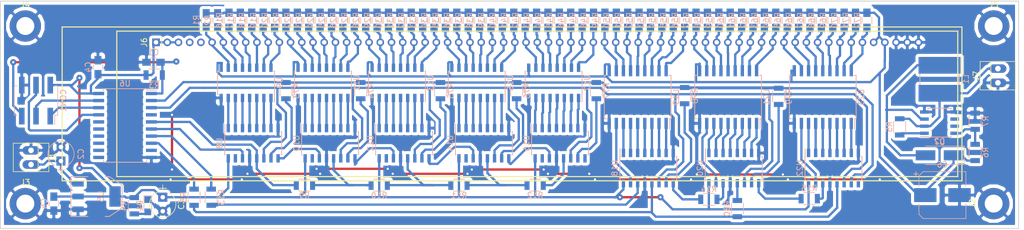
<source format=kicad_pcb>
(kicad_pcb (version 4) (host pcbnew 4.0.7-e2-6376~58~ubuntu16.04.1)
  (layers (0 F.Cu signal) (31 B.Cu signal) (34 B.Paste user) (35 F.Paste user) (36 B.SilkS user) (37 F.SilkS user) (38 B.Mask user) (39 F.Mask user) (44 Edge.Cuts user))
  (net 0 "")
  (net 1 /reset)
  (net 2 GND)
  (net 3 VCC)
  (net 4 +36V)
  (net 5 /MISO)
  (net 6 /SCK)
  (net 7 /MOSI)
  (net 8 "Net-(D1-Pad2)")
  (net 9 "Net-(D2-Pad2)")
  (net 10 /RCLK_0)
  (net 11 /SRCLK)
  (net 12 /SRCLR)
  (net 13 /RCLK_7)
  (net 14 "Net-(U10-Pad1)")
  (net 15 "Net-(U10-Pad2)")
  (net 16 "Net-(U10-Pad3)")
  (net 17 "Net-(U10-Pad4)")
  (net 18 "Net-(U10-Pad5)")
  (net 19 "Net-(U10-Pad6)")
  (net 20 "Net-(U10-Pad7)")
  (net 21 "Net-(U12-Pad1)")
  (net 22 "Net-(U12-Pad2)")
  (net 23 "Net-(U12-Pad3)")
  (net 24 "Net-(U12-Pad4)")
  (net 25 "Net-(U12-Pad5)")
  (net 26 "Net-(U12-Pad6)")
  (net 27 "Net-(U12-Pad7)")
  (net 28 "Net-(R13-Pad1)")
  (net 29 "Net-(C2-Pad1)")
  (net 30 /Sheet59FF2CCC/G3_8)
  (net 31 /Sheet59FF2CCC/G3_7)
  (net 32 /Sheet59FF2CCC/G3_6)
  (net 33 /Sheet59FF2CCC/G3_5)
  (net 34 /Sheet59FF2CCC/G3_4)
  (net 35 /Sheet59FF2CCC/G3_3)
  (net 36 /Sheet59FF2CCC/G3_2)
  (net 37 /Sheet59FF2CCC/G3_1)
  (net 38 /Sheet59FF2CCC/G2_8)
  (net 39 /Sheet59FF2CCC/G2_7)
  (net 40 /Sheet59FF2CCC/G2_6)
  (net 41 /Sheet59FF2CCC/G2_5)
  (net 42 /Sheet59FF2CCC/G2_4)
  (net 43 /Sheet59FF2CCC/G2_3)
  (net 44 /Sheet59FF2CCC/G2_2)
  (net 45 /Sheet59FF2CCC/G2_1)
  (net 46 /Sheet59FF2CCC/G1_8)
  (net 47 /Sheet59FF2CCC/G1_7)
  (net 48 /Sheet59FF2CCC/G1_6)
  (net 49 /Sheet59FF2CCC/G1_5)
  (net 50 /Sheet59FF2CCC/G1_4)
  (net 51 /Sheet59FF2CCC/G1_3)
  (net 52 /Sheet59FF2CCC/G1_2)
  (net 53 /Sheet59FF2CCC/G1_1)
  (net 54 /Sheet59FF2CCC/L1_1)
  (net 55 /Sheet59FF2CCC/L1_2)
  (net 56 /Sheet59FF2CCC/L1_3)
  (net 57 /Sheet59FF2CCC/L1_4)
  (net 58 /Sheet59FF2CCC/L1_5)
  (net 59 /Sheet59FF2CCC/L1_6)
  (net 60 /Sheet59FF2CCC/L1_7)
  (net 61 /Sheet59FF2CCC/L2_1)
  (net 62 /Sheet59FF2CCC/L2_2)
  (net 63 /Sheet59FF2CCC/L2_3)
  (net 64 /Sheet59FF2CCC/L2_4)
  (net 65 /Sheet59FF2CCC/L2_5)
  (net 66 /Sheet59FF2CCC/L2_6)
  (net 67 /Sheet59FF2CCC/L2_7)
  (net 68 /Sheet59FF2CCC/L3_1)
  (net 69 /Sheet59FF2CCC/L3_2)
  (net 70 /Sheet59FF2CCC/L3_3)
  (net 71 /Sheet59FF2CCC/L3_4)
  (net 72 /Sheet59FF2CCC/L3_5)
  (net 73 /Sheet59FF2CCC/L3_6)
  (net 74 /Sheet59FF2CCC/L3_7)
  (net 75 /Sheet59FF2CCC/L4_7)
  (net 76 /Sheet59FF2CCC/L4_6)
  (net 77 /Sheet59FF2CCC/L4_5)
  (net 78 /Sheet59FF2CCC/L4_4)
  (net 79 /Sheet59FF2CCC/L4_3)
  (net 80 /Sheet59FF2CCC/L4_2)
  (net 81 /Sheet59FF2CCC/L4_1)
  (net 82 /Sheet59FF2CCC/L5_1)
  (net 83 /Sheet59FF2CCC/L5_2)
  (net 84 /Sheet59FF2CCC/L5_3)
  (net 85 /Sheet59FF2CCC/L5_4)
  (net 86 /Sheet59FF2CCC/L5_5)
  (net 87 /Sheet59FF2CCC/L5_6)
  (net 88 /Sheet59FF2CCC/L5_7)
  (net 89 "Net-(R5-Pad2)")
  (net 90 "Net-(R6-Pad2)")
  (net 91 "Net-(U8-Pad7)")
  (net 92 "Net-(U8-Pad6)")
  (net 93 "Net-(U8-Pad5)")
  (net 94 "Net-(U8-Pad4)")
  (net 95 "Net-(U8-Pad3)")
  (net 96 "Net-(U8-Pad2)")
  (net 97 "Net-(U8-Pad1)")
  (net 98 "Net-(U14-Pad1)")
  (net 99 "Net-(U14-Pad2)")
  (net 100 "Net-(U14-Pad3)")
  (net 101 "Net-(U14-Pad4)")
  (net 102 "Net-(U14-Pad5)")
  (net 103 "Net-(U14-Pad6)")
  (net 104 "Net-(U14-Pad7)")
  (net 105 "Net-(U16-Pad7)")
  (net 106 "Net-(U16-Pad6)")
  (net 107 "Net-(U16-Pad5)")
  (net 108 "Net-(U16-Pad4)")
  (net 109 "Net-(U16-Pad3)")
  (net 110 "Net-(U16-Pad2)")
  (net 111 "Net-(U16-Pad1)")
  (net 112 "Net-(U18-Pad1)")
  (net 113 "Net-(U18-Pad2)")
  (net 114 "Net-(U18-Pad3)")
  (net 115 "Net-(U18-Pad4)")
  (net 116 "Net-(U18-Pad5)")
  (net 117 "Net-(U18-Pad6)")
  (net 118 "Net-(U18-Pad7)")
  (net 119 "Net-(U18-Pad15)")
  (net 120 "Net-(U20-Pad1)")
  (net 121 "Net-(U20-Pad2)")
  (net 122 "Net-(U20-Pad3)")
  (net 123 "Net-(U20-Pad4)")
  (net 124 "Net-(U20-Pad5)")
  (net 125 "Net-(U20-Pad6)")
  (net 126 "Net-(U20-Pad7)")
  (net 127 "Net-(U20-Pad15)")
  (net 128 "Net-(U22-Pad1)")
  (net 129 "Net-(U22-Pad2)")
  (net 130 "Net-(U22-Pad3)")
  (net 131 "Net-(U22-Pad4)")
  (net 132 "Net-(U22-Pad5)")
  (net 133 "Net-(U22-Pad6)")
  (net 134 "Net-(U22-Pad7)")
  (net 135 "Net-(U22-Pad15)")
  (net 136 "Net-(J7-Pad2)")
  (net 137 /Sheet5A12BB8F/SER)
  (net 138 /Sheet5A11F95F/SER)
  (net 139 /Sheet5A12BB9F/SER)
  (net 140 /Sheet5A12BBAF/SER)
  (net 141 /Sheet5A13BBCF/SER)
  (net 142 /Sheet5A13BBBF/SER)
  (net 143 /SER_POS)
  (net 144 /SER_DAT)
  (net 145 "Net-(R73-Pad1)")
  (net 146 "Net-(R74-Pad1)")
  (net 147 "Net-(R75-Pad1)")
  (net 148 "Net-(R76-Pad1)")
  (net 149 "Net-(R77-Pad1)")
  (net 150 "Net-(R78-Pad1)")
  (net 151 "Net-(R79-Pad1)")
  (net 152 /Sheet5A12BB8F/RCLK)
  (net 153 /Sheet5A11F95F/RCLK)
  (net 154 /Sheet5A12BB9F/RCLK)
  (net 155 /Sheet5A12BBAF/RCLK)
  (net 156 "Net-(R80-Pad1)")
  (net 157 /Sheet5A13BBAF/RCLK)
  (net 158 /Sheet5A13BBAF/SER_OUT)
  (net 159 /Sheet5A13BBCF/SER_OUT)
  (module Capacitors_SMD:C_0805_HandSoldering (layer B.Cu) (at 41.91 24.257 180)
    (fp_text reference C1 (at 0 1.75 180) (layer B.SilkS) (effects (justify mirror)))
    (fp_text value 100n)
    (pad 1 smd rect (at -1.25 0 180) (size 1.5 1.25) (layers B.Cu B.Paste B.Mask) (net 1 /reset))
    (pad 2 smd rect (at 1.25 0 180) (size 1.5 1.25) (layers B.Cu B.Paste B.Mask) (net 2 GND))
  )
  (module Capacitors_THT:CP_Radial_Tantal_D4.5mm_P2.50mm (layer F.Cu) (at 43.561 48.387 270)
    (fp_text reference C3 (at 1.25 -3.31 270) (layer F.SilkS))
    (fp_text value 47µ)
    (pad 2 thru_hole circle (at 2.5 0 270) (size 1.6 1.6) (drill 0.8) (layers *.Cu *.Mask) (net 2 GND))
    (pad 1 thru_hole rect (at 0 0 270) (size 1.6 1.6) (drill 0.8) (layers *.Cu *.Mask) (net 3 VCC))
  )
  (module Capacitors_SMD:C_0805_HandSoldering (layer B.Cu) (at 24.13 49.53 270)
    (fp_text reference C5 (at 0 1.75 270) (layer B.SilkS) (effects (justify mirror)))
    (fp_text value 100n)
    (pad 2 smd rect (at 1.25 0 270) (size 1.5 1.25) (layers B.Cu B.Paste B.Mask) (net 2 GND))
    (pad 1 smd rect (at -1.25 0 270) (size 1.5 1.25) (layers B.Cu B.Paste B.Mask) (net 3 VCC))
  )
  (module Capacitors_SMD:CP_Elec_8x5.4 (layer B.Cu) (at 182.626 48.006)
    (fp_text reference C6 (at 0 -5.45) (layer B.SilkS) (effects (justify mirror)))
    (fp_text value 100µF)
    (fp_text user + (at -4.72 -3.85) (layer B.SilkS) (effects (justify mirror)))
    (pad 1 smd rect (at -3.05 0 180) (size 4 2.5) (layers B.Cu B.Paste B.Mask) (net 4 +36V))
    (pad 2 smd rect (at 3.05 0 180) (size 4 2.5) (layers B.Cu B.Paste B.Mask) (net 2 GND))
  )
  (module Pin_Headers:Pin_Header_Straight_2x03_Pitch2.54mm_SMD (layer B.Cu) (at 20.955 31.115 90)
    (fp_text reference CON1 (at 0 4.87 90) (layer B.SilkS) (effects (justify mirror)))
    (fp_text value AVR-ISP-6)
    (pad 1 smd rect (at -2.77 2.54 90) (size 3 1) (layers B.Cu B.Mask) (net 5 /MISO))
    (pad 2 smd rect (at 2.77 2.54 90) (size 3 1) (layers B.Cu B.Mask) (net 3 VCC))
    (pad 3 smd rect (at -2.77 0 90) (size 3 1) (layers B.Cu B.Mask) (net 6 /SCK))
    (pad 4 smd rect (at 2.77 0 90) (size 3 1) (layers B.Cu B.Mask) (net 7 /MOSI))
    (pad 5 smd rect (at -2.77 -2.54 90) (size 3 1) (layers B.Cu B.Mask) (net 1 /reset))
    (pad 6 smd rect (at 2.77 -2.54 90) (size 3 1) (layers B.Cu B.Mask) (net 2 GND))
  )
  (module Connectors:PINHEAD1-2 (layer F.Cu) (at 20.066 40.005 270)
    (fp_text reference J1 (at 1.27 -3.9 270) (layer F.SilkS))
    (fp_text value PWR)
    (pad 1 thru_hole oval (at 0 0 270) (size 1.51 3.01) (drill 1) (layers *.Cu *.Mask) (net 2 GND))
    (pad 2 thru_hole oval (at 2.54 0 270) (size 1.51 3.01) (drill 1) (layers *.Cu *.Mask) (net 29 "Net-(C2-Pad1)"))
  )
  (module Choke_SMD:Choke_CD75 (layer B.Cu) (at 182.118 27.305 90)
    (fp_text reference L1 (at 0 4.7 270) (layer B.SilkS) (effects (justify mirror)))
    (fp_text value 150uH)
    (pad 1 smd rect (at -2.5 0) (size 7.5 3) (layers B.Cu B.Paste B.Mask) (net 136 "Net-(J7-Pad2)"))
    (pad 2 smd rect (at 2.5 0) (size 7.5 3) (layers B.Cu B.Paste B.Mask) (net 9 "Net-(D2-Pad2)"))
  )
  (module Resistors_SMD:R_1206 (layer B.Cu) (at 42.037 26.543)
    (fp_text reference R3 (at 0 1.85) (layer B.SilkS) (effects (justify mirror)))
    (fp_text value 10k)
    (pad 1 smd rect (at -1.45 0) (size 0.9 1.7) (layers B.Cu B.Paste B.Mask) (net 3 VCC))
    (pad 2 smd rect (at 1.45 0) (size 0.9 1.7) (layers B.Cu B.Paste B.Mask) (net 1 /reset))
  )
  (module Resistors_SMD:R_1206 (layer B.Cu) (at 38.481 49.911 270)
    (fp_text reference R4 (at 0 1.85 270) (layer B.SilkS) (effects (justify mirror)))
    (fp_text value 470)
    (pad 1 smd rect (at -1.45 0 270) (size 0.9 1.7) (layers B.Cu B.Paste B.Mask) (net 3 VCC))
    (pad 2 smd rect (at 1.45 0 270) (size 0.9 1.7) (layers B.Cu B.Paste B.Mask) (net 8 "Net-(D1-Pad2)"))
  )
  (module Resistors_SMD:R_1206 (layer B.Cu) (at 175.006 35.814 270)
    (fp_text reference R5 (at 0 1.85 270) (layer B.SilkS) (effects (justify mirror)))
    (fp_text value 100)
    (pad 2 smd rect (at 1.45 0 270) (size 0.9 1.7) (layers B.Cu B.Paste B.Mask) (net 89 "Net-(R5-Pad2)"))
    (pad 1 smd rect (at -1.45 0 270) (size 0.9 1.7) (layers B.Cu B.Paste B.Mask) (net 136 "Net-(J7-Pad2)"))
  )
  (module Housings_SOIC:SOIC-16_3.9x9.9mm_Pitch1.27mm (layer B.Cu) (at 59.69 38.735 270)
    (fp_text reference U8 (at 0 6 270) (layer B.SilkS) (effects (justify mirror)))
    (fp_text value 74HC595)
    (pad 16 smd rect (at 2.7 4.445 270) (size 1.5 0.6) (layers B.Cu B.Paste B.Mask) (net 3 VCC))
    (pad 15 smd rect (at 2.7 3.175 270) (size 1.5 0.6) (layers B.Cu B.Paste B.Mask))
    (pad 14 smd rect (at 2.7 1.905 270) (size 1.5 0.6) (layers B.Cu B.Paste B.Mask) (net 144 /SER_DAT))
    (pad 13 smd rect (at 2.7 0.635 270) (size 1.5 0.6) (layers B.Cu B.Paste B.Mask) (net 2 GND))
    (pad 12 smd rect (at 2.7 -0.635 270) (size 1.5 0.6) (layers B.Cu B.Paste B.Mask) (net 13 /RCLK_7))
    (pad 11 smd rect (at 2.7 -1.905 270) (size 1.5 0.6) (layers B.Cu B.Paste B.Mask) (net 11 /SRCLK))
    (pad 10 smd rect (at 2.7 -3.175 270) (size 1.5 0.6) (layers B.Cu B.Paste B.Mask) (net 145 "Net-(R73-Pad1)"))
    (pad 9 smd rect (at 2.7 -4.445 270) (size 1.5 0.6) (layers B.Cu B.Paste B.Mask) (net 137 /Sheet5A12BB8F/SER))
    (pad 8 smd rect (at -2.7 -4.445 270) (size 1.5 0.6) (layers B.Cu B.Paste B.Mask) (net 2 GND))
    (pad 7 smd rect (at -2.7 -3.175 270) (size 1.5 0.6) (layers B.Cu B.Paste B.Mask) (net 91 "Net-(U8-Pad7)"))
    (pad 6 smd rect (at -2.7 -1.905 270) (size 1.5 0.6) (layers B.Cu B.Paste B.Mask) (net 92 "Net-(U8-Pad6)"))
    (pad 5 smd rect (at -2.7 -0.635 270) (size 1.5 0.6) (layers B.Cu B.Paste B.Mask) (net 93 "Net-(U8-Pad5)"))
    (pad 4 smd rect (at -2.7 0.635 270) (size 1.5 0.6) (layers B.Cu B.Paste B.Mask) (net 94 "Net-(U8-Pad4)"))
    (pad 3 smd rect (at -2.7 1.905 270) (size 1.5 0.6) (layers B.Cu B.Paste B.Mask) (net 95 "Net-(U8-Pad3)"))
    (pad 2 smd rect (at -2.7 3.175 270) (size 1.5 0.6) (layers B.Cu B.Paste B.Mask) (net 96 "Net-(U8-Pad2)"))
    (pad 1 smd rect (at -2.7 4.445 270) (size 1.5 0.6) (layers B.Cu B.Paste B.Mask) (net 97 "Net-(U8-Pad1)"))
  )
  (module Housings_SOIC:SOIC-16_3.9x9.9mm_Pitch1.27mm (layer B.Cu) (at 58.42 27.94 90)
    (fp_text reference U9 (at 0 6 90) (layer B.SilkS) (effects (justify mirror)))
    (fp_text value ULN2003)
    (pad 16 smd rect (at 2.7 4.445 90) (size 1.5 0.6) (layers B.Cu B.Paste B.Mask) (net 60 /Sheet59FF2CCC/L1_7))
    (pad 15 smd rect (at 2.7 3.175 90) (size 1.5 0.6) (layers B.Cu B.Paste B.Mask) (net 59 /Sheet59FF2CCC/L1_6))
    (pad 14 smd rect (at 2.7 1.905 90) (size 1.5 0.6) (layers B.Cu B.Paste B.Mask) (net 58 /Sheet59FF2CCC/L1_5))
    (pad 13 smd rect (at 2.7 0.635 90) (size 1.5 0.6) (layers B.Cu B.Paste B.Mask) (net 57 /Sheet59FF2CCC/L1_4))
    (pad 12 smd rect (at 2.7 -0.635 90) (size 1.5 0.6) (layers B.Cu B.Paste B.Mask) (net 56 /Sheet59FF2CCC/L1_3))
    (pad 11 smd rect (at 2.7 -1.905 90) (size 1.5 0.6) (layers B.Cu B.Paste B.Mask) (net 55 /Sheet59FF2CCC/L1_2))
    (pad 10 smd rect (at 2.7 -3.175 90) (size 1.5 0.6) (layers B.Cu B.Paste B.Mask) (net 54 /Sheet59FF2CCC/L1_1))
    (pad 9 smd rect (at 2.7 -4.445 90) (size 1.5 0.6) (layers B.Cu B.Paste B.Mask) (net 4 +36V))
    (pad 8 smd rect (at -2.7 -4.445 90) (size 1.5 0.6) (layers B.Cu B.Paste B.Mask) (net 2 GND))
    (pad 7 smd rect (at -2.7 -3.175 90) (size 1.5 0.6) (layers B.Cu B.Paste B.Mask) (net 97 "Net-(U8-Pad1)"))
    (pad 6 smd rect (at -2.7 -1.905 90) (size 1.5 0.6) (layers B.Cu B.Paste B.Mask) (net 96 "Net-(U8-Pad2)"))
    (pad 5 smd rect (at -2.7 -0.635 90) (size 1.5 0.6) (layers B.Cu B.Paste B.Mask) (net 95 "Net-(U8-Pad3)"))
    (pad 4 smd rect (at -2.7 0.635 90) (size 1.5 0.6) (layers B.Cu B.Paste B.Mask) (net 94 "Net-(U8-Pad4)"))
    (pad 3 smd rect (at -2.7 1.905 90) (size 1.5 0.6) (layers B.Cu B.Paste B.Mask) (net 93 "Net-(U8-Pad5)"))
    (pad 2 smd rect (at -2.7 3.175 90) (size 1.5 0.6) (layers B.Cu B.Paste B.Mask) (net 92 "Net-(U8-Pad6)"))
    (pad 1 smd rect (at -2.7 4.445 90) (size 1.5 0.6) (layers B.Cu B.Paste B.Mask) (net 91 "Net-(U8-Pad7)"))
  )
  (module Housings_SOIC:SOIC-16_3.9x9.9mm_Pitch1.27mm (layer B.Cu) (at 73.406 38.735 270)
    (fp_text reference U10 (at 0 6 270) (layer B.SilkS) (effects (justify mirror)))
    (fp_text value 74HC595)
    (pad 1 smd rect (at -2.7 4.445 270) (size 1.5 0.6) (layers B.Cu B.Paste B.Mask) (net 14 "Net-(U10-Pad1)"))
    (pad 2 smd rect (at -2.7 3.175 270) (size 1.5 0.6) (layers B.Cu B.Paste B.Mask) (net 15 "Net-(U10-Pad2)"))
    (pad 3 smd rect (at -2.7 1.905 270) (size 1.5 0.6) (layers B.Cu B.Paste B.Mask) (net 16 "Net-(U10-Pad3)"))
    (pad 4 smd rect (at -2.7 0.635 270) (size 1.5 0.6) (layers B.Cu B.Paste B.Mask) (net 17 "Net-(U10-Pad4)"))
    (pad 5 smd rect (at -2.7 -0.635 270) (size 1.5 0.6) (layers B.Cu B.Paste B.Mask) (net 18 "Net-(U10-Pad5)"))
    (pad 6 smd rect (at -2.7 -1.905 270) (size 1.5 0.6) (layers B.Cu B.Paste B.Mask) (net 19 "Net-(U10-Pad6)"))
    (pad 7 smd rect (at -2.7 -3.175 270) (size 1.5 0.6) (layers B.Cu B.Paste B.Mask) (net 20 "Net-(U10-Pad7)"))
    (pad 8 smd rect (at -2.7 -4.445 270) (size 1.5 0.6) (layers B.Cu B.Paste B.Mask) (net 2 GND))
    (pad 9 smd rect (at 2.7 -4.445 270) (size 1.5 0.6) (layers B.Cu B.Paste B.Mask) (net 138 /Sheet5A11F95F/SER))
    (pad 10 smd rect (at 2.7 -3.175 270) (size 1.5 0.6) (layers B.Cu B.Paste B.Mask) (net 146 "Net-(R74-Pad1)"))
    (pad 11 smd rect (at 2.7 -1.905 270) (size 1.5 0.6) (layers B.Cu B.Paste B.Mask) (net 11 /SRCLK))
    (pad 12 smd rect (at 2.7 -0.635 270) (size 1.5 0.6) (layers B.Cu B.Paste B.Mask) (net 152 /Sheet5A12BB8F/RCLK))
    (pad 13 smd rect (at 2.7 0.635 270) (size 1.5 0.6) (layers B.Cu B.Paste B.Mask) (net 2 GND))
    (pad 14 smd rect (at 2.7 1.905 270) (size 1.5 0.6) (layers B.Cu B.Paste B.Mask) (net 137 /Sheet5A12BB8F/SER))
    (pad 15 smd rect (at 2.7 3.175 270) (size 1.5 0.6) (layers B.Cu B.Paste B.Mask))
    (pad 16 smd rect (at 2.7 4.445 270) (size 1.5 0.6) (layers B.Cu B.Paste B.Mask) (net 3 VCC))
  )
  (module Housings_SOIC:SOIC-16_3.9x9.9mm_Pitch1.27mm (layer B.Cu) (at 72.136 27.94 90)
    (fp_text reference U11 (at 0 6 90) (layer B.SilkS) (effects (justify mirror)))
    (fp_text value ULN2003)
    (pad 16 smd rect (at 2.7 4.445 90) (size 1.5 0.6) (layers B.Cu B.Paste B.Mask) (net 67 /Sheet59FF2CCC/L2_7))
    (pad 15 smd rect (at 2.7 3.175 90) (size 1.5 0.6) (layers B.Cu B.Paste B.Mask) (net 66 /Sheet59FF2CCC/L2_6))
    (pad 14 smd rect (at 2.7 1.905 90) (size 1.5 0.6) (layers B.Cu B.Paste B.Mask) (net 65 /Sheet59FF2CCC/L2_5))
    (pad 13 smd rect (at 2.7 0.635 90) (size 1.5 0.6) (layers B.Cu B.Paste B.Mask) (net 64 /Sheet59FF2CCC/L2_4))
    (pad 12 smd rect (at 2.7 -0.635 90) (size 1.5 0.6) (layers B.Cu B.Paste B.Mask) (net 63 /Sheet59FF2CCC/L2_3))
    (pad 11 smd rect (at 2.7 -1.905 90) (size 1.5 0.6) (layers B.Cu B.Paste B.Mask) (net 62 /Sheet59FF2CCC/L2_2))
    (pad 10 smd rect (at 2.7 -3.175 90) (size 1.5 0.6) (layers B.Cu B.Paste B.Mask) (net 61 /Sheet59FF2CCC/L2_1))
    (pad 9 smd rect (at 2.7 -4.445 90) (size 1.5 0.6) (layers B.Cu B.Paste B.Mask) (net 4 +36V))
    (pad 8 smd rect (at -2.7 -4.445 90) (size 1.5 0.6) (layers B.Cu B.Paste B.Mask) (net 2 GND))
    (pad 7 smd rect (at -2.7 -3.175 90) (size 1.5 0.6) (layers B.Cu B.Paste B.Mask) (net 14 "Net-(U10-Pad1)"))
    (pad 6 smd rect (at -2.7 -1.905 90) (size 1.5 0.6) (layers B.Cu B.Paste B.Mask) (net 15 "Net-(U10-Pad2)"))
    (pad 5 smd rect (at -2.7 -0.635 90) (size 1.5 0.6) (layers B.Cu B.Paste B.Mask) (net 16 "Net-(U10-Pad3)"))
    (pad 4 smd rect (at -2.7 0.635 90) (size 1.5 0.6) (layers B.Cu B.Paste B.Mask) (net 17 "Net-(U10-Pad4)"))
    (pad 3 smd rect (at -2.7 1.905 90) (size 1.5 0.6) (layers B.Cu B.Paste B.Mask) (net 18 "Net-(U10-Pad5)"))
    (pad 2 smd rect (at -2.7 3.175 90) (size 1.5 0.6) (layers B.Cu B.Paste B.Mask) (net 19 "Net-(U10-Pad6)"))
    (pad 1 smd rect (at -2.7 4.445 90) (size 1.5 0.6) (layers B.Cu B.Paste B.Mask) (net 20 "Net-(U10-Pad7)"))
  )
  (module Housings_SOIC:SOIC-16_3.9x9.9mm_Pitch1.27mm (layer B.Cu) (at 86.614 38.735 270)
    (fp_text reference U12 (at 0 6 270) (layer B.SilkS) (effects (justify mirror)))
    (fp_text value 74HC595)
    (pad 1 smd rect (at -2.7 4.445 270) (size 1.5 0.6) (layers B.Cu B.Paste B.Mask) (net 21 "Net-(U12-Pad1)"))
    (pad 2 smd rect (at -2.7 3.175 270) (size 1.5 0.6) (layers B.Cu B.Paste B.Mask) (net 22 "Net-(U12-Pad2)"))
    (pad 3 smd rect (at -2.7 1.905 270) (size 1.5 0.6) (layers B.Cu B.Paste B.Mask) (net 23 "Net-(U12-Pad3)"))
    (pad 4 smd rect (at -2.7 0.635 270) (size 1.5 0.6) (layers B.Cu B.Paste B.Mask) (net 24 "Net-(U12-Pad4)"))
    (pad 5 smd rect (at -2.7 -0.635 270) (size 1.5 0.6) (layers B.Cu B.Paste B.Mask) (net 25 "Net-(U12-Pad5)"))
    (pad 6 smd rect (at -2.7 -1.905 270) (size 1.5 0.6) (layers B.Cu B.Paste B.Mask) (net 26 "Net-(U12-Pad6)"))
    (pad 7 smd rect (at -2.7 -3.175 270) (size 1.5 0.6) (layers B.Cu B.Paste B.Mask) (net 27 "Net-(U12-Pad7)"))
    (pad 8 smd rect (at -2.7 -4.445 270) (size 1.5 0.6) (layers B.Cu B.Paste B.Mask) (net 2 GND))
    (pad 9 smd rect (at 2.7 -4.445 270) (size 1.5 0.6) (layers B.Cu B.Paste B.Mask) (net 139 /Sheet5A12BB9F/SER))
    (pad 10 smd rect (at 2.7 -3.175 270) (size 1.5 0.6) (layers B.Cu B.Paste B.Mask) (net 147 "Net-(R75-Pad1)"))
    (pad 11 smd rect (at 2.7 -1.905 270) (size 1.5 0.6) (layers B.Cu B.Paste B.Mask) (net 11 /SRCLK))
    (pad 12 smd rect (at 2.7 -0.635 270) (size 1.5 0.6) (layers B.Cu B.Paste B.Mask) (net 153 /Sheet5A11F95F/RCLK))
    (pad 13 smd rect (at 2.7 0.635 270) (size 1.5 0.6) (layers B.Cu B.Paste B.Mask) (net 2 GND))
    (pad 14 smd rect (at 2.7 1.905 270) (size 1.5 0.6) (layers B.Cu B.Paste B.Mask) (net 138 /Sheet5A11F95F/SER))
    (pad 15 smd rect (at 2.7 3.175 270) (size 1.5 0.6) (layers B.Cu B.Paste B.Mask))
    (pad 16 smd rect (at 2.7 4.445 270) (size 1.5 0.6) (layers B.Cu B.Paste B.Mask) (net 3 VCC))
  )
  (module Housings_SOIC:SOIC-16_3.9x9.9mm_Pitch1.27mm (layer B.Cu) (at 85.344 27.94 90)
    (fp_text reference U13 (at 0 6 90) (layer B.SilkS) (effects (justify mirror)))
    (fp_text value ULN2003)
    (pad 1 smd rect (at -2.7 4.445 90) (size 1.5 0.6) (layers B.Cu B.Paste B.Mask) (net 27 "Net-(U12-Pad7)"))
    (pad 2 smd rect (at -2.7 3.175 90) (size 1.5 0.6) (layers B.Cu B.Paste B.Mask) (net 26 "Net-(U12-Pad6)"))
    (pad 3 smd rect (at -2.7 1.905 90) (size 1.5 0.6) (layers B.Cu B.Paste B.Mask) (net 25 "Net-(U12-Pad5)"))
    (pad 4 smd rect (at -2.7 0.635 90) (size 1.5 0.6) (layers B.Cu B.Paste B.Mask) (net 24 "Net-(U12-Pad4)"))
    (pad 5 smd rect (at -2.7 -0.635 90) (size 1.5 0.6) (layers B.Cu B.Paste B.Mask) (net 23 "Net-(U12-Pad3)"))
    (pad 6 smd rect (at -2.7 -1.905 90) (size 1.5 0.6) (layers B.Cu B.Paste B.Mask) (net 22 "Net-(U12-Pad2)"))
    (pad 7 smd rect (at -2.7 -3.175 90) (size 1.5 0.6) (layers B.Cu B.Paste B.Mask) (net 21 "Net-(U12-Pad1)"))
    (pad 8 smd rect (at -2.7 -4.445 90) (size 1.5 0.6) (layers B.Cu B.Paste B.Mask) (net 2 GND))
    (pad 9 smd rect (at 2.7 -4.445 90) (size 1.5 0.6) (layers B.Cu B.Paste B.Mask) (net 4 +36V))
    (pad 10 smd rect (at 2.7 -3.175 90) (size 1.5 0.6) (layers B.Cu B.Paste B.Mask) (net 68 /Sheet59FF2CCC/L3_1))
    (pad 11 smd rect (at 2.7 -1.905 90) (size 1.5 0.6) (layers B.Cu B.Paste B.Mask) (net 69 /Sheet59FF2CCC/L3_2))
    (pad 12 smd rect (at 2.7 -0.635 90) (size 1.5 0.6) (layers B.Cu B.Paste B.Mask) (net 70 /Sheet59FF2CCC/L3_3))
    (pad 13 smd rect (at 2.7 0.635 90) (size 1.5 0.6) (layers B.Cu B.Paste B.Mask) (net 71 /Sheet59FF2CCC/L3_4))
    (pad 14 smd rect (at 2.7 1.905 90) (size 1.5 0.6) (layers B.Cu B.Paste B.Mask) (net 72 /Sheet59FF2CCC/L3_5))
    (pad 15 smd rect (at 2.7 3.175 90) (size 1.5 0.6) (layers B.Cu B.Paste B.Mask) (net 73 /Sheet59FF2CCC/L3_6))
    (pad 16 smd rect (at 2.7 4.445 90) (size 1.5 0.6) (layers B.Cu B.Paste B.Mask) (net 74 /Sheet59FF2CCC/L3_7))
  )
  (module Housings_SOIC:SOIC-16_3.9x9.9mm_Pitch1.27mm (layer B.Cu) (at 114.427 38.735 270)
    (fp_text reference U16 (at 0 6 270) (layer B.SilkS) (effects (justify mirror)))
    (fp_text value 74HC595)
    (pad 16 smd rect (at 2.7 4.445 270) (size 1.5 0.6) (layers B.Cu B.Paste B.Mask) (net 3 VCC))
    (pad 15 smd rect (at 2.7 3.175 270) (size 1.5 0.6) (layers B.Cu B.Paste B.Mask))
    (pad 14 smd rect (at 2.7 1.905 270) (size 1.5 0.6) (layers B.Cu B.Paste B.Mask) (net 140 /Sheet5A12BBAF/SER))
    (pad 13 smd rect (at 2.7 0.635 270) (size 1.5 0.6) (layers B.Cu B.Paste B.Mask) (net 2 GND))
    (pad 12 smd rect (at 2.7 -0.635 270) (size 1.5 0.6) (layers B.Cu B.Paste B.Mask) (net 155 /Sheet5A12BBAF/RCLK))
    (pad 11 smd rect (at 2.7 -1.905 270) (size 1.5 0.6) (layers B.Cu B.Paste B.Mask) (net 11 /SRCLK))
    (pad 10 smd rect (at 2.7 -3.175 270) (size 1.5 0.6) (layers B.Cu B.Paste B.Mask) (net 149 "Net-(R77-Pad1)"))
    (pad 9 smd rect (at 2.7 -4.445 270) (size 1.5 0.6) (layers B.Cu B.Paste B.Mask))
    (pad 8 smd rect (at -2.7 -4.445 270) (size 1.5 0.6) (layers B.Cu B.Paste B.Mask) (net 2 GND))
    (pad 7 smd rect (at -2.7 -3.175 270) (size 1.5 0.6) (layers B.Cu B.Paste B.Mask) (net 105 "Net-(U16-Pad7)"))
    (pad 6 smd rect (at -2.7 -1.905 270) (size 1.5 0.6) (layers B.Cu B.Paste B.Mask) (net 106 "Net-(U16-Pad6)"))
    (pad 5 smd rect (at -2.7 -0.635 270) (size 1.5 0.6) (layers B.Cu B.Paste B.Mask) (net 107 "Net-(U16-Pad5)"))
    (pad 4 smd rect (at -2.7 0.635 270) (size 1.5 0.6) (layers B.Cu B.Paste B.Mask) (net 108 "Net-(U16-Pad4)"))
    (pad 3 smd rect (at -2.7 1.905 270) (size 1.5 0.6) (layers B.Cu B.Paste B.Mask) (net 109 "Net-(U16-Pad3)"))
    (pad 2 smd rect (at -2.7 3.175 270) (size 1.5 0.6) (layers B.Cu B.Paste B.Mask) (net 110 "Net-(U16-Pad2)"))
    (pad 1 smd rect (at -2.7 4.445 270) (size 1.5 0.6) (layers B.Cu B.Paste B.Mask) (net 111 "Net-(U16-Pad1)"))
  )
  (module Housings_SOIC:SOIC-16_3.9x9.9mm_Pitch1.27mm (layer B.Cu) (at 113.284 27.94 90)
    (fp_text reference U17 (at 0 6 90) (layer B.SilkS) (effects (justify mirror)))
    (fp_text value ULN2003)
    (pad 16 smd rect (at 2.7 4.445 90) (size 1.5 0.6) (layers B.Cu B.Paste B.Mask) (net 88 /Sheet59FF2CCC/L5_7))
    (pad 15 smd rect (at 2.7 3.175 90) (size 1.5 0.6) (layers B.Cu B.Paste B.Mask) (net 87 /Sheet59FF2CCC/L5_6))
    (pad 14 smd rect (at 2.7 1.905 90) (size 1.5 0.6) (layers B.Cu B.Paste B.Mask) (net 86 /Sheet59FF2CCC/L5_5))
    (pad 13 smd rect (at 2.7 0.635 90) (size 1.5 0.6) (layers B.Cu B.Paste B.Mask) (net 85 /Sheet59FF2CCC/L5_4))
    (pad 12 smd rect (at 2.7 -0.635 90) (size 1.5 0.6) (layers B.Cu B.Paste B.Mask) (net 84 /Sheet59FF2CCC/L5_3))
    (pad 11 smd rect (at 2.7 -1.905 90) (size 1.5 0.6) (layers B.Cu B.Paste B.Mask) (net 83 /Sheet59FF2CCC/L5_2))
    (pad 10 smd rect (at 2.7 -3.175 90) (size 1.5 0.6) (layers B.Cu B.Paste B.Mask) (net 82 /Sheet59FF2CCC/L5_1))
    (pad 9 smd rect (at 2.7 -4.445 90) (size 1.5 0.6) (layers B.Cu B.Paste B.Mask) (net 4 +36V))
    (pad 8 smd rect (at -2.7 -4.445 90) (size 1.5 0.6) (layers B.Cu B.Paste B.Mask) (net 2 GND))
    (pad 7 smd rect (at -2.7 -3.175 90) (size 1.5 0.6) (layers B.Cu B.Paste B.Mask) (net 111 "Net-(U16-Pad1)"))
    (pad 6 smd rect (at -2.7 -1.905 90) (size 1.5 0.6) (layers B.Cu B.Paste B.Mask) (net 110 "Net-(U16-Pad2)"))
    (pad 5 smd rect (at -2.7 -0.635 90) (size 1.5 0.6) (layers B.Cu B.Paste B.Mask) (net 109 "Net-(U16-Pad3)"))
    (pad 4 smd rect (at -2.7 0.635 90) (size 1.5 0.6) (layers B.Cu B.Paste B.Mask) (net 108 "Net-(U16-Pad4)"))
    (pad 3 smd rect (at -2.7 1.905 90) (size 1.5 0.6) (layers B.Cu B.Paste B.Mask) (net 107 "Net-(U16-Pad5)"))
    (pad 2 smd rect (at -2.7 3.175 90) (size 1.5 0.6) (layers B.Cu B.Paste B.Mask) (net 106 "Net-(U16-Pad6)"))
    (pad 1 smd rect (at -2.7 4.445 90) (size 1.5 0.6) (layers B.Cu B.Paste B.Mask) (net 105 "Net-(U16-Pad7)"))
  )
  (module Resistors_SMD:R_1206 (layer B.Cu) (at 52.197 48.387 90)
    (fp_text reference R13 (at 0 1.85 90) (layer B.SilkS) (effects (justify mirror)))
    (fp_text value 0)
    (pad 1 smd rect (at -1.45 0 90) (size 0.9 1.7) (layers B.Cu B.Paste B.Mask) (net 28 "Net-(R13-Pad1)"))
    (pad 2 smd rect (at 1.45 0 90) (size 0.9 1.7) (layers B.Cu B.Paste B.Mask) (net 143 /SER_POS))
  )
  (module Capacitors_THT:CP_Radial_Tantal_D4.5mm_P2.50mm (layer B.Cu) (at 25.4 41.91 90)
    (fp_text reference C2 (at 1.25 3.56 90) (layer B.SilkS) (effects (justify mirror)))
    (fp_text value 47µ)
    (pad 1 thru_hole rect (at 0 0 90) (size 1.6 1.6) (drill 0.8) (layers *.Cu *.Mask) (net 29 "Net-(C2-Pad1)"))
    (pad 2 thru_hole circle (at 2.5 0 90) (size 1.6 1.6) (drill 0.8) (layers *.Cu *.Mask) (net 2 GND))
  )
  (module Capacitors_SMD:C_0805_HandSoldering (layer B.Cu) (at 32.004 25.146 270)
    (fp_text reference C4 (at 0 1.75 270) (layer B.SilkS) (effects (justify mirror)))
    (fp_text value 100n)
    (pad 1 smd rect (at -1.25 0 270) (size 1.5 1.25) (layers B.Cu B.Paste B.Mask) (net 2 GND))
    (pad 2 smd rect (at 1.25 0 270) (size 1.5 1.25) (layers B.Cu B.Paste B.Mask) (net 3 VCC))
  )
  (module LEDs:LED_0805 (layer B.Cu) (at 40.894 49.911 270)
    (fp_text reference D1 (at 0 1.45 270) (layer B.SilkS) (effects (justify mirror)))
    (fp_text value LED)
    (pad 2 smd rect (at 1.1 0 90) (size 1.2 1.2) (layers B.Cu B.Paste B.Mask) (net 8 "Net-(D1-Pad2)"))
    (pad 1 smd rect (at -1.1 0 90) (size 1.2 1.2) (layers B.Cu B.Paste B.Mask) (net 2 GND))
  )
  (module Diodes_SMD:D_SMA_Handsoldering (layer B.Cu) (at 182.118 40.894 180)
    (fp_text reference D2 (at 0 2.5 180) (layer B.SilkS) (effects (justify mirror)))
    (fp_text value 1N5818)
    (pad 1 smd rect (at -2.5 0 180) (size 3.5 1.8) (layers B.Cu B.Paste B.Mask) (net 4 +36V))
    (pad 2 smd rect (at 2.5 0 180) (size 3.5 1.8) (layers B.Cu B.Paste B.Mask) (net 9 "Net-(D2-Pad2)"))
  )
  (module Mounting_Holes:MountingHole_3.2mm_M3_DIN965_Pad (layer F.Cu) (at 191.77 49.53 90)
    (fp_text reference J2 (at 0 -3.8 90) (layer F.SilkS))
    (fp_text value MH)
    (pad 1 thru_hole circle (at 0 0 90) (size 5.6 5.6) (drill 3.2) (layers *.Cu *.Mask) (net 2 GND))
  )
  (module Mounting_Holes:MountingHole_3.2mm_M3_DIN965_Pad (layer F.Cu) (at 19.05 49.53)
    (fp_text reference J3 (at 0 -3.8) (layer F.SilkS))
    (fp_text value MH)
    (pad 1 thru_hole circle (at 0 0) (size 5.6 5.6) (drill 3.2) (layers *.Cu *.Mask) (net 2 GND))
  )
  (module Mounting_Holes:MountingHole_3.2mm_M3_DIN965_Pad (layer F.Cu) (at 19.05 17.78)
    (fp_text reference J4 (at 0 -3.8) (layer F.SilkS))
    (fp_text value MH)
    (pad 1 thru_hole circle (at 0 0) (size 5.6 5.6) (drill 3.2) (layers *.Cu *.Mask) (net 2 GND))
  )
  (module Mounting_Holes:MountingHole_3.2mm_M3_DIN965_Pad (layer F.Cu) (at 191.77 17.78)
    (fp_text reference J5 (at 0 -3.8) (layer F.SilkS))
    (fp_text value MH)
    (pad 1 thru_hole circle (at 0 0) (size 5.6 5.6) (drill 3.2) (layers *.Cu *.Mask) (net 2 GND))
  )
  (module modules:vfd_FUTABA_24-SD-01GK_24x1 (layer F.Cu) (at 110.363 20.701 90)
    (fp_text reference J6 (at 0 -70.12 90) (layer F.SilkS))
    (fp_text value Display)
    (pad 69 thru_hole oval (at 0 68 90) (size 1.35 1.35) (drill 0.8) (layers *.Cu *.Mask) (net 2 GND))
    (pad 68 thru_hole oval (at 0 66 90) (size 1.35 1.35) (drill 0.8) (layers *.Cu *.Mask) (net 2 GND))
    (pad 67 thru_hole oval (at 0 64 90) (size 1.35 1.35) (drill 0.8) (layers *.Cu *.Mask) (net 2 GND))
    (pad 66 thru_hole oval (at 0 62 90) (size 1.35 1.35) (drill 0.8) (layers *.Cu *.Mask) (net 4 +36V))
    (pad 65 thru_hole oval (at 0 60 90) (size 1.35 1.35) (drill 0.8) (layers *.Cu *.Mask) (net 4 +36V))
    (pad 64 thru_hole oval (at 0 58 90) (size 1.35 1.35) (drill 0.8) (layers *.Cu *.Mask) (net 30 /Sheet59FF2CCC/G3_8))
    (pad 63 thru_hole oval (at 0 56 90) (size 1.35 1.35) (drill 0.8) (layers *.Cu *.Mask) (net 31 /Sheet59FF2CCC/G3_7))
    (pad 62 thru_hole oval (at 0 54 90) (size 1.35 1.35) (drill 0.8) (layers *.Cu *.Mask) (net 32 /Sheet59FF2CCC/G3_6))
    (pad 61 thru_hole oval (at 0 52 90) (size 1.35 1.35) (drill 0.8) (layers *.Cu *.Mask) (net 33 /Sheet59FF2CCC/G3_5))
    (pad 60 thru_hole oval (at 0 50 90) (size 1.35 1.35) (drill 0.8) (layers *.Cu *.Mask) (net 34 /Sheet59FF2CCC/G3_4))
    (pad 59 thru_hole oval (at 0 48 90) (size 1.35 1.35) (drill 0.8) (layers *.Cu *.Mask) (net 35 /Sheet59FF2CCC/G3_3))
    (pad 58 thru_hole oval (at 0 46 90) (size 1.35 1.35) (drill 0.8) (layers *.Cu *.Mask) (net 36 /Sheet59FF2CCC/G3_2))
    (pad 57 thru_hole oval (at 0 44 90) (size 1.35 1.35) (drill 0.8) (layers *.Cu *.Mask) (net 37 /Sheet59FF2CCC/G3_1))
    (pad 56 thru_hole oval (at 0 42 90) (size 1.35 1.35) (drill 0.8) (layers *.Cu *.Mask) (net 38 /Sheet59FF2CCC/G2_8))
    (pad 55 thru_hole oval (at 0 40 90) (size 1.35 1.35) (drill 0.8) (layers *.Cu *.Mask) (net 39 /Sheet59FF2CCC/G2_7))
    (pad 54 thru_hole oval (at 0 38 90) (size 1.35 1.35) (drill 0.8) (layers *.Cu *.Mask) (net 40 /Sheet59FF2CCC/G2_6))
    (pad 53 thru_hole oval (at 0 36 90) (size 1.35 1.35) (drill 0.8) (layers *.Cu *.Mask) (net 41 /Sheet59FF2CCC/G2_5))
    (pad 52 thru_hole oval (at 0 34 90) (size 1.35 1.35) (drill 0.8) (layers *.Cu *.Mask) (net 42 /Sheet59FF2CCC/G2_4))
    (pad 51 thru_hole oval (at 0 32 90) (size 1.35 1.35) (drill 0.8) (layers *.Cu *.Mask) (net 43 /Sheet59FF2CCC/G2_3))
    (pad 50 thru_hole oval (at 0 30 90) (size 1.35 1.35) (drill 0.8) (layers *.Cu *.Mask) (net 44 /Sheet59FF2CCC/G2_2))
    (pad 49 thru_hole oval (at 0 28 90) (size 1.35 1.35) (drill 0.8) (layers *.Cu *.Mask) (net 45 /Sheet59FF2CCC/G2_1))
    (pad 48 thru_hole oval (at 0 26 90) (size 1.35 1.35) (drill 0.8) (layers *.Cu *.Mask) (net 46 /Sheet59FF2CCC/G1_8))
    (pad 47 thru_hole oval (at 0 24 90) (size 1.35 1.35) (drill 0.8) (layers *.Cu *.Mask) (net 47 /Sheet59FF2CCC/G1_7))
    (pad 46 thru_hole oval (at 0 22 90) (size 1.35 1.35) (drill 0.8) (layers *.Cu *.Mask) (net 48 /Sheet59FF2CCC/G1_6))
    (pad 45 thru_hole oval (at 0 20 90) (size 1.35 1.35) (drill 0.8) (layers *.Cu *.Mask) (net 49 /Sheet59FF2CCC/G1_5))
    (pad 44 thru_hole oval (at 0 18 90) (size 1.35 1.35) (drill 0.8) (layers *.Cu *.Mask) (net 50 /Sheet59FF2CCC/G1_4))
    (pad 43 thru_hole oval (at 0 16 90) (size 1.35 1.35) (drill 0.8) (layers *.Cu *.Mask) (net 51 /Sheet59FF2CCC/G1_3))
    (pad 42 thru_hole oval (at 0 14 90) (size 1.35 1.35) (drill 0.8) (layers *.Cu *.Mask) (net 52 /Sheet59FF2CCC/G1_2))
    (pad 41 thru_hole oval (at 0 12 90) (size 1.35 1.35) (drill 0.8) (layers *.Cu *.Mask) (net 53 /Sheet59FF2CCC/G1_1))
    (pad 1 thru_hole rect (at 0 -68 90) (size 1.35 1.35) (drill 0.8) (layers *.Cu *.Mask) (net 3 VCC))
    (pad 2 thru_hole oval (at 0 -66 90) (size 1.35 1.35) (drill 0.8) (layers *.Cu *.Mask) (net 3 VCC))
    (pad 3 thru_hole oval (at 0 -64 90) (size 1.35 1.35) (drill 0.8) (layers *.Cu *.Mask) (net 3 VCC))
    (pad 4 thru_hole oval (at 0 -62 90) (size 1.35 1.35) (drill 0.8) (layers *.Cu *.Mask))
    (pad 5 thru_hole oval (at 0 -60 90) (size 1.35 1.35) (drill 0.8) (layers *.Cu *.Mask))
    (pad 6 thru_hole oval (at 0 -58 90) (size 1.35 1.35) (drill 0.8) (layers *.Cu *.Mask) (net 54 /Sheet59FF2CCC/L1_1))
    (pad 7 thru_hole oval (at 0 -56 90) (size 1.35 1.35) (drill 0.8) (layers *.Cu *.Mask) (net 55 /Sheet59FF2CCC/L1_2))
    (pad 8 thru_hole oval (at 0 -54 90) (size 1.35 1.35) (drill 0.8) (layers *.Cu *.Mask) (net 56 /Sheet59FF2CCC/L1_3))
    (pad 9 thru_hole oval (at 0 -52 90) (size 1.35 1.35) (drill 0.8) (layers *.Cu *.Mask) (net 57 /Sheet59FF2CCC/L1_4))
    (pad 10 thru_hole oval (at 0 -50 90) (size 1.35 1.35) (drill 0.8) (layers *.Cu *.Mask) (net 58 /Sheet59FF2CCC/L1_5))
    (pad 11 thru_hole oval (at 0 -48 90) (size 1.35 1.35) (drill 0.8) (layers *.Cu *.Mask) (net 59 /Sheet59FF2CCC/L1_6))
    (pad 12 thru_hole oval (at 0 -46 90) (size 1.35 1.35) (drill 0.8) (layers *.Cu *.Mask) (net 60 /Sheet59FF2CCC/L1_7))
    (pad 13 thru_hole oval (at 0 -44 90) (size 1.35 1.35) (drill 0.8) (layers *.Cu *.Mask) (net 61 /Sheet59FF2CCC/L2_1))
    (pad 14 thru_hole oval (at 0 -42 90) (size 1.35 1.35) (drill 0.8) (layers *.Cu *.Mask) (net 62 /Sheet59FF2CCC/L2_2))
    (pad 15 thru_hole oval (at 0 -40 90) (size 1.35 1.35) (drill 0.8) (layers *.Cu *.Mask) (net 63 /Sheet59FF2CCC/L2_3))
    (pad 16 thru_hole oval (at 0 -38 90) (size 1.35 1.35) (drill 0.8) (layers *.Cu *.Mask) (net 64 /Sheet59FF2CCC/L2_4))
    (pad 17 thru_hole oval (at 0 -36 90) (size 1.35 1.35) (drill 0.8) (layers *.Cu *.Mask) (net 65 /Sheet59FF2CCC/L2_5))
    (pad 18 thru_hole oval (at 0 -34 90) (size 1.35 1.35) (drill 0.8) (layers *.Cu *.Mask) (net 66 /Sheet59FF2CCC/L2_6))
    (pad 19 thru_hole oval (at 0 -32 90) (size 1.35 1.35) (drill 0.8) (layers *.Cu *.Mask) (net 67 /Sheet59FF2CCC/L2_7))
    (pad 20 thru_hole oval (at 0 -30 90) (size 1.35 1.35) (drill 0.8) (layers *.Cu *.Mask) (net 68 /Sheet59FF2CCC/L3_1))
    (pad 21 thru_hole oval (at 0 -28 90) (size 1.35 1.35) (drill 0.8) (layers *.Cu *.Mask) (net 69 /Sheet59FF2CCC/L3_2))
    (pad 22 thru_hole oval (at 0 -26 90) (size 1.35 1.35) (drill 0.8) (layers *.Cu *.Mask) (net 70 /Sheet59FF2CCC/L3_3))
    (pad 23 thru_hole oval (at 0 -24 90) (size 1.35 1.35) (drill 0.8) (layers *.Cu *.Mask) (net 71 /Sheet59FF2CCC/L3_4))
    (pad 24 thru_hole oval (at 0 -22 90) (size 1.35 1.35) (drill 0.8) (layers *.Cu *.Mask) (net 72 /Sheet59FF2CCC/L3_5))
    (pad 25 thru_hole oval (at 0 -20 90) (size 1.35 1.35) (drill 0.8) (layers *.Cu *.Mask) (net 73 /Sheet59FF2CCC/L3_6))
    (pad 26 thru_hole oval (at 0 -18 90) (size 1.35 1.35) (drill 0.8) (layers *.Cu *.Mask) (net 74 /Sheet59FF2CCC/L3_7))
    (pad 27 thru_hole oval (at 0 -16 90) (size 1.35 1.35) (drill 0.8) (layers *.Cu *.Mask) (net 81 /Sheet59FF2CCC/L4_1))
    (pad 28 thru_hole oval (at 0 -14 90) (size 1.35 1.35) (drill 0.8) (layers *.Cu *.Mask) (net 80 /Sheet59FF2CCC/L4_2))
    (pad 29 thru_hole oval (at 0 -12 90) (size 1.35 1.35) (drill 0.8) (layers *.Cu *.Mask) (net 79 /Sheet59FF2CCC/L4_3))
    (pad 30 thru_hole oval (at 0 -10 90) (size 1.35 1.35) (drill 0.8) (layers *.Cu *.Mask) (net 78 /Sheet59FF2CCC/L4_4))
    (pad 31 thru_hole oval (at 0 -8 90) (size 1.35 1.35) (drill 0.8) (layers *.Cu *.Mask) (net 77 /Sheet59FF2CCC/L4_5))
    (pad 32 thru_hole oval (at 0 -6 90) (size 1.35 1.35) (drill 0.8) (layers *.Cu *.Mask) (net 76 /Sheet59FF2CCC/L4_6))
    (pad 33 thru_hole oval (at 0 -4 90) (size 1.35 1.35) (drill 0.8) (layers *.Cu *.Mask) (net 75 /Sheet59FF2CCC/L4_7))
    (pad 34 thru_hole oval (at 0 -2 90) (size 1.35 1.35) (drill 0.8) (layers *.Cu *.Mask) (net 82 /Sheet59FF2CCC/L5_1))
    (pad 35 thru_hole oval (at 0 0 90) (size 1.35 1.35) (drill 0.8) (layers *.Cu *.Mask) (net 83 /Sheet59FF2CCC/L5_2))
    (pad 36 thru_hole oval (at 0 2 90) (size 1.35 1.35) (drill 0.8) (layers *.Cu *.Mask) (net 84 /Sheet59FF2CCC/L5_3))
    (pad 37 thru_hole oval (at 0 4 90) (size 1.35 1.35) (drill 0.8) (layers *.Cu *.Mask) (net 85 /Sheet59FF2CCC/L5_4))
    (pad 38 thru_hole oval (at 0 6 90) (size 1.35 1.35) (drill 0.8) (layers *.Cu *.Mask) (net 86 /Sheet59FF2CCC/L5_5))
    (pad 39 thru_hole oval (at 0 8 90) (size 1.35 1.35) (drill 0.8) (layers *.Cu *.Mask) (net 87 /Sheet59FF2CCC/L5_6))
    (pad 40 thru_hole oval (at 0 10 90) (size 1.35 1.35) (drill 0.8) (layers *.Cu *.Mask) (net 88 /Sheet59FF2CCC/L5_7))
  )
  (module Resistors_SMD:R_1206 (layer B.Cu) (at 188.468 40.386 90)
    (fp_text reference R6 (at 0 1.85 90) (layer B.SilkS) (effects (justify mirror)))
    (fp_text value 1M)
    (pad 1 smd rect (at -1.45 0 90) (size 0.9 1.7) (layers B.Cu B.Paste B.Mask) (net 4 +36V))
    (pad 2 smd rect (at 1.45 0 90) (size 0.9 1.7) (layers B.Cu B.Paste B.Mask) (net 90 "Net-(R6-Pad2)"))
  )
  (module Resistors_SMD:R_1206 (layer B.Cu) (at 188.468 34.798 90)
    (fp_text reference R7 (at 0 1.85 90) (layer B.SilkS) (effects (justify mirror)))
    (fp_text value 4k7)
    (pad 1 smd rect (at -1.45 0 90) (size 0.9 1.7) (layers B.Cu B.Paste B.Mask) (net 90 "Net-(R6-Pad2)"))
    (pad 2 smd rect (at 1.45 0 90) (size 0.9 1.7) (layers B.Cu B.Paste B.Mask) (net 2 GND))
  )
  (module modules:SOT-223_pin4_3 (layer B.Cu) (at 31.75 48.26 90)
    (fp_text reference U5 (at 0 0.762 90) (layer B.SilkS) (effects (justify mirror)))
    (fp_text value LM1117-3.3)
    (pad 2 smd rect (at 0 3.302 90) (size 3.6576 2.032) (layers B.Cu B.Paste B.Mask) (net 3 VCC))
    (pad 2 smd rect (at 0 -3.302 90) (size 1.016 2.032) (layers B.Cu B.Paste B.Mask) (net 3 VCC))
    (pad 3 smd rect (at 2.286 -3.302 90) (size 1.016 2.032) (layers B.Cu B.Paste B.Mask) (net 29 "Net-(C2-Pad1)"))
    (pad 1 smd rect (at -2.286 -3.302 90) (size 1.016 2.032) (layers B.Cu B.Paste B.Mask) (net 2 GND))
  )
  (module Housings_SOIC:SOIC-20W_7.5x12.8mm_Pitch1.27mm (layer B.Cu) (at 36.83 35.56 180)
    (fp_text reference U6 (at 0 7.5 180) (layer B.SilkS) (effects (justify mirror)))
    (fp_text value ATTINY2313-20SU)
    (pad 1 smd rect (at -4.7 5.715 180) (size 1.95 0.6) (layers B.Cu B.Paste B.Mask) (net 1 /reset))
    (pad 2 smd rect (at -4.7 4.445 180) (size 1.95 0.6) (layers B.Cu B.Paste B.Mask) (net 12 /SRCLR))
    (pad 3 smd rect (at -4.7 3.175 180) (size 1.95 0.6) (layers B.Cu B.Paste B.Mask) (net 11 /SRCLK))
    (pad 4 smd rect (at -4.7 1.905 180) (size 1.95 0.6) (layers B.Cu B.Paste B.Mask))
    (pad 5 smd rect (at -4.7 0.635 180) (size 1.95 0.6) (layers B.Cu B.Paste B.Mask) (net 13 /RCLK_7))
    (pad 6 smd rect (at -4.7 -0.635 180) (size 1.95 0.6) (layers B.Cu B.Paste B.Mask) (net 144 /SER_DAT))
    (pad 7 smd rect (at -4.7 -1.905 180) (size 1.95 0.6) (layers B.Cu B.Paste B.Mask) (net 143 /SER_POS))
    (pad 8 smd rect (at -4.7 -3.175 180) (size 1.95 0.6) (layers B.Cu B.Paste B.Mask) (net 10 /RCLK_0))
    (pad 9 smd rect (at -4.7 -4.445 180) (size 1.95 0.6) (layers B.Cu B.Paste B.Mask))
    (pad 10 smd rect (at -4.7 -5.715 180) (size 1.95 0.6) (layers B.Cu B.Paste B.Mask) (net 2 GND))
    (pad 11 smd rect (at 4.7 -5.715 180) (size 1.95 0.6) (layers B.Cu B.Paste B.Mask))
    (pad 12 smd rect (at 4.7 -4.445 180) (size 1.95 0.6) (layers B.Cu B.Paste B.Mask))
    (pad 13 smd rect (at 4.7 -3.175 180) (size 1.95 0.6) (layers B.Cu B.Paste B.Mask))
    (pad 14 smd rect (at 4.7 -1.905 180) (size 1.95 0.6) (layers B.Cu B.Paste B.Mask))
    (pad 15 smd rect (at 4.7 -0.635 180) (size 1.95 0.6) (layers B.Cu B.Paste B.Mask))
    (pad 16 smd rect (at 4.7 0.635 180) (size 1.95 0.6) (layers B.Cu B.Paste B.Mask))
    (pad 17 smd rect (at 4.7 1.905 180) (size 1.95 0.6) (layers B.Cu B.Paste B.Mask) (net 7 /MOSI))
    (pad 18 smd rect (at 4.7 3.175 180) (size 1.95 0.6) (layers B.Cu B.Paste B.Mask) (net 5 /MISO))
    (pad 19 smd rect (at 4.7 4.445 180) (size 1.95 0.6) (layers B.Cu B.Paste B.Mask) (net 6 /SCK))
    (pad 20 smd rect (at 4.7 5.715 180) (size 1.95 0.6) (layers B.Cu B.Paste B.Mask) (net 3 VCC))
  )
  (module Housings_SOIC:SOIC-8_3.9x4.9mm_Pitch1.27mm (layer B.Cu) (at 182.118 35.052)
    (fp_text reference U7 (at 0 3.5) (layer B.SilkS) (effects (justify mirror)))
    (fp_text value LT1073)
    (pad 1 smd rect (at -2.7 1.905) (size 1.55 0.6) (layers B.Cu B.Paste B.Mask) (net 89 "Net-(R5-Pad2)"))
    (pad 2 smd rect (at -2.7 0.635) (size 1.55 0.6) (layers B.Cu B.Paste B.Mask) (net 136 "Net-(J7-Pad2)"))
    (pad 3 smd rect (at -2.7 -0.635) (size 1.55 0.6) (layers B.Cu B.Paste B.Mask) (net 9 "Net-(D2-Pad2)"))
    (pad 4 smd rect (at -2.7 -1.905) (size 1.55 0.6) (layers B.Cu B.Paste B.Mask) (net 2 GND))
    (pad 5 smd rect (at 2.7 -1.905) (size 1.55 0.6) (layers B.Cu B.Paste B.Mask) (net 2 GND))
    (pad 6 smd rect (at 2.7 -0.635) (size 1.55 0.6) (layers B.Cu B.Paste B.Mask))
    (pad 7 smd rect (at 2.7 0.635) (size 1.55 0.6) (layers B.Cu B.Paste B.Mask))
    (pad 8 smd rect (at 2.7 1.905) (size 1.55 0.6) (layers B.Cu B.Paste B.Mask) (net 90 "Net-(R6-Pad2)"))
  )
  (module Housings_SOIC:SOIC-16_3.9x9.9mm_Pitch1.27mm (layer B.Cu) (at 100.838 38.735 270)
    (fp_text reference U14 (at 0 6 270) (layer B.SilkS) (effects (justify mirror)))
    (fp_text value 74HC595)
    (pad 1 smd rect (at -2.7 4.445 270) (size 1.5 0.6) (layers B.Cu B.Paste B.Mask) (net 98 "Net-(U14-Pad1)"))
    (pad 2 smd rect (at -2.7 3.175 270) (size 1.5 0.6) (layers B.Cu B.Paste B.Mask) (net 99 "Net-(U14-Pad2)"))
    (pad 3 smd rect (at -2.7 1.905 270) (size 1.5 0.6) (layers B.Cu B.Paste B.Mask) (net 100 "Net-(U14-Pad3)"))
    (pad 4 smd rect (at -2.7 0.635 270) (size 1.5 0.6) (layers B.Cu B.Paste B.Mask) (net 101 "Net-(U14-Pad4)"))
    (pad 5 smd rect (at -2.7 -0.635 270) (size 1.5 0.6) (layers B.Cu B.Paste B.Mask) (net 102 "Net-(U14-Pad5)"))
    (pad 6 smd rect (at -2.7 -1.905 270) (size 1.5 0.6) (layers B.Cu B.Paste B.Mask) (net 103 "Net-(U14-Pad6)"))
    (pad 7 smd rect (at -2.7 -3.175 270) (size 1.5 0.6) (layers B.Cu B.Paste B.Mask) (net 104 "Net-(U14-Pad7)"))
    (pad 8 smd rect (at -2.7 -4.445 270) (size 1.5 0.6) (layers B.Cu B.Paste B.Mask) (net 2 GND))
    (pad 9 smd rect (at 2.7 -4.445 270) (size 1.5 0.6) (layers B.Cu B.Paste B.Mask) (net 140 /Sheet5A12BBAF/SER))
    (pad 10 smd rect (at 2.7 -3.175 270) (size 1.5 0.6) (layers B.Cu B.Paste B.Mask) (net 148 "Net-(R76-Pad1)"))
    (pad 11 smd rect (at 2.7 -1.905 270) (size 1.5 0.6) (layers B.Cu B.Paste B.Mask) (net 11 /SRCLK))
    (pad 12 smd rect (at 2.7 -0.635 270) (size 1.5 0.6) (layers B.Cu B.Paste B.Mask) (net 154 /Sheet5A12BB9F/RCLK))
    (pad 13 smd rect (at 2.7 0.635 270) (size 1.5 0.6) (layers B.Cu B.Paste B.Mask) (net 2 GND))
    (pad 14 smd rect (at 2.7 1.905 270) (size 1.5 0.6) (layers B.Cu B.Paste B.Mask) (net 139 /Sheet5A12BB9F/SER))
    (pad 15 smd rect (at 2.7 3.175 270) (size 1.5 0.6) (layers B.Cu B.Paste B.Mask))
    (pad 16 smd rect (at 2.7 4.445 270) (size 1.5 0.6) (layers B.Cu B.Paste B.Mask) (net 3 VCC))
  )
  (module Housings_SOIC:SOIC-16_3.9x9.9mm_Pitch1.27mm (layer B.Cu) (at 99.568 27.94 90)
    (fp_text reference U15 (at 0 6 90) (layer B.SilkS) (effects (justify mirror)))
    (fp_text value ULN2003)
    (pad 1 smd rect (at -2.7 4.445 90) (size 1.5 0.6) (layers B.Cu B.Paste B.Mask) (net 104 "Net-(U14-Pad7)"))
    (pad 2 smd rect (at -2.7 3.175 90) (size 1.5 0.6) (layers B.Cu B.Paste B.Mask) (net 103 "Net-(U14-Pad6)"))
    (pad 3 smd rect (at -2.7 1.905 90) (size 1.5 0.6) (layers B.Cu B.Paste B.Mask) (net 102 "Net-(U14-Pad5)"))
    (pad 4 smd rect (at -2.7 0.635 90) (size 1.5 0.6) (layers B.Cu B.Paste B.Mask) (net 101 "Net-(U14-Pad4)"))
    (pad 5 smd rect (at -2.7 -0.635 90) (size 1.5 0.6) (layers B.Cu B.Paste B.Mask) (net 100 "Net-(U14-Pad3)"))
    (pad 6 smd rect (at -2.7 -1.905 90) (size 1.5 0.6) (layers B.Cu B.Paste B.Mask) (net 99 "Net-(U14-Pad2)"))
    (pad 7 smd rect (at -2.7 -3.175 90) (size 1.5 0.6) (layers B.Cu B.Paste B.Mask) (net 98 "Net-(U14-Pad1)"))
    (pad 8 smd rect (at -2.7 -4.445 90) (size 1.5 0.6) (layers B.Cu B.Paste B.Mask) (net 2 GND))
    (pad 9 smd rect (at 2.7 -4.445 90) (size 1.5 0.6) (layers B.Cu B.Paste B.Mask) (net 4 +36V))
    (pad 10 smd rect (at 2.7 -3.175 90) (size 1.5 0.6) (layers B.Cu B.Paste B.Mask) (net 81 /Sheet59FF2CCC/L4_1))
    (pad 11 smd rect (at 2.7 -1.905 90) (size 1.5 0.6) (layers B.Cu B.Paste B.Mask) (net 80 /Sheet59FF2CCC/L4_2))
    (pad 12 smd rect (at 2.7 -0.635 90) (size 1.5 0.6) (layers B.Cu B.Paste B.Mask) (net 79 /Sheet59FF2CCC/L4_3))
    (pad 13 smd rect (at 2.7 0.635 90) (size 1.5 0.6) (layers B.Cu B.Paste B.Mask) (net 78 /Sheet59FF2CCC/L4_4))
    (pad 14 smd rect (at 2.7 1.905 90) (size 1.5 0.6) (layers B.Cu B.Paste B.Mask) (net 77 /Sheet59FF2CCC/L4_5))
    (pad 15 smd rect (at 2.7 3.175 90) (size 1.5 0.6) (layers B.Cu B.Paste B.Mask) (net 76 /Sheet59FF2CCC/L4_6))
    (pad 16 smd rect (at 2.7 4.445 90) (size 1.5 0.6) (layers B.Cu B.Paste B.Mask) (net 75 /Sheet59FF2CCC/L4_7))
  )
  (module Housings_SOIC:SOIC-16_3.9x9.9mm_Pitch1.27mm (layer B.Cu) (at 130.175 43.18 270)
    (fp_text reference U18 (at 0 6 270) (layer B.SilkS) (effects (justify mirror)))
    (fp_text value 74HC595)
    (pad 1 smd rect (at -2.7 4.445 270) (size 1.5 0.6) (layers B.Cu B.Paste B.Mask) (net 112 "Net-(U18-Pad1)"))
    (pad 2 smd rect (at -2.7 3.175 270) (size 1.5 0.6) (layers B.Cu B.Paste B.Mask) (net 113 "Net-(U18-Pad2)"))
    (pad 3 smd rect (at -2.7 1.905 270) (size 1.5 0.6) (layers B.Cu B.Paste B.Mask) (net 114 "Net-(U18-Pad3)"))
    (pad 4 smd rect (at -2.7 0.635 270) (size 1.5 0.6) (layers B.Cu B.Paste B.Mask) (net 115 "Net-(U18-Pad4)"))
    (pad 5 smd rect (at -2.7 -0.635 270) (size 1.5 0.6) (layers B.Cu B.Paste B.Mask) (net 116 "Net-(U18-Pad5)"))
    (pad 6 smd rect (at -2.7 -1.905 270) (size 1.5 0.6) (layers B.Cu B.Paste B.Mask) (net 117 "Net-(U18-Pad6)"))
    (pad 7 smd rect (at -2.7 -3.175 270) (size 1.5 0.6) (layers B.Cu B.Paste B.Mask) (net 118 "Net-(U18-Pad7)"))
    (pad 8 smd rect (at -2.7 -4.445 270) (size 1.5 0.6) (layers B.Cu B.Paste B.Mask) (net 2 GND))
    (pad 9 smd rect (at 2.7 -4.445 270) (size 1.5 0.6) (layers B.Cu B.Paste B.Mask) (net 158 /Sheet5A13BBAF/SER_OUT))
    (pad 10 smd rect (at 2.7 -3.175 270) (size 1.5 0.6) (layers B.Cu B.Paste B.Mask) (net 150 "Net-(R78-Pad1)"))
    (pad 11 smd rect (at 2.7 -1.905 270) (size 1.5 0.6) (layers B.Cu B.Paste B.Mask) (net 11 /SRCLK))
    (pad 12 smd rect (at 2.7 -0.635 270) (size 1.5 0.6) (layers B.Cu B.Paste B.Mask) (net 157 /Sheet5A13BBAF/RCLK))
    (pad 13 smd rect (at 2.7 0.635 270) (size 1.5 0.6) (layers B.Cu B.Paste B.Mask) (net 2 GND))
    (pad 14 smd rect (at 2.7 1.905 270) (size 1.5 0.6) (layers B.Cu B.Paste B.Mask) (net 28 "Net-(R13-Pad1)"))
    (pad 15 smd rect (at 2.7 3.175 270) (size 1.5 0.6) (layers B.Cu B.Paste B.Mask) (net 119 "Net-(U18-Pad15)"))
    (pad 16 smd rect (at 2.7 4.445 270) (size 1.5 0.6) (layers B.Cu B.Paste B.Mask) (net 3 VCC))
  )
  (module Housings_SOIC:SOIC-18W_7.5x11.6mm_Pitch1.27mm (layer B.Cu) (at 128.27 30.48 90)
    (fp_text reference U19 (at 0 6.875 90) (layer B.SilkS) (effects (justify mirror)))
    (fp_text value ULN2803A)
    (pad 1 smd rect (at -4.7 5.08 90) (size 2 0.6) (layers B.Cu B.Paste B.Mask) (net 118 "Net-(U18-Pad7)"))
    (pad 2 smd rect (at -4.7 3.81 90) (size 2 0.6) (layers B.Cu B.Paste B.Mask) (net 117 "Net-(U18-Pad6)"))
    (pad 3 smd rect (at -4.7 2.54 90) (size 2 0.6) (layers B.Cu B.Paste B.Mask) (net 116 "Net-(U18-Pad5)"))
    (pad 4 smd rect (at -4.7 1.27 90) (size 2 0.6) (layers B.Cu B.Paste B.Mask) (net 115 "Net-(U18-Pad4)"))
    (pad 5 smd rect (at -4.7 0 90) (size 2 0.6) (layers B.Cu B.Paste B.Mask) (net 114 "Net-(U18-Pad3)"))
    (pad 6 smd rect (at -4.7 -1.27 90) (size 2 0.6) (layers B.Cu B.Paste B.Mask) (net 113 "Net-(U18-Pad2)"))
    (pad 7 smd rect (at -4.7 -2.54 90) (size 2 0.6) (layers B.Cu B.Paste B.Mask) (net 112 "Net-(U18-Pad1)"))
    (pad 8 smd rect (at -4.7 -3.81 90) (size 2 0.6) (layers B.Cu B.Paste B.Mask) (net 119 "Net-(U18-Pad15)"))
    (pad 9 smd rect (at -4.7 -5.08 90) (size 2 0.6) (layers B.Cu B.Paste B.Mask) (net 2 GND))
    (pad 10 smd rect (at 4.7 -5.08 90) (size 2 0.6) (layers B.Cu B.Paste B.Mask) (net 4 +36V))
    (pad 11 smd rect (at 4.7 -3.81 90) (size 2 0.6) (layers B.Cu B.Paste B.Mask) (net 53 /Sheet59FF2CCC/G1_1))
    (pad 12 smd rect (at 4.7 -2.54 90) (size 2 0.6) (layers B.Cu B.Paste B.Mask) (net 52 /Sheet59FF2CCC/G1_2))
    (pad 13 smd rect (at 4.7 -1.27 90) (size 2 0.6) (layers B.Cu B.Paste B.Mask) (net 51 /Sheet59FF2CCC/G1_3))
    (pad 14 smd rect (at 4.7 0 90) (size 2 0.6) (layers B.Cu B.Paste B.Mask) (net 50 /Sheet59FF2CCC/G1_4))
    (pad 15 smd rect (at 4.7 1.27 90) (size 2 0.6) (layers B.Cu B.Paste B.Mask) (net 49 /Sheet59FF2CCC/G1_5))
    (pad 16 smd rect (at 4.7 2.54 90) (size 2 0.6) (layers B.Cu B.Paste B.Mask) (net 48 /Sheet59FF2CCC/G1_6))
    (pad 17 smd rect (at 4.7 3.81 90) (size 2 0.6) (layers B.Cu B.Paste B.Mask) (net 47 /Sheet59FF2CCC/G1_7))
    (pad 18 smd rect (at 4.7 5.08 90) (size 2 0.6) (layers B.Cu B.Paste B.Mask) (net 46 /Sheet59FF2CCC/G1_8))
  )
  (module Housings_SOIC:SOIC-16_3.9x9.9mm_Pitch1.27mm (layer B.Cu) (at 145.415 43.18 270)
    (fp_text reference U20 (at 0 6 270) (layer B.SilkS) (effects (justify mirror)))
    (fp_text value 74HC595)
    (pad 1 smd rect (at -2.7 4.445 270) (size 1.5 0.6) (layers B.Cu B.Paste B.Mask) (net 120 "Net-(U20-Pad1)"))
    (pad 2 smd rect (at -2.7 3.175 270) (size 1.5 0.6) (layers B.Cu B.Paste B.Mask) (net 121 "Net-(U20-Pad2)"))
    (pad 3 smd rect (at -2.7 1.905 270) (size 1.5 0.6) (layers B.Cu B.Paste B.Mask) (net 122 "Net-(U20-Pad3)"))
    (pad 4 smd rect (at -2.7 0.635 270) (size 1.5 0.6) (layers B.Cu B.Paste B.Mask) (net 123 "Net-(U20-Pad4)"))
    (pad 5 smd rect (at -2.7 -0.635 270) (size 1.5 0.6) (layers B.Cu B.Paste B.Mask) (net 124 "Net-(U20-Pad5)"))
    (pad 6 smd rect (at -2.7 -1.905 270) (size 1.5 0.6) (layers B.Cu B.Paste B.Mask) (net 125 "Net-(U20-Pad6)"))
    (pad 7 smd rect (at -2.7 -3.175 270) (size 1.5 0.6) (layers B.Cu B.Paste B.Mask) (net 126 "Net-(U20-Pad7)"))
    (pad 8 smd rect (at -2.7 -4.445 270) (size 1.5 0.6) (layers B.Cu B.Paste B.Mask) (net 2 GND))
    (pad 9 smd rect (at 2.7 -4.445 270) (size 1.5 0.6) (layers B.Cu B.Paste B.Mask) (net 159 /Sheet5A13BBCF/SER_OUT))
    (pad 10 smd rect (at 2.7 -3.175 270) (size 1.5 0.6) (layers B.Cu B.Paste B.Mask) (net 151 "Net-(R79-Pad1)"))
    (pad 11 smd rect (at 2.7 -1.905 270) (size 1.5 0.6) (layers B.Cu B.Paste B.Mask) (net 11 /SRCLK))
    (pad 12 smd rect (at 2.7 -0.635 270) (size 1.5 0.6) (layers B.Cu B.Paste B.Mask) (net 156 "Net-(R80-Pad1)"))
    (pad 13 smd rect (at 2.7 0.635 270) (size 1.5 0.6) (layers B.Cu B.Paste B.Mask) (net 2 GND))
    (pad 14 smd rect (at 2.7 1.905 270) (size 1.5 0.6) (layers B.Cu B.Paste B.Mask) (net 141 /Sheet5A13BBCF/SER))
    (pad 15 smd rect (at 2.7 3.175 270) (size 1.5 0.6) (layers B.Cu B.Paste B.Mask) (net 127 "Net-(U20-Pad15)"))
    (pad 16 smd rect (at 2.7 4.445 270) (size 1.5 0.6) (layers B.Cu B.Paste B.Mask) (net 3 VCC))
  )
  (module Housings_SOIC:SOIC-18W_7.5x11.6mm_Pitch1.27mm (layer B.Cu) (at 144.399 30.48 90)
    (fp_text reference U21 (at 0 6.875 90) (layer B.SilkS) (effects (justify mirror)))
    (fp_text value ULN2803A)
    (pad 1 smd rect (at -4.7 5.08 90) (size 2 0.6) (layers B.Cu B.Paste B.Mask) (net 126 "Net-(U20-Pad7)"))
    (pad 2 smd rect (at -4.7 3.81 90) (size 2 0.6) (layers B.Cu B.Paste B.Mask) (net 125 "Net-(U20-Pad6)"))
    (pad 3 smd rect (at -4.7 2.54 90) (size 2 0.6) (layers B.Cu B.Paste B.Mask) (net 124 "Net-(U20-Pad5)"))
    (pad 4 smd rect (at -4.7 1.27 90) (size 2 0.6) (layers B.Cu B.Paste B.Mask) (net 123 "Net-(U20-Pad4)"))
    (pad 5 smd rect (at -4.7 0 90) (size 2 0.6) (layers B.Cu B.Paste B.Mask) (net 122 "Net-(U20-Pad3)"))
    (pad 6 smd rect (at -4.7 -1.27 90) (size 2 0.6) (layers B.Cu B.Paste B.Mask) (net 121 "Net-(U20-Pad2)"))
    (pad 7 smd rect (at -4.7 -2.54 90) (size 2 0.6) (layers B.Cu B.Paste B.Mask) (net 120 "Net-(U20-Pad1)"))
    (pad 8 smd rect (at -4.7 -3.81 90) (size 2 0.6) (layers B.Cu B.Paste B.Mask) (net 127 "Net-(U20-Pad15)"))
    (pad 9 smd rect (at -4.7 -5.08 90) (size 2 0.6) (layers B.Cu B.Paste B.Mask) (net 2 GND))
    (pad 10 smd rect (at 4.7 -5.08 90) (size 2 0.6) (layers B.Cu B.Paste B.Mask) (net 4 +36V))
    (pad 11 smd rect (at 4.7 -3.81 90) (size 2 0.6) (layers B.Cu B.Paste B.Mask) (net 45 /Sheet59FF2CCC/G2_1))
    (pad 12 smd rect (at 4.7 -2.54 90) (size 2 0.6) (layers B.Cu B.Paste B.Mask) (net 44 /Sheet59FF2CCC/G2_2))
    (pad 13 smd rect (at 4.7 -1.27 90) (size 2 0.6) (layers B.Cu B.Paste B.Mask) (net 43 /Sheet59FF2CCC/G2_3))
    (pad 14 smd rect (at 4.7 0 90) (size 2 0.6) (layers B.Cu B.Paste B.Mask) (net 42 /Sheet59FF2CCC/G2_4))
    (pad 15 smd rect (at 4.7 1.27 90) (size 2 0.6) (layers B.Cu B.Paste B.Mask) (net 41 /Sheet59FF2CCC/G2_5))
    (pad 16 smd rect (at 4.7 2.54 90) (size 2 0.6) (layers B.Cu B.Paste B.Mask) (net 40 /Sheet59FF2CCC/G2_6))
    (pad 17 smd rect (at 4.7 3.81 90) (size 2 0.6) (layers B.Cu B.Paste B.Mask) (net 39 /Sheet59FF2CCC/G2_7))
    (pad 18 smd rect (at 4.7 5.08 90) (size 2 0.6) (layers B.Cu B.Paste B.Mask) (net 38 /Sheet59FF2CCC/G2_8))
  )
  (module Housings_SOIC:SOIC-16_3.9x9.9mm_Pitch1.27mm (layer B.Cu) (at 163.195 43.18 270)
    (fp_text reference U22 (at 0 6 270) (layer B.SilkS) (effects (justify mirror)))
    (fp_text value 74HC595)
    (pad 1 smd rect (at -2.7 4.445 270) (size 1.5 0.6) (layers B.Cu B.Paste B.Mask) (net 128 "Net-(U22-Pad1)"))
    (pad 2 smd rect (at -2.7 3.175 270) (size 1.5 0.6) (layers B.Cu B.Paste B.Mask) (net 129 "Net-(U22-Pad2)"))
    (pad 3 smd rect (at -2.7 1.905 270) (size 1.5 0.6) (layers B.Cu B.Paste B.Mask) (net 130 "Net-(U22-Pad3)"))
    (pad 4 smd rect (at -2.7 0.635 270) (size 1.5 0.6) (layers B.Cu B.Paste B.Mask) (net 131 "Net-(U22-Pad4)"))
    (pad 5 smd rect (at -2.7 -0.635 270) (size 1.5 0.6) (layers B.Cu B.Paste B.Mask) (net 132 "Net-(U22-Pad5)"))
    (pad 6 smd rect (at -2.7 -1.905 270) (size 1.5 0.6) (layers B.Cu B.Paste B.Mask) (net 133 "Net-(U22-Pad6)"))
    (pad 7 smd rect (at -2.7 -3.175 270) (size 1.5 0.6) (layers B.Cu B.Paste B.Mask) (net 134 "Net-(U22-Pad7)"))
    (pad 8 smd rect (at -2.7 -4.445 270) (size 1.5 0.6) (layers B.Cu B.Paste B.Mask) (net 2 GND))
    (pad 9 smd rect (at 2.7 -4.445 270) (size 1.5 0.6) (layers B.Cu B.Paste B.Mask))
    (pad 10 smd rect (at 2.7 -3.175 270) (size 1.5 0.6) (layers B.Cu B.Paste B.Mask) (net 12 /SRCLR))
    (pad 11 smd rect (at 2.7 -1.905 270) (size 1.5 0.6) (layers B.Cu B.Paste B.Mask) (net 11 /SRCLK))
    (pad 12 smd rect (at 2.7 -0.635 270) (size 1.5 0.6) (layers B.Cu B.Paste B.Mask) (net 157 /Sheet5A13BBAF/RCLK))
    (pad 13 smd rect (at 2.7 0.635 270) (size 1.5 0.6) (layers B.Cu B.Paste B.Mask) (net 2 GND))
    (pad 14 smd rect (at 2.7 1.905 270) (size 1.5 0.6) (layers B.Cu B.Paste B.Mask) (net 142 /Sheet5A13BBBF/SER))
    (pad 15 smd rect (at 2.7 3.175 270) (size 1.5 0.6) (layers B.Cu B.Paste B.Mask) (net 135 "Net-(U22-Pad15)"))
    (pad 16 smd rect (at 2.7 4.445 270) (size 1.5 0.6) (layers B.Cu B.Paste B.Mask) (net 3 VCC))
  )
  (module Housings_SOIC:SOIC-18W_7.5x11.6mm_Pitch1.27mm (layer B.Cu) (at 161.29 30.48 90)
    (fp_text reference U23 (at 0 6.875 90) (layer B.SilkS) (effects (justify mirror)))
    (fp_text value ULN2803A)
    (pad 1 smd rect (at -4.7 5.08 90) (size 2 0.6) (layers B.Cu B.Paste B.Mask) (net 134 "Net-(U22-Pad7)"))
    (pad 2 smd rect (at -4.7 3.81 90) (size 2 0.6) (layers B.Cu B.Paste B.Mask) (net 133 "Net-(U22-Pad6)"))
    (pad 3 smd rect (at -4.7 2.54 90) (size 2 0.6) (layers B.Cu B.Paste B.Mask) (net 132 "Net-(U22-Pad5)"))
    (pad 4 smd rect (at -4.7 1.27 90) (size 2 0.6) (layers B.Cu B.Paste B.Mask) (net 131 "Net-(U22-Pad4)"))
    (pad 5 smd rect (at -4.7 0 90) (size 2 0.6) (layers B.Cu B.Paste B.Mask) (net 130 "Net-(U22-Pad3)"))
    (pad 6 smd rect (at -4.7 -1.27 90) (size 2 0.6) (layers B.Cu B.Paste B.Mask) (net 129 "Net-(U22-Pad2)"))
    (pad 7 smd rect (at -4.7 -2.54 90) (size 2 0.6) (layers B.Cu B.Paste B.Mask) (net 128 "Net-(U22-Pad1)"))
    (pad 8 smd rect (at -4.7 -3.81 90) (size 2 0.6) (layers B.Cu B.Paste B.Mask) (net 135 "Net-(U22-Pad15)"))
    (pad 9 smd rect (at -4.7 -5.08 90) (size 2 0.6) (layers B.Cu B.Paste B.Mask) (net 2 GND))
    (pad 10 smd rect (at 4.7 -5.08 90) (size 2 0.6) (layers B.Cu B.Paste B.Mask) (net 4 +36V))
    (pad 11 smd rect (at 4.7 -3.81 90) (size 2 0.6) (layers B.Cu B.Paste B.Mask) (net 37 /Sheet59FF2CCC/G3_1))
    (pad 12 smd rect (at 4.7 -2.54 90) (size 2 0.6) (layers B.Cu B.Paste B.Mask) (net 36 /Sheet59FF2CCC/G3_2))
    (pad 13 smd rect (at 4.7 -1.27 90) (size 2 0.6) (layers B.Cu B.Paste B.Mask) (net 35 /Sheet59FF2CCC/G3_3))
    (pad 14 smd rect (at 4.7 0 90) (size 2 0.6) (layers B.Cu B.Paste B.Mask) (net 34 /Sheet59FF2CCC/G3_4))
    (pad 15 smd rect (at 4.7 1.27 90) (size 2 0.6) (layers B.Cu B.Paste B.Mask) (net 33 /Sheet59FF2CCC/G3_5))
    (pad 16 smd rect (at 4.7 2.54 90) (size 2 0.6) (layers B.Cu B.Paste B.Mask) (net 32 /Sheet59FF2CCC/G3_6))
    (pad 17 smd rect (at 4.7 3.81 90) (size 2 0.6) (layers B.Cu B.Paste B.Mask) (net 31 /Sheet59FF2CCC/G3_7))
    (pad 18 smd rect (at 4.7 5.08 90) (size 2 0.6) (layers B.Cu B.Paste B.Mask) (net 30 /Sheet59FF2CCC/G3_8))
  )
  (module Connectors:PINHEAD1-2 (layer F.Cu) (at 192.532 27.94 90)
    (fp_text reference J7 (at 1.27 -3.9 90) (layer F.SilkS))
    (fp_text value Step)
    (pad 1 thru_hole oval (at 0 0 90) (size 1.51 3.01) (drill 1) (layers *.Cu *.Mask) (net 2 GND))
    (pad 2 thru_hole oval (at 2.54 0 90) (size 1.51 3.01) (drill 1) (layers *.Cu *.Mask) (net 136 "Net-(J7-Pad2)"))
  )
  (module Capacitors_SMD:C_0805_HandSoldering (layer B.Cu) (at 51.308 16.764 270)
    (fp_text reference R1 (at 0 1.75 270) (layer B.SilkS) (effects (justify mirror)))
    (fp_text value 1k)
    (pad 1 smd rect (at -1.25 0 270) (size 1.5 1.25) (layers B.Cu B.Paste B.Mask) (net 4 +36V))
    (pad 2 smd rect (at 1.25 0 270) (size 1.5 1.25) (layers B.Cu B.Paste B.Mask) (net 54 /Sheet59FF2CCC/L1_1))
  )
  (module Capacitors_SMD:C_0805_HandSoldering (layer B.Cu) (at 53.34 16.764 270)
    (fp_text reference R2 (at 0 1.75 270) (layer B.SilkS) (effects (justify mirror)))
    (fp_text value 1k)
    (pad 1 smd rect (at -1.25 0 270) (size 1.5 1.25) (layers B.Cu B.Paste B.Mask) (net 4 +36V))
    (pad 2 smd rect (at 1.25 0 270) (size 1.5 1.25) (layers B.Cu B.Paste B.Mask) (net 55 /Sheet59FF2CCC/L1_2))
  )
  (module Resistors_SMD:R_0805_HandSoldering (layer B.Cu) (at 55.372 16.764 270)
    (fp_text reference R16 (at 0 1.7 270) (layer B.SilkS) (effects (justify mirror)))
    (fp_text value 1k)
    (pad 1 smd rect (at -1.35 0 270) (size 1.5 1.3) (layers B.Cu B.Paste B.Mask) (net 4 +36V))
    (pad 2 smd rect (at 1.35 0 270) (size 1.5 1.3) (layers B.Cu B.Paste B.Mask) (net 56 /Sheet59FF2CCC/L1_3))
  )
  (module Resistors_SMD:R_0805_HandSoldering (layer B.Cu) (at 57.404 16.764 270)
    (fp_text reference R17 (at 0 1.7 270) (layer B.SilkS) (effects (justify mirror)))
    (fp_text value 1k)
    (pad 1 smd rect (at -1.35 0 270) (size 1.5 1.3) (layers B.Cu B.Paste B.Mask) (net 4 +36V))
    (pad 2 smd rect (at 1.35 0 270) (size 1.5 1.3) (layers B.Cu B.Paste B.Mask) (net 57 /Sheet59FF2CCC/L1_4))
  )
  (module Resistors_SMD:R_0805_HandSoldering (layer B.Cu) (at 59.436 16.764 270)
    (fp_text reference R18 (at 0 1.7 270) (layer B.SilkS) (effects (justify mirror)))
    (fp_text value 1k)
    (pad 1 smd rect (at -1.35 0 270) (size 1.5 1.3) (layers B.Cu B.Paste B.Mask) (net 4 +36V))
    (pad 2 smd rect (at 1.35 0 270) (size 1.5 1.3) (layers B.Cu B.Paste B.Mask) (net 58 /Sheet59FF2CCC/L1_5))
  )
  (module Resistors_SMD:R_0805_HandSoldering (layer B.Cu) (at 61.468 16.764 270)
    (fp_text reference R19 (at 0 1.7 270) (layer B.SilkS) (effects (justify mirror)))
    (fp_text value 1k)
    (pad 1 smd rect (at -1.35 0 270) (size 1.5 1.3) (layers B.Cu B.Paste B.Mask) (net 4 +36V))
    (pad 2 smd rect (at 1.35 0 270) (size 1.5 1.3) (layers B.Cu B.Paste B.Mask) (net 59 /Sheet59FF2CCC/L1_6))
  )
  (module Resistors_SMD:R_0805_HandSoldering (layer B.Cu) (at 63.5 16.764 270)
    (fp_text reference R20 (at 0 1.7 270) (layer B.SilkS) (effects (justify mirror)))
    (fp_text value 1k)
    (pad 1 smd rect (at -1.35 0 270) (size 1.5 1.3) (layers B.Cu B.Paste B.Mask) (net 4 +36V))
    (pad 2 smd rect (at 1.35 0 270) (size 1.5 1.3) (layers B.Cu B.Paste B.Mask) (net 60 /Sheet59FF2CCC/L1_7))
  )
  (module Resistors_SMD:R_0805_HandSoldering (layer B.Cu) (at 65.532 16.764 270)
    (fp_text reference R21 (at 0 1.7 270) (layer B.SilkS) (effects (justify mirror)))
    (fp_text value 1k)
    (pad 1 smd rect (at -1.35 0 270) (size 1.5 1.3) (layers B.Cu B.Paste B.Mask) (net 4 +36V))
    (pad 2 smd rect (at 1.35 0 270) (size 1.5 1.3) (layers B.Cu B.Paste B.Mask) (net 61 /Sheet59FF2CCC/L2_1))
  )
  (module Resistors_SMD:R_0805_HandSoldering (layer B.Cu) (at 67.564 16.764 270)
    (fp_text reference R22 (at 0 1.7 270) (layer B.SilkS) (effects (justify mirror)))
    (fp_text value 1k)
    (pad 1 smd rect (at -1.35 0 270) (size 1.5 1.3) (layers B.Cu B.Paste B.Mask) (net 4 +36V))
    (pad 2 smd rect (at 1.35 0 270) (size 1.5 1.3) (layers B.Cu B.Paste B.Mask) (net 62 /Sheet59FF2CCC/L2_2))
  )
  (module Resistors_SMD:R_0805_HandSoldering (layer B.Cu) (at 69.596 16.764 270)
    (fp_text reference R23 (at 0 1.7 270) (layer B.SilkS) (effects (justify mirror)))
    (fp_text value 1k)
    (pad 1 smd rect (at -1.35 0 270) (size 1.5 1.3) (layers B.Cu B.Paste B.Mask) (net 4 +36V))
    (pad 2 smd rect (at 1.35 0 270) (size 1.5 1.3) (layers B.Cu B.Paste B.Mask) (net 63 /Sheet59FF2CCC/L2_3))
  )
  (module Resistors_SMD:R_0805_HandSoldering (layer B.Cu) (at 71.628 16.764 270)
    (fp_text reference R24 (at 0 1.7 270) (layer B.SilkS) (effects (justify mirror)))
    (fp_text value 1k)
    (pad 1 smd rect (at -1.35 0 270) (size 1.5 1.3) (layers B.Cu B.Paste B.Mask) (net 4 +36V))
    (pad 2 smd rect (at 1.35 0 270) (size 1.5 1.3) (layers B.Cu B.Paste B.Mask) (net 64 /Sheet59FF2CCC/L2_4))
  )
  (module Resistors_SMD:R_0805_HandSoldering (layer B.Cu) (at 73.66 16.764 270)
    (fp_text reference R25 (at 0 1.7 270) (layer B.SilkS) (effects (justify mirror)))
    (fp_text value 1k)
    (pad 1 smd rect (at -1.35 0 270) (size 1.5 1.3) (layers B.Cu B.Paste B.Mask) (net 4 +36V))
    (pad 2 smd rect (at 1.35 0 270) (size 1.5 1.3) (layers B.Cu B.Paste B.Mask) (net 65 /Sheet59FF2CCC/L2_5))
  )
  (module Resistors_SMD:R_0805_HandSoldering (layer B.Cu) (at 75.692 16.764 270)
    (fp_text reference R26 (at 0 1.7 270) (layer B.SilkS) (effects (justify mirror)))
    (fp_text value 1k)
    (pad 1 smd rect (at -1.35 0 270) (size 1.5 1.3) (layers B.Cu B.Paste B.Mask) (net 4 +36V))
    (pad 2 smd rect (at 1.35 0 270) (size 1.5 1.3) (layers B.Cu B.Paste B.Mask) (net 66 /Sheet59FF2CCC/L2_6))
  )
  (module Resistors_SMD:R_0805_HandSoldering (layer B.Cu) (at 77.724 16.764 270)
    (fp_text reference R27 (at 0 1.7 270) (layer B.SilkS) (effects (justify mirror)))
    (fp_text value 1k)
    (pad 1 smd rect (at -1.35 0 270) (size 1.5 1.3) (layers B.Cu B.Paste B.Mask) (net 4 +36V))
    (pad 2 smd rect (at 1.35 0 270) (size 1.5 1.3) (layers B.Cu B.Paste B.Mask) (net 67 /Sheet59FF2CCC/L2_7))
  )
  (module Resistors_SMD:R_0805_HandSoldering (layer B.Cu) (at 79.756 16.764 270)
    (fp_text reference R28 (at 0 1.7 270) (layer B.SilkS) (effects (justify mirror)))
    (fp_text value 1k)
    (pad 1 smd rect (at -1.35 0 270) (size 1.5 1.3) (layers B.Cu B.Paste B.Mask) (net 4 +36V))
    (pad 2 smd rect (at 1.35 0 270) (size 1.5 1.3) (layers B.Cu B.Paste B.Mask) (net 68 /Sheet59FF2CCC/L3_1))
  )
  (module Resistors_SMD:R_0805_HandSoldering (layer B.Cu) (at 81.788 16.764 270)
    (fp_text reference R29 (at 0 1.7 270) (layer B.SilkS) (effects (justify mirror)))
    (fp_text value 1k)
    (pad 1 smd rect (at -1.35 0 270) (size 1.5 1.3) (layers B.Cu B.Paste B.Mask) (net 4 +36V))
    (pad 2 smd rect (at 1.35 0 270) (size 1.5 1.3) (layers B.Cu B.Paste B.Mask) (net 69 /Sheet59FF2CCC/L3_2))
  )
  (module Resistors_SMD:R_0805_HandSoldering (layer B.Cu) (at 83.82 16.764 270)
    (fp_text reference R30 (at 0 1.7 270) (layer B.SilkS) (effects (justify mirror)))
    (fp_text value 1k)
    (pad 1 smd rect (at -1.35 0 270) (size 1.5 1.3) (layers B.Cu B.Paste B.Mask) (net 4 +36V))
    (pad 2 smd rect (at 1.35 0 270) (size 1.5 1.3) (layers B.Cu B.Paste B.Mask) (net 70 /Sheet59FF2CCC/L3_3))
  )
  (module Resistors_SMD:R_0805_HandSoldering (layer B.Cu) (at 85.852 16.764 270)
    (fp_text reference R31 (at 0 1.7 270) (layer B.SilkS) (effects (justify mirror)))
    (fp_text value 1k)
    (pad 1 smd rect (at -1.35 0 270) (size 1.5 1.3) (layers B.Cu B.Paste B.Mask) (net 4 +36V))
    (pad 2 smd rect (at 1.35 0 270) (size 1.5 1.3) (layers B.Cu B.Paste B.Mask) (net 71 /Sheet59FF2CCC/L3_4))
  )
  (module Resistors_SMD:R_0805_HandSoldering (layer B.Cu) (at 87.884 16.764 270)
    (fp_text reference R32 (at 0 1.7 270) (layer B.SilkS) (effects (justify mirror)))
    (fp_text value 1k)
    (pad 1 smd rect (at -1.35 0 270) (size 1.5 1.3) (layers B.Cu B.Paste B.Mask) (net 4 +36V))
    (pad 2 smd rect (at 1.35 0 270) (size 1.5 1.3) (layers B.Cu B.Paste B.Mask) (net 72 /Sheet59FF2CCC/L3_5))
  )
  (module Resistors_SMD:R_0805_HandSoldering (layer B.Cu) (at 89.916 16.764 270)
    (fp_text reference R33 (at 0 1.7 270) (layer B.SilkS) (effects (justify mirror)))
    (fp_text value 1k)
    (pad 1 smd rect (at -1.35 0 270) (size 1.5 1.3) (layers B.Cu B.Paste B.Mask) (net 4 +36V))
    (pad 2 smd rect (at 1.35 0 270) (size 1.5 1.3) (layers B.Cu B.Paste B.Mask) (net 73 /Sheet59FF2CCC/L3_6))
  )
  (module Resistors_SMD:R_0805_HandSoldering (layer B.Cu) (at 91.948 16.764 270)
    (fp_text reference R34 (at 0 1.7 270) (layer B.SilkS) (effects (justify mirror)))
    (fp_text value 1k)
    (pad 1 smd rect (at -1.35 0 270) (size 1.5 1.3) (layers B.Cu B.Paste B.Mask) (net 4 +36V))
    (pad 2 smd rect (at 1.35 0 270) (size 1.5 1.3) (layers B.Cu B.Paste B.Mask) (net 74 /Sheet59FF2CCC/L3_7))
  )
  (module Resistors_SMD:R_0805_HandSoldering (layer B.Cu) (at 93.98 16.764 270)
    (fp_text reference R35 (at 0 1.7 270) (layer B.SilkS) (effects (justify mirror)))
    (fp_text value 1k)
    (pad 1 smd rect (at -1.35 0 270) (size 1.5 1.3) (layers B.Cu B.Paste B.Mask) (net 4 +36V))
    (pad 2 smd rect (at 1.35 0 270) (size 1.5 1.3) (layers B.Cu B.Paste B.Mask) (net 81 /Sheet59FF2CCC/L4_1))
  )
  (module Resistors_SMD:R_0805_HandSoldering (layer B.Cu) (at 96.012 16.764 270)
    (fp_text reference R36 (at 0 1.7 270) (layer B.SilkS) (effects (justify mirror)))
    (fp_text value 1k)
    (pad 1 smd rect (at -1.35 0 270) (size 1.5 1.3) (layers B.Cu B.Paste B.Mask) (net 4 +36V))
    (pad 2 smd rect (at 1.35 0 270) (size 1.5 1.3) (layers B.Cu B.Paste B.Mask) (net 80 /Sheet59FF2CCC/L4_2))
  )
  (module Resistors_SMD:R_0805_HandSoldering (layer B.Cu) (at 98.044 16.764 270)
    (fp_text reference R37 (at 0 1.7 270) (layer B.SilkS) (effects (justify mirror)))
    (fp_text value 1k)
    (pad 1 smd rect (at -1.35 0 270) (size 1.5 1.3) (layers B.Cu B.Paste B.Mask) (net 4 +36V))
    (pad 2 smd rect (at 1.35 0 270) (size 1.5 1.3) (layers B.Cu B.Paste B.Mask) (net 79 /Sheet59FF2CCC/L4_3))
  )
  (module Resistors_SMD:R_0805_HandSoldering (layer B.Cu) (at 100.076 16.764 270)
    (fp_text reference R38 (at 0 1.7 270) (layer B.SilkS) (effects (justify mirror)))
    (fp_text value 1k)
    (pad 1 smd rect (at -1.35 0 270) (size 1.5 1.3) (layers B.Cu B.Paste B.Mask) (net 4 +36V))
    (pad 2 smd rect (at 1.35 0 270) (size 1.5 1.3) (layers B.Cu B.Paste B.Mask) (net 78 /Sheet59FF2CCC/L4_4))
  )
  (module Resistors_SMD:R_0805_HandSoldering (layer B.Cu) (at 102.108 16.764 270)
    (fp_text reference R39 (at 0 1.7 270) (layer B.SilkS) (effects (justify mirror)))
    (fp_text value 1k)
    (pad 1 smd rect (at -1.35 0 270) (size 1.5 1.3) (layers B.Cu B.Paste B.Mask) (net 4 +36V))
    (pad 2 smd rect (at 1.35 0 270) (size 1.5 1.3) (layers B.Cu B.Paste B.Mask) (net 77 /Sheet59FF2CCC/L4_5))
  )
  (module Resistors_SMD:R_0805_HandSoldering (layer B.Cu) (at 104.14 16.764 270)
    (fp_text reference R40 (at 0 1.7 270) (layer B.SilkS) (effects (justify mirror)))
    (fp_text value 1k)
    (pad 1 smd rect (at -1.35 0 270) (size 1.5 1.3) (layers B.Cu B.Paste B.Mask) (net 4 +36V))
    (pad 2 smd rect (at 1.35 0 270) (size 1.5 1.3) (layers B.Cu B.Paste B.Mask) (net 76 /Sheet59FF2CCC/L4_6))
  )
  (module Resistors_SMD:R_0805_HandSoldering (layer B.Cu) (at 106.172 16.764 270)
    (fp_text reference R41 (at 0 1.7 270) (layer B.SilkS) (effects (justify mirror)))
    (fp_text value 1k)
    (pad 1 smd rect (at -1.35 0 270) (size 1.5 1.3) (layers B.Cu B.Paste B.Mask) (net 4 +36V))
    (pad 2 smd rect (at 1.35 0 270) (size 1.5 1.3) (layers B.Cu B.Paste B.Mask) (net 75 /Sheet59FF2CCC/L4_7))
  )
  (module Resistors_SMD:R_0805_HandSoldering (layer B.Cu) (at 108.204 16.764 270)
    (fp_text reference R42 (at 0 1.7 270) (layer B.SilkS) (effects (justify mirror)))
    (fp_text value 1k)
    (pad 1 smd rect (at -1.35 0 270) (size 1.5 1.3) (layers B.Cu B.Paste B.Mask) (net 4 +36V))
    (pad 2 smd rect (at 1.35 0 270) (size 1.5 1.3) (layers B.Cu B.Paste B.Mask) (net 82 /Sheet59FF2CCC/L5_1))
  )
  (module Resistors_SMD:R_0805_HandSoldering (layer B.Cu) (at 110.236 16.764 270)
    (fp_text reference R43 (at 0 1.7 270) (layer B.SilkS) (effects (justify mirror)))
    (fp_text value 1k)
    (pad 1 smd rect (at -1.35 0 270) (size 1.5 1.3) (layers B.Cu B.Paste B.Mask) (net 4 +36V))
    (pad 2 smd rect (at 1.35 0 270) (size 1.5 1.3) (layers B.Cu B.Paste B.Mask) (net 83 /Sheet59FF2CCC/L5_2))
  )
  (module Resistors_SMD:R_0805_HandSoldering (layer B.Cu) (at 112.268 16.764 270)
    (fp_text reference R44 (at 0 1.7 270) (layer B.SilkS) (effects (justify mirror)))
    (fp_text value 1k)
    (pad 1 smd rect (at -1.35 0 270) (size 1.5 1.3) (layers B.Cu B.Paste B.Mask) (net 4 +36V))
    (pad 2 smd rect (at 1.35 0 270) (size 1.5 1.3) (layers B.Cu B.Paste B.Mask) (net 84 /Sheet59FF2CCC/L5_3))
  )
  (module Resistors_SMD:R_0805_HandSoldering (layer B.Cu) (at 114.3 16.764 270)
    (fp_text reference R45 (at 0 1.7 270) (layer B.SilkS) (effects (justify mirror)))
    (fp_text value 1k)
    (pad 1 smd rect (at -1.35 0 270) (size 1.5 1.3) (layers B.Cu B.Paste B.Mask) (net 4 +36V))
    (pad 2 smd rect (at 1.35 0 270) (size 1.5 1.3) (layers B.Cu B.Paste B.Mask) (net 85 /Sheet59FF2CCC/L5_4))
  )
  (module Resistors_SMD:R_0805_HandSoldering (layer B.Cu) (at 116.332 16.764 270)
    (fp_text reference R46 (at 0 1.7 270) (layer B.SilkS) (effects (justify mirror)))
    (fp_text value 1k)
    (pad 1 smd rect (at -1.35 0 270) (size 1.5 1.3) (layers B.Cu B.Paste B.Mask) (net 4 +36V))
    (pad 2 smd rect (at 1.35 0 270) (size 1.5 1.3) (layers B.Cu B.Paste B.Mask) (net 86 /Sheet59FF2CCC/L5_5))
  )
  (module Resistors_SMD:R_0805_HandSoldering (layer B.Cu) (at 118.364 16.764 270)
    (fp_text reference R47 (at 0 1.7 270) (layer B.SilkS) (effects (justify mirror)))
    (fp_text value 1k)
    (pad 1 smd rect (at -1.35 0 270) (size 1.5 1.3) (layers B.Cu B.Paste B.Mask) (net 4 +36V))
    (pad 2 smd rect (at 1.35 0 270) (size 1.5 1.3) (layers B.Cu B.Paste B.Mask) (net 87 /Sheet59FF2CCC/L5_6))
  )
  (module Resistors_SMD:R_0805_HandSoldering (layer B.Cu) (at 120.396 16.764 270)
    (fp_text reference R48 (at 0 1.7 270) (layer B.SilkS) (effects (justify mirror)))
    (fp_text value 1k)
    (pad 1 smd rect (at -1.35 0 270) (size 1.5 1.3) (layers B.Cu B.Paste B.Mask) (net 4 +36V))
    (pad 2 smd rect (at 1.35 0 270) (size 1.5 1.3) (layers B.Cu B.Paste B.Mask) (net 88 /Sheet59FF2CCC/L5_7))
  )
  (module Resistors_SMD:R_0805_HandSoldering (layer B.Cu) (at 122.428 16.764 270)
    (fp_text reference R49 (at 0 1.7 270) (layer B.SilkS) (effects (justify mirror)))
    (fp_text value 1k)
    (pad 1 smd rect (at -1.35 0 270) (size 1.5 1.3) (layers B.Cu B.Paste B.Mask) (net 4 +36V))
    (pad 2 smd rect (at 1.35 0 270) (size 1.5 1.3) (layers B.Cu B.Paste B.Mask) (net 53 /Sheet59FF2CCC/G1_1))
  )
  (module Resistors_SMD:R_0805_HandSoldering (layer B.Cu) (at 124.46 16.764 270)
    (fp_text reference R50 (at 0 1.7 270) (layer B.SilkS) (effects (justify mirror)))
    (fp_text value 1k)
    (pad 1 smd rect (at -1.35 0 270) (size 1.5 1.3) (layers B.Cu B.Paste B.Mask) (net 4 +36V))
    (pad 2 smd rect (at 1.35 0 270) (size 1.5 1.3) (layers B.Cu B.Paste B.Mask) (net 52 /Sheet59FF2CCC/G1_2))
  )
  (module Resistors_SMD:R_0805_HandSoldering (layer B.Cu) (at 126.492 16.764 270)
    (fp_text reference R51 (at 0 1.7 270) (layer B.SilkS) (effects (justify mirror)))
    (fp_text value 1k)
    (pad 1 smd rect (at -1.35 0 270) (size 1.5 1.3) (layers B.Cu B.Paste B.Mask) (net 4 +36V))
    (pad 2 smd rect (at 1.35 0 270) (size 1.5 1.3) (layers B.Cu B.Paste B.Mask) (net 51 /Sheet59FF2CCC/G1_3))
  )
  (module Resistors_SMD:R_0805_HandSoldering (layer B.Cu) (at 128.524 16.764 270)
    (fp_text reference R52 (at 0 1.7 270) (layer B.SilkS) (effects (justify mirror)))
    (fp_text value 1k)
    (pad 1 smd rect (at -1.35 0 270) (size 1.5 1.3) (layers B.Cu B.Paste B.Mask) (net 4 +36V))
    (pad 2 smd rect (at 1.35 0 270) (size 1.5 1.3) (layers B.Cu B.Paste B.Mask) (net 50 /Sheet59FF2CCC/G1_4))
  )
  (module Resistors_SMD:R_0805_HandSoldering (layer B.Cu) (at 130.556 16.764 270)
    (fp_text reference R53 (at 0 1.7 270) (layer B.SilkS) (effects (justify mirror)))
    (fp_text value 1k)
    (pad 1 smd rect (at -1.35 0 270) (size 1.5 1.3) (layers B.Cu B.Paste B.Mask) (net 4 +36V))
    (pad 2 smd rect (at 1.35 0 270) (size 1.5 1.3) (layers B.Cu B.Paste B.Mask) (net 49 /Sheet59FF2CCC/G1_5))
  )
  (module Resistors_SMD:R_0805_HandSoldering (layer B.Cu) (at 132.588 16.764 270)
    (fp_text reference R54 (at 0 1.7 270) (layer B.SilkS) (effects (justify mirror)))
    (fp_text value 1k)
    (pad 1 smd rect (at -1.35 0 270) (size 1.5 1.3) (layers B.Cu B.Paste B.Mask) (net 4 +36V))
    (pad 2 smd rect (at 1.35 0 270) (size 1.5 1.3) (layers B.Cu B.Paste B.Mask) (net 48 /Sheet59FF2CCC/G1_6))
  )
  (module Resistors_SMD:R_0805_HandSoldering (layer B.Cu) (at 134.62 16.764 270)
    (fp_text reference R55 (at 0 1.7 270) (layer B.SilkS) (effects (justify mirror)))
    (fp_text value 1k)
    (pad 1 smd rect (at -1.35 0 270) (size 1.5 1.3) (layers B.Cu B.Paste B.Mask) (net 4 +36V))
    (pad 2 smd rect (at 1.35 0 270) (size 1.5 1.3) (layers B.Cu B.Paste B.Mask) (net 47 /Sheet59FF2CCC/G1_7))
  )
  (module Resistors_SMD:R_0805_HandSoldering (layer B.Cu) (at 136.652 16.764 270)
    (fp_text reference R56 (at 0 1.7 270) (layer B.SilkS) (effects (justify mirror)))
    (fp_text value 1k)
    (pad 1 smd rect (at -1.35 0 270) (size 1.5 1.3) (layers B.Cu B.Paste B.Mask) (net 4 +36V))
    (pad 2 smd rect (at 1.35 0 270) (size 1.5 1.3) (layers B.Cu B.Paste B.Mask) (net 46 /Sheet59FF2CCC/G1_8))
  )
  (module Resistors_SMD:R_0805_HandSoldering (layer B.Cu) (at 138.684 16.764 270)
    (fp_text reference R57 (at 0 1.7 270) (layer B.SilkS) (effects (justify mirror)))
    (fp_text value 1k)
    (pad 1 smd rect (at -1.35 0 270) (size 1.5 1.3) (layers B.Cu B.Paste B.Mask) (net 4 +36V))
    (pad 2 smd rect (at 1.35 0 270) (size 1.5 1.3) (layers B.Cu B.Paste B.Mask) (net 45 /Sheet59FF2CCC/G2_1))
  )
  (module Resistors_SMD:R_0805_HandSoldering (layer B.Cu) (at 140.716 16.764 270)
    (fp_text reference R58 (at 0 1.7 270) (layer B.SilkS) (effects (justify mirror)))
    (fp_text value 1k)
    (pad 1 smd rect (at -1.35 0 270) (size 1.5 1.3) (layers B.Cu B.Paste B.Mask) (net 4 +36V))
    (pad 2 smd rect (at 1.35 0 270) (size 1.5 1.3) (layers B.Cu B.Paste B.Mask) (net 44 /Sheet59FF2CCC/G2_2))
  )
  (module Resistors_SMD:R_0805_HandSoldering (layer B.Cu) (at 142.748 16.764 270)
    (fp_text reference R59 (at 0 1.7 270) (layer B.SilkS) (effects (justify mirror)))
    (fp_text value 1k)
    (pad 1 smd rect (at -1.35 0 270) (size 1.5 1.3) (layers B.Cu B.Paste B.Mask) (net 4 +36V))
    (pad 2 smd rect (at 1.35 0 270) (size 1.5 1.3) (layers B.Cu B.Paste B.Mask) (net 43 /Sheet59FF2CCC/G2_3))
  )
  (module Resistors_SMD:R_0805_HandSoldering (layer B.Cu) (at 144.78 16.764 270)
    (fp_text reference R60 (at 0 1.7 270) (layer B.SilkS) (effects (justify mirror)))
    (fp_text value 1k)
    (pad 1 smd rect (at -1.35 0 270) (size 1.5 1.3) (layers B.Cu B.Paste B.Mask) (net 4 +36V))
    (pad 2 smd rect (at 1.35 0 270) (size 1.5 1.3) (layers B.Cu B.Paste B.Mask) (net 42 /Sheet59FF2CCC/G2_4))
  )
  (module Resistors_SMD:R_0805_HandSoldering (layer B.Cu) (at 146.812 16.764 270)
    (fp_text reference R61 (at 0 1.7 270) (layer B.SilkS) (effects (justify mirror)))
    (fp_text value 1k)
    (pad 1 smd rect (at -1.35 0 270) (size 1.5 1.3) (layers B.Cu B.Paste B.Mask) (net 4 +36V))
    (pad 2 smd rect (at 1.35 0 270) (size 1.5 1.3) (layers B.Cu B.Paste B.Mask) (net 41 /Sheet59FF2CCC/G2_5))
  )
  (module Resistors_SMD:R_0805_HandSoldering (layer B.Cu) (at 148.844 16.764 270)
    (fp_text reference R62 (at 0 1.7 270) (layer B.SilkS) (effects (justify mirror)))
    (fp_text value 1k)
    (pad 1 smd rect (at -1.35 0 270) (size 1.5 1.3) (layers B.Cu B.Paste B.Mask) (net 4 +36V))
    (pad 2 smd rect (at 1.35 0 270) (size 1.5 1.3) (layers B.Cu B.Paste B.Mask) (net 40 /Sheet59FF2CCC/G2_6))
  )
  (module Resistors_SMD:R_0805_HandSoldering (layer B.Cu) (at 150.876 16.764 270)
    (fp_text reference R63 (at 0 1.7 270) (layer B.SilkS) (effects (justify mirror)))
    (fp_text value 1k)
    (pad 1 smd rect (at -1.35 0 270) (size 1.5 1.3) (layers B.Cu B.Paste B.Mask) (net 4 +36V))
    (pad 2 smd rect (at 1.35 0 270) (size 1.5 1.3) (layers B.Cu B.Paste B.Mask) (net 39 /Sheet59FF2CCC/G2_7))
  )
  (module Resistors_SMD:R_0805_HandSoldering (layer B.Cu) (at 152.908 16.764 270)
    (fp_text reference R64 (at 0 1.7 270) (layer B.SilkS) (effects (justify mirror)))
    (fp_text value 1k)
    (pad 1 smd rect (at -1.35 0 270) (size 1.5 1.3) (layers B.Cu B.Paste B.Mask) (net 4 +36V))
    (pad 2 smd rect (at 1.35 0 270) (size 1.5 1.3) (layers B.Cu B.Paste B.Mask) (net 38 /Sheet59FF2CCC/G2_8))
  )
  (module Resistors_SMD:R_0805_HandSoldering (layer B.Cu) (at 154.94 16.764 270)
    (fp_text reference R65 (at 0 1.7 270) (layer B.SilkS) (effects (justify mirror)))
    (fp_text value 1k)
    (pad 1 smd rect (at -1.35 0 270) (size 1.5 1.3) (layers B.Cu B.Paste B.Mask) (net 4 +36V))
    (pad 2 smd rect (at 1.35 0 270) (size 1.5 1.3) (layers B.Cu B.Paste B.Mask) (net 37 /Sheet59FF2CCC/G3_1))
  )
  (module Resistors_SMD:R_0805_HandSoldering (layer B.Cu) (at 156.972 16.764 270)
    (fp_text reference R66 (at 0 1.7 270) (layer B.SilkS) (effects (justify mirror)))
    (fp_text value 1k)
    (pad 1 smd rect (at -1.35 0 270) (size 1.5 1.3) (layers B.Cu B.Paste B.Mask) (net 4 +36V))
    (pad 2 smd rect (at 1.35 0 270) (size 1.5 1.3) (layers B.Cu B.Paste B.Mask) (net 36 /Sheet59FF2CCC/G3_2))
  )
  (module Resistors_SMD:R_0805_HandSoldering (layer B.Cu) (at 159.004 16.764 270)
    (fp_text reference R67 (at 0 1.7 270) (layer B.SilkS) (effects (justify mirror)))
    (fp_text value 1k)
    (pad 1 smd rect (at -1.35 0 270) (size 1.5 1.3) (layers B.Cu B.Paste B.Mask) (net 4 +36V))
    (pad 2 smd rect (at 1.35 0 270) (size 1.5 1.3) (layers B.Cu B.Paste B.Mask) (net 35 /Sheet59FF2CCC/G3_3))
  )
  (module Resistors_SMD:R_0805_HandSoldering (layer B.Cu) (at 161.036 16.764 270)
    (fp_text reference R68 (at 0 1.7 270) (layer B.SilkS) (effects (justify mirror)))
    (fp_text value 1k)
    (pad 1 smd rect (at -1.35 0 270) (size 1.5 1.3) (layers B.Cu B.Paste B.Mask) (net 4 +36V))
    (pad 2 smd rect (at 1.35 0 270) (size 1.5 1.3) (layers B.Cu B.Paste B.Mask) (net 34 /Sheet59FF2CCC/G3_4))
  )
  (module Resistors_SMD:R_0805_HandSoldering (layer B.Cu) (at 163.068 16.764 270)
    (fp_text reference R69 (at 0 1.7 270) (layer B.SilkS) (effects (justify mirror)))
    (fp_text value 1k)
    (pad 1 smd rect (at -1.35 0 270) (size 1.5 1.3) (layers B.Cu B.Paste B.Mask) (net 4 +36V))
    (pad 2 smd rect (at 1.35 0 270) (size 1.5 1.3) (layers B.Cu B.Paste B.Mask) (net 33 /Sheet59FF2CCC/G3_5))
  )
  (module Resistors_SMD:R_0805_HandSoldering (layer B.Cu) (at 165.1 16.764 270)
    (fp_text reference R70 (at 0 1.7 270) (layer B.SilkS) (effects (justify mirror)))
    (fp_text value 1k)
    (pad 1 smd rect (at -1.35 0 270) (size 1.5 1.3) (layers B.Cu B.Paste B.Mask) (net 4 +36V))
    (pad 2 smd rect (at 1.35 0 270) (size 1.5 1.3) (layers B.Cu B.Paste B.Mask) (net 32 /Sheet59FF2CCC/G3_6))
  )
  (module Resistors_SMD:R_0805_HandSoldering (layer B.Cu) (at 167.132 16.764 270)
    (fp_text reference R71 (at 0 1.7 270) (layer B.SilkS) (effects (justify mirror)))
    (fp_text value 1k)
    (pad 1 smd rect (at -1.35 0 270) (size 1.5 1.3) (layers B.Cu B.Paste B.Mask) (net 4 +36V))
    (pad 2 smd rect (at 1.35 0 270) (size 1.5 1.3) (layers B.Cu B.Paste B.Mask) (net 31 /Sheet59FF2CCC/G3_7))
  )
  (module Resistors_SMD:R_0805_HandSoldering (layer B.Cu) (at 169.164 16.764 270)
    (fp_text reference R72 (at 0 1.7 270) (layer B.SilkS) (effects (justify mirror)))
    (fp_text value 1k)
    (pad 1 smd rect (at -1.35 0 270) (size 1.5 1.3) (layers B.Cu B.Paste B.Mask) (net 4 +36V))
    (pad 2 smd rect (at 1.35 0 270) (size 1.5 1.3) (layers B.Cu B.Paste B.Mask) (net 30 /Sheet59FF2CCC/G3_8))
  )
  (module Resistors_SMD:R_1206 (layer B.Cu) (at 65.532 29.337 90)
    (fp_text reference R73 (at 0 1.85 90) (layer B.SilkS) (effects (justify mirror)))
    (fp_text value 0)
    (pad 1 smd rect (at -1.45 0 90) (size 0.9 1.7) (layers B.Cu B.Paste B.Mask) (net 145 "Net-(R73-Pad1)"))
    (pad 2 smd rect (at 1.45 0 90) (size 0.9 1.7) (layers B.Cu B.Paste B.Mask) (net 12 /SRCLR))
  )
  (module Resistors_SMD:R_1206 (layer B.Cu) (at 78.867 29.337 90)
    (fp_text reference R74 (at 0 1.85 90) (layer B.SilkS) (effects (justify mirror)))
    (fp_text value 0)
    (pad 1 smd rect (at -1.45 0 90) (size 0.9 1.7) (layers B.Cu B.Paste B.Mask) (net 146 "Net-(R74-Pad1)"))
    (pad 2 smd rect (at 1.45 0 90) (size 0.9 1.7) (layers B.Cu B.Paste B.Mask) (net 12 /SRCLR))
  )
  (module Resistors_SMD:R_1206 (layer B.Cu) (at 93.091 29.337 90)
    (fp_text reference R75 (at 0 1.85 90) (layer B.SilkS) (effects (justify mirror)))
    (fp_text value 0)
    (pad 1 smd rect (at -1.45 0 90) (size 0.9 1.7) (layers B.Cu B.Paste B.Mask) (net 147 "Net-(R75-Pad1)"))
    (pad 2 smd rect (at 1.45 0 90) (size 0.9 1.7) (layers B.Cu B.Paste B.Mask) (net 12 /SRCLR))
  )
  (module Resistors_SMD:R_1206 (layer B.Cu) (at 106.68 29.337 90)
    (fp_text reference R76 (at 0 1.85 90) (layer B.SilkS) (effects (justify mirror)))
    (fp_text value 0)
    (pad 1 smd rect (at -1.45 0 90) (size 0.9 1.7) (layers B.Cu B.Paste B.Mask) (net 148 "Net-(R76-Pad1)"))
    (pad 2 smd rect (at 1.45 0 90) (size 0.9 1.7) (layers B.Cu B.Paste B.Mask) (net 12 /SRCLR))
  )
  (module Resistors_SMD:R_1206 (layer B.Cu) (at 120.904 29.337 90)
    (fp_text reference R77 (at 0 1.85 90) (layer B.SilkS) (effects (justify mirror)))
    (fp_text value 0)
    (pad 1 smd rect (at -1.45 0 90) (size 0.9 1.7) (layers B.Cu B.Paste B.Mask) (net 149 "Net-(R77-Pad1)"))
    (pad 2 smd rect (at 1.45 0 90) (size 0.9 1.7) (layers B.Cu B.Paste B.Mask) (net 12 /SRCLR))
  )
  (module Resistors_SMD:R_1206 (layer B.Cu) (at 136.652 30.226 90)
    (fp_text reference R78 (at 0 1.85 90) (layer B.SilkS) (effects (justify mirror)))
    (fp_text value 0)
    (pad 1 smd rect (at -1.45 0 90) (size 0.9 1.7) (layers B.Cu B.Paste B.Mask) (net 150 "Net-(R78-Pad1)"))
    (pad 2 smd rect (at 1.45 0 90) (size 0.9 1.7) (layers B.Cu B.Paste B.Mask) (net 12 /SRCLR))
  )
  (module Resistors_SMD:R_1206 (layer B.Cu) (at 153.416 30.353 90)
    (fp_text reference R79 (at 0 1.85 90) (layer B.SilkS) (effects (justify mirror)))
    (fp_text value 0)
    (pad 1 smd rect (at -1.45 0 90) (size 0.9 1.7) (layers B.Cu B.Paste B.Mask) (net 151 "Net-(R79-Pad1)"))
    (pad 2 smd rect (at 1.45 0 90) (size 0.9 1.7) (layers B.Cu B.Paste B.Mask) (net 12 /SRCLR))
  )
  (module Resistors_SMD:R_1206 (layer B.Cu) (at 68.834 46.228)
    (fp_text reference R9 (at 0 1.85) (layer B.SilkS) (effects (justify mirror)))
    (fp_text value 0)
    (pad 1 smd rect (at -1.45 0) (size 0.9 1.7) (layers B.Cu B.Paste B.Mask) (net 13 /RCLK_7))
    (pad 2 smd rect (at 1.45 0) (size 0.9 1.7) (layers B.Cu B.Paste B.Mask) (net 152 /Sheet5A12BB8F/RCLK))
  )
  (module Resistors_SMD:R_1206 (layer B.Cu) (at 82.169 46.228)
    (fp_text reference R10 (at 0 1.85) (layer B.SilkS) (effects (justify mirror)))
    (fp_text value 0)
    (pad 1 smd rect (at -1.45 0) (size 0.9 1.7) (layers B.Cu B.Paste B.Mask) (net 152 /Sheet5A12BB8F/RCLK))
    (pad 2 smd rect (at 1.45 0) (size 0.9 1.7) (layers B.Cu B.Paste B.Mask) (net 153 /Sheet5A11F95F/RCLK))
  )
  (module Resistors_SMD:R_1206 (layer B.Cu) (at 96.393 46.228)
    (fp_text reference R11 (at 0 1.85) (layer B.SilkS) (effects (justify mirror)))
    (fp_text value 0)
    (pad 1 smd rect (at -1.45 0) (size 0.9 1.7) (layers B.Cu B.Paste B.Mask) (net 153 /Sheet5A11F95F/RCLK))
    (pad 2 smd rect (at 1.45 0) (size 0.9 1.7) (layers B.Cu B.Paste B.Mask) (net 154 /Sheet5A12BB9F/RCLK))
  )
  (module Resistors_SMD:R_1206 (layer B.Cu) (at 109.982 46.228)
    (fp_text reference R12 (at 0 1.85) (layer B.SilkS) (effects (justify mirror)))
    (fp_text value 0)
    (pad 1 smd rect (at -1.45 0) (size 0.9 1.7) (layers B.Cu B.Paste B.Mask) (net 154 /Sheet5A12BB9F/RCLK))
    (pad 2 smd rect (at 1.45 0) (size 0.9 1.7) (layers B.Cu B.Paste B.Mask) (net 155 /Sheet5A12BBAF/RCLK))
  )
  (module Resistors_SMD:R_1206 (layer B.Cu) (at 49.149 48.387 270)
    (fp_text reference R8 (at 0 1.85 270) (layer B.SilkS) (effects (justify mirror)))
    (fp_text value 0)
    (pad 1 smd rect (at -1.45 0 270) (size 0.9 1.7) (layers B.Cu B.Paste B.Mask) (net 10 /RCLK_0))
    (pad 2 smd rect (at 1.45 0 270) (size 0.9 1.7) (layers B.Cu B.Paste B.Mask) (net 157 /Sheet5A13BBAF/RCLK))
  )
  (module Resistors_SMD:R_1206 (layer B.Cu) (at 140.97 48.768 180)
    (fp_text reference R14 (at 0 1.85 180) (layer B.SilkS) (effects (justify mirror)))
    (fp_text value 0)
    (pad 1 smd rect (at -1.45 0 180) (size 0.9 1.7) (layers B.Cu B.Paste B.Mask) (net 141 /Sheet5A13BBCF/SER))
    (pad 2 smd rect (at 1.45 0 180) (size 0.9 1.7) (layers B.Cu B.Paste B.Mask) (net 158 /Sheet5A13BBAF/SER_OUT))
  )
  (module Resistors_SMD:R_1206 (layer B.Cu) (at 158.877 48.641 180)
    (fp_text reference R15 (at 0 1.85 180) (layer B.SilkS) (effects (justify mirror)))
    (fp_text value 0)
    (pad 1 smd rect (at -1.45 0 180) (size 0.9 1.7) (layers B.Cu B.Paste B.Mask) (net 142 /Sheet5A13BBBF/SER))
    (pad 2 smd rect (at 1.45 0 180) (size 0.9 1.7) (layers B.Cu B.Paste B.Mask) (net 159 /Sheet5A13BBCF/SER_OUT))
  )
  (module Resistors_SMD:R_1206 (layer B.Cu) (at 146.05 50.419 270)
    (fp_text reference R80 (at 0 1.85 270) (layer B.SilkS) (effects (justify mirror)))
    (fp_text value 0)
    (pad 1 smd rect (at -1.45 0 270) (size 0.9 1.7) (layers B.Cu B.Paste B.Mask) (net 156 "Net-(R80-Pad1)"))
    (pad 2 smd rect (at 1.45 0 270) (size 0.9 1.7) (layers B.Cu B.Paste B.Mask) (net 157 /Sheet5A13BBAF/RCLK))
  )
  (gr_line (start 14.605 13.335) (end 14.605 18.669) (angle 90) (layer Edge.Cuts) (width 0.15))
  (gr_line (start 196.215 13.335) (end 196.215 18.669) (angle 90) (layer Edge.Cuts) (width 0.15))
  (gr_line (start 196.215 53.975) (end 196.215 18.669) (angle 90) (layer Edge.Cuts) (width 0.15))
  (gr_line (start 14.605 18.669) (end 14.605 53.975) (angle 90) (layer Edge.Cuts) (width 0.15))
  (gr_line (start 196.215 13.335) (end 14.605 13.335) (angle 90) (layer Edge.Cuts) (width 0.15))
  (gr_line (start 14.605 53.975) (end 196.215 53.975) (angle 90) (layer Edge.Cuts) (width 0.15))
  (segment (start 18.415 33.885) (end 18.415 33.528) (width 0.4064) (layer B.Cu) (net 1))
  (segment (start 18.415 33.528) (end 16.891 32.004) (width 0.4064) (layer B.Cu) (net 1))
  (segment (start 16.891 32.004) (end 16.891 24.257) (width 0.4064) (layer B.Cu) (net 1))
  (segment (start 43.16 24.257) (end 45.847 24.257) (width 0.4064) (layer B.Cu) (net 1))
  (segment (start 45.847 24.257) (end 45.974 24.13) (width 0.4064) (layer B.Cu) (net 1))
  (via (at 45.974 24.13) (size 1.1) (drill 0.4) (layers F.Cu B.Cu) (net 1))
  (segment (start 45.974 24.13) (end 45.847 24.257) (width 0.4064) (layer F.Cu) (net 1))
  (segment (start 45.847 24.257) (end 16.891 24.257) (width 0.4064) (layer F.Cu) (net 1))
  (via (at 16.891 24.257) (size 1.1) (drill 0.4) (layers F.Cu B.Cu) (net 1))
  (segment (start 43.487 26.543) (end 43.487 24.584) (width 0.4064) (layer B.Cu) (net 1))
  (segment (start 43.487 24.584) (end 43.16 24.257) (width 0.4064) (layer B.Cu) (net 1))
  (segment (start 41.53 29.845) (end 43.434 29.845) (width 0.4064) (layer B.Cu) (net 1))
  (segment (start 43.487 29.792) (end 43.487 26.543) (width 0.4064) (layer B.Cu) (net 1))
  (segment (start 43.434 29.845) (end 43.487 29.792) (width 0.4064) (layer B.Cu) (net 1))
  (segment (start 18.415 32.9332) (end 18.415 33.885) (width 0.4064) (layer B.Cu) (net 1))
  (segment (start 41.53 41.275) (end 43.053 41.275) (width 0.4064) (layer B.Cu) (net 2))
  (segment (start 53.975 32.258) (end 53.975 30.64) (width 0.4064) (layer B.Cu) (net 2))
  (segment (start 52.578 33.655) (end 53.975 32.258) (width 0.4064) (layer B.Cu) (net 2))
  (segment (start 45.212 33.655) (end 52.578 33.655) (width 0.4064) (layer B.Cu) (net 2))
  (via (at 45.212 33.655) (size 1.1) (drill 0.4) (layers F.Cu B.Cu) (net 2))
  (segment (start 45.212 43.434) (end 45.212 33.655) (width 0.4064) (layer F.Cu) (net 2))
  (via (at 45.212 43.434) (size 1.1) (drill 0.4) (layers F.Cu B.Cu) (net 2))
  (segment (start 43.053 41.275) (end 45.212 43.434) (width 0.4064) (layer B.Cu) (net 2))
  (segment (start 41.53 41.275) (end 43.18 41.275) (width 0.4064) (layer B.Cu) (net 2))
  (segment (start 185.676 50.163) (end 185.676 48.006) (width 0.4064) (layer B.Cu) (net 2))
  (segment (start 184.912 50.927) (end 185.676 50.163) (width 0.4064) (layer B.Cu) (net 2))
  (segment (start 177.165 50.927) (end 184.912 50.927) (width 0.4064) (layer B.Cu) (net 2))
  (segment (start 171.45 45.212) (end 177.165 50.927) (width 0.4064) (layer B.Cu) (net 2))
  (via (at 171.45 45.212) (size 0.8) (drill 0.4) (layers F.Cu B.Cu) (net 2))
  (segment (start 155.067 45.212) (end 171.45 45.212) (width 0.4064) (layer F.Cu) (net 2))
  (via (at 155.067 45.212) (size 0.8) (drill 0.4) (layers F.Cu B.Cu) (net 2))
  (segment (start 154.178 44.323) (end 155.067 45.212) (width 0.4064) (layer B.Cu) (net 2))
  (via (at 154.178 44.323) (size 0.8) (drill 0.4) (layers F.Cu B.Cu) (net 2))
  (segment (start 138.811 44.323) (end 154.178 44.323) (width 0.4064) (layer F.Cu) (net 2))
  (via (at 138.811 44.323) (size 0.8) (drill 0.4) (layers F.Cu B.Cu) (net 2))
  (segment (start 138.684 44.323) (end 138.811 44.323) (width 0.4064) (layer B.Cu) (net 2))
  (segment (start 137.795 45.212) (end 138.684 44.323) (width 0.4064) (layer B.Cu) (net 2))
  (via (at 137.795 45.212) (size 0.8) (drill 0.4) (layers F.Cu B.Cu) (net 2))
  (segment (start 120.65 45.212) (end 137.795 45.212) (width 0.4064) (layer F.Cu) (net 2))
  (via (at 120.65 45.212) (size 0.8) (drill 0.4) (layers F.Cu B.Cu) (net 2))
  (segment (start 119.634 44.196) (end 120.65 45.212) (width 0.4064) (layer B.Cu) (net 2))
  (via (at 119.634 44.196) (size 1.1) (drill 0.4) (layers F.Cu B.Cu) (net 2))
  (segment (start 112.268 44.196) (end 119.634 44.196) (width 0.4064) (layer F.Cu) (net 2))
  (via (at 112.268 44.196) (size 1.1) (drill 0.4) (layers F.Cu B.Cu) (net 2))
  (segment (start 111.506 43.434) (end 112.268 44.196) (width 0.4064) (layer B.Cu) (net 2))
  (via (at 111.506 43.434) (size 1.1) (drill 0.4) (layers F.Cu B.Cu) (net 2))
  (segment (start 98.679 43.434) (end 111.506 43.434) (width 0.4064) (layer F.Cu) (net 2))
  (via (at 98.679 43.434) (size 1.1) (drill 0.4) (layers F.Cu B.Cu) (net 2))
  (segment (start 97.917 44.196) (end 98.679 43.434) (width 0.4064) (layer B.Cu) (net 2))
  (via (at 97.917 44.196) (size 1.1) (drill 0.4) (layers F.Cu B.Cu) (net 2))
  (segment (start 84.582 44.196) (end 97.917 44.196) (width 0.4064) (layer F.Cu) (net 2))
  (via (at 84.582 44.196) (size 1.1) (drill 0.4) (layers F.Cu B.Cu) (net 2))
  (segment (start 83.693 43.307) (end 84.582 44.196) (width 0.4064) (layer B.Cu) (net 2))
  (via (at 83.693 43.307) (size 1.1) (drill 0.4) (layers F.Cu B.Cu) (net 2))
  (segment (start 70.993 43.307) (end 83.693 43.307) (width 0.4064) (layer F.Cu) (net 2))
  (via (at 70.993 43.307) (size 1.1) (drill 0.4) (layers F.Cu B.Cu) (net 2))
  (segment (start 71.628 44.196) (end 70.993 43.307) (width 0.4064) (layer B.Cu) (net 2))
  (via (at 71.628 44.196) (size 1.1) (drill 0.4) (layers F.Cu B.Cu) (net 2))
  (segment (start 58.674 44.196) (end 71.628 44.196) (width 0.4064) (layer F.Cu) (net 2))
  (via (at 58.674 44.196) (size 1.1) (drill 0.4) (layers F.Cu B.Cu) (net 2))
  (segment (start 57.658 45.212) (end 58.674 44.196) (width 0.4064) (layer B.Cu) (net 2))
  (via (at 57.658 45.212) (size 1.1) (drill 0.4) (layers F.Cu B.Cu) (net 2))
  (segment (start 44.958 45.212) (end 57.658 45.212) (width 0.4064) (layer F.Cu) (net 2))
  (via (at 44.958 45.212) (size 1.1) (drill 0.4) (layers F.Cu B.Cu) (net 2))
  (segment (start 43.18 41.275) (end 44.958 45.212) (width 0.4064) (layer B.Cu) (net 2))
  (segment (start 188.468 33.348) (end 185.019 33.348) (width 0.4064) (layer B.Cu) (net 2))
  (segment (start 185.019 33.348) (end 184.818 33.147) (width 0.4064) (layer B.Cu) (net 2))
  (segment (start 40.66 24.584) (end 40.46 24.384) (width 0.4064) (layer B.Cu) (net 2))
  (segment (start 43.561 50.887) (end 43.14 50.887) (width 0.4064) (layer B.Cu) (net 2))
  (segment (start 43.14 50.887) (end 41.064 48.811) (width 0.4064) (layer B.Cu) (net 2))
  (segment (start 41.064 48.811) (end 40.894 48.811) (width 0.4064) (layer B.Cu) (net 2))
  (segment (start 176.363 20.701) (end 178.363 20.701) (width 0.4064) (layer B.Cu) (net 2))
  (segment (start 174.363 20.701) (end 176.363 20.701) (width 0.4064) (layer B.Cu) (net 2))
  (segment (start 191.77 19.4954) (end 191.77 17.78) (width 0.4064) (layer B.Cu) (net 2))
  (segment (start 19.05 19.4962) (end 19.05 17.78) (width 0.4064) (layer B.Cu) (net 2))
  (segment (start 158.75 45.88) (end 158.75 50.038) (width 0.4064) (layer B.Cu) (net 3))
  (segment (start 158.75 50.038) (end 158.242 50.546) (width 0.4064) (layer B.Cu) (net 3))
  (segment (start 140.97 50.546) (end 158.242 50.546) (width 0.4064) (layer B.Cu) (net 3))
  (segment (start 35.052 48.26) (end 28.448 48.26) (width 0.4064) (layer B.Cu) (net 3))
  (segment (start 35.052 48.26) (end 35.052 47.244) (width 0.4064) (layer B.Cu) (net 3))
  (segment (start 35.052 47.244) (end 30.988 43.18) (width 0.4064) (layer B.Cu) (net 3))
  (segment (start 27.408 28.345) (end 23.495 28.345) (width 0.4064) (layer B.Cu) (net 3))
  (segment (start 28.702 27.051) (end 27.408 28.345) (width 0.4064) (layer B.Cu) (net 3))
  (via (at 28.702 27.051) (size 1.1) (drill 0.4) (layers F.Cu B.Cu) (net 3))
  (segment (start 28.702 43.18) (end 28.702 27.051) (width 0.4064) (layer F.Cu) (net 3))
  (via (at 28.702 43.18) (size 1.1) (drill 0.4) (layers F.Cu B.Cu) (net 3))
  (segment (start 30.988 43.18) (end 28.702 43.18) (width 0.4064) (layer B.Cu) (net 3))
  (segment (start 140.97 45.88) (end 140.97 50.546) (width 0.4064) (layer B.Cu) (net 3))
  (segment (start 134.493 50.546) (end 132.334 48.387) (width 0.4064) (layer B.Cu) (net 3))
  (segment (start 140.97 50.546) (end 134.493 50.546) (width 0.4064) (layer B.Cu) (net 3))
  (segment (start 124.079 48.387) (end 125.095 48.387) (width 0.4064) (layer B.Cu) (net 3))
  (via (at 125.095 48.387) (size 1.1) (drill 0.4) (layers F.Cu B.Cu) (net 3))
  (segment (start 125.095 48.387) (end 132.334 48.387) (width 0.4064) (layer F.Cu) (net 3))
  (via (at 132.334 48.387) (size 1.1) (drill 0.4) (layers F.Cu B.Cu) (net 3))
  (segment (start 109.982 41.435) (end 109.982 48.387) (width 0.4064) (layer B.Cu) (net 3))
  (segment (start 82.169 41.435) (end 82.169 48.387) (width 0.4064) (layer B.Cu) (net 3))
  (segment (start 96.393 41.435) (end 96.393 48.387) (width 0.4064) (layer B.Cu) (net 3))
  (segment (start 125.73 45.88) (end 125.73 46.99) (width 0.4064) (layer B.Cu) (net 3))
  (segment (start 124.333 48.387) (end 124.079 48.387) (width 0.4064) (layer B.Cu) (net 3))
  (segment (start 124.079 48.387) (end 109.982 48.387) (width 0.4064) (layer B.Cu) (net 3))
  (segment (start 125.73 46.99) (end 124.333 48.387) (width 0.4064) (layer B.Cu) (net 3))
  (segment (start 67.691 48.387) (end 82.169 48.387) (width 0.4064) (layer B.Cu) (net 3))
  (segment (start 82.169 48.387) (end 96.393 48.387) (width 0.4064) (layer B.Cu) (net 3))
  (segment (start 96.393 48.387) (end 109.982 48.387) (width 0.4064) (layer B.Cu) (net 3))
  (segment (start 68.961 41.435) (end 68.961 47.371) (width 0.4064) (layer B.Cu) (net 3))
  (segment (start 67.945 48.387) (end 67.691 48.387) (width 0.4064) (layer B.Cu) (net 3))
  (segment (start 67.691 48.387) (end 53.594 48.387) (width 0.4064) (layer B.Cu) (net 3))
  (segment (start 68.961 47.371) (end 67.945 48.387) (width 0.4064) (layer B.Cu) (net 3))
  (segment (start 55.245 41.435) (end 55.245 46.736) (width 0.4064) (layer B.Cu) (net 3))
  (segment (start 55.245 46.736) (end 53.594 48.387) (width 0.4064) (layer B.Cu) (net 3))
  (segment (start 43.561 48.387) (end 53.594 48.387) (width 0.4064) (layer B.Cu) (net 3))
  (segment (start 40.587 26.543) (end 32.151 26.543) (width 0.4064) (layer B.Cu) (net 3))
  (segment (start 32.151 26.543) (end 32.004 26.396) (width 0.4064) (layer B.Cu) (net 3))
  (segment (start 32.13 29.845) (end 28.448 29.845) (width 0.4064) (layer B.Cu) (net 3))
  (segment (start 26.948 28.345) (end 23.495 28.345) (width 0.4064) (layer B.Cu) (net 3))
  (segment (start 28.448 29.845) (end 26.948 28.345) (width 0.4064) (layer B.Cu) (net 3))
  (segment (start 40.587 26.543) (end 41.529 26.543) (width 0.4064) (layer B.Cu) (net 3))
  (segment (start 41.91 26.162) (end 41.91 21.154) (width 0.4064) (layer B.Cu) (net 3))
  (segment (start 41.529 26.543) (end 41.91 26.162) (width 0.4064) (layer B.Cu) (net 3))
  (segment (start 41.91 21.154) (end 42.363 20.701) (width 0.4064) (layer B.Cu) (net 3))
  (segment (start 41.91 21.154) (end 42.363 20.701) (width 0.4064) (layer B.Cu) (net 3))
  (segment (start 43.561 48.387) (end 43.307 48.387) (width 0.4064) (layer B.Cu) (net 3))
  (segment (start 43.307 48.387) (end 42.037 47.117) (width 0.4064) (layer B.Cu) (net 3))
  (segment (start 42.037 47.117) (end 39.825 47.117) (width 0.4064) (layer B.Cu) (net 3))
  (segment (start 39.825 47.117) (end 38.481 48.461) (width 0.4064) (layer B.Cu) (net 3))
  (segment (start 35.052 48.26) (end 36.83 48.26) (width 0.4064) (layer B.Cu) (net 3))
  (segment (start 37.031 48.461) (end 38.481 48.461) (width 0.4064) (layer B.Cu) (net 3))
  (segment (start 36.83 48.26) (end 37.031 48.461) (width 0.4064) (layer B.Cu) (net 3))
  (segment (start 44.363 20.701) (end 46.363 20.701) (width 0.4064) (layer B.Cu) (net 3))
  (segment (start 42.363 20.701) (end 44.363 20.701) (width 0.4064) (layer B.Cu) (net 3))
  (segment (start 30.7515 28.423) (end 31.984 27.1905) (width 0.4064) (layer B.Cu) (net 3))
  (segment (start 30.7515 29.845) (end 30.7515 28.423) (width 0.4064) (layer B.Cu) (net 3))
  (segment (start 32.13 29.845) (end 30.7515 29.845) (width 0.4064) (layer B.Cu) (net 3))
  (segment (start 31.984 26.162) (end 31.984 27.1905) (width 0.4064) (layer B.Cu) (net 3))
  (segment (start 24.13 48.28) (end 25.1585 48.28) (width 0.4064) (layer B.Cu) (net 3))
  (segment (start 25.1585 48.28) (end 25.1785 48.26) (width 0.4064) (layer B.Cu) (net 3))
  (segment (start 25.1785 48.26) (end 28.448 48.26) (width 0.4064) (layer B.Cu) (net 3))
  (segment (start 42.363 20.701) (end 42.363 20.8409) (width 0.4064) (layer B.Cu) (net 3))
  (segment (start 184.618 40.894) (end 186.055 40.894) (width 0.4064) (layer B.Cu) (net 4))
  (segment (start 186.055 40.894) (end 186.997 41.836) (width 0.4064) (layer B.Cu) (net 4))
  (segment (start 186.997 41.836) (end 188.468 41.836) (width 0.4064) (layer B.Cu) (net 4))
  (segment (start 179.576 48.006) (end 179.576 47.373) (width 0.4064) (layer B.Cu) (net 4))
  (segment (start 179.576 47.373) (end 184.618 42.331) (width 0.4064) (layer B.Cu) (net 4))
  (segment (start 184.618 42.331) (end 184.618 40.894) (width 0.4064) (layer B.Cu) (net 4))
  (segment (start 139.319 25.78) (end 139.319 24.511) (width 0.4064) (layer B.Cu) (net 4))
  (segment (start 138.684 27.813) (end 138.557 27.813) (width 0.4064) (layer B.Cu) (net 4))
  (segment (start 138.684 24.638) (end 138.684 27.813) (width 0.4064) (layer B.Cu) (net 4))
  (segment (start 139.192 24.638) (end 138.684 24.638) (width 0.4064) (layer B.Cu) (net 4))
  (segment (start 139.319 24.511) (end 139.192 24.638) (width 0.4064) (layer B.Cu) (net 4))
  (segment (start 156.21 25.78) (end 155.703 25.78) (width 0.4064) (layer B.Cu) (net 4))
  (segment (start 155.702 25.781) (end 155.702 27.813) (width 0.4064) (layer B.Cu) (net 4))
  (segment (start 155.703 25.78) (end 155.702 25.781) (width 0.4064) (layer B.Cu) (net 4))
  (segment (start 171.45 26.162) (end 172.339 25.273) (width 0.4064) (layer B.Cu) (net 4))
  (segment (start 172.339 24.003) (end 172.363 23.979) (width 0.4064) (layer B.Cu) (net 4))
  (segment (start 172.339 25.273) (end 172.339 24.003) (width 0.4064) (layer B.Cu) (net 4))
  (segment (start 137.668 27.813) (end 138.557 27.813) (width 0.4064) (layer B.Cu) (net 4))
  (segment (start 138.557 27.813) (end 155.702 27.813) (width 0.4064) (layer B.Cu) (net 4))
  (segment (start 155.702 27.813) (end 169.799 27.813) (width 0.4064) (layer B.Cu) (net 4))
  (segment (start 169.799 27.813) (end 171.45 26.162) (width 0.4064) (layer B.Cu) (net 4))
  (segment (start 179.576 48.006) (end 178.308 48.006) (width 0.4064) (layer B.Cu) (net 4))
  (segment (start 178.308 48.006) (end 171.45 41.148) (width 0.4064) (layer B.Cu) (net 4))
  (segment (start 171.45 41.148) (end 171.45 26.162) (width 0.4064) (layer B.Cu) (net 4))
  (segment (start 172.363 23.979) (end 172.363 20.701) (width 0.4064) (layer B.Cu) (net 4))
  (segment (start 171.2875 19.7765) (end 171.4385 19.7765) (width 0.4064) (layer B.Cu) (net 4))
  (segment (start 171.4385 19.7765) (end 172.363 20.701) (width 0.4064) (layer B.Cu) (net 4))
  (segment (start 169.164 15.414) (end 170.481 15.414) (width 0.4064) (layer B.Cu) (net 4))
  (segment (start 171.323 19.741) (end 171.2875 19.7765) (width 0.4064) (layer B.Cu) (net 4))
  (segment (start 171.2875 19.7765) (end 170.363 20.701) (width 0.4064) (layer B.Cu) (net 4))
  (segment (start 171.323 16.256) (end 171.323 19.741) (width 0.4064) (layer B.Cu) (net 4))
  (segment (start 170.481 15.414) (end 171.323 16.256) (width 0.4064) (layer B.Cu) (net 4))
  (segment (start 179.576 48.006) (end 179.576 47.754) (width 0.4064) (layer B.Cu) (net 4))
  (segment (start 184.618 40.894) (end 185.674 40.894) (width 0.4064) (layer B.Cu) (net 4))
  (segment (start 137.668 27.813) (end 123.698 27.813) (width 0.4064) (layer B.Cu) (net 4))
  (segment (start 123.698 27.813) (end 122.428 26.543) (width 0.4064) (layer B.Cu) (net 4))
  (segment (start 109.093 26.797) (end 122.682 26.797) (width 0.4064) (layer B.Cu) (net 4))
  (segment (start 122.682 26.797) (end 122.428 26.543) (width 0.4064) (layer B.Cu) (net 4))
  (segment (start 123.19 25.78) (end 123.19 24.638) (width 0.4064) (layer B.Cu) (net 4))
  (segment (start 122.428 26.543) (end 122.428 24.765) (width 0.4064) (layer B.Cu) (net 4))
  (segment (start 122.428 24.765) (end 122.555 24.638) (width 0.4064) (layer B.Cu) (net 4))
  (segment (start 122.555 24.638) (end 123.19 24.638) (width 0.4064) (layer B.Cu) (net 4))
  (segment (start 109.093 26.797) (end 108.839 26.543) (width 0.4064) (layer B.Cu) (net 4))
  (segment (start 94.996 26.797) (end 94.488 26.289) (width 0.4064) (layer B.Cu) (net 4))
  (segment (start 80.645 26.797) (end 80.137 26.289) (width 0.4064) (layer B.Cu) (net 4))
  (segment (start 80.899 24.384) (end 80.899 25.24) (width 0.4064) (layer B.Cu) (net 4))
  (segment (start 80.772 24.257) (end 80.899 24.384) (width 0.4064) (layer B.Cu) (net 4))
  (segment (start 80.264 24.257) (end 80.772 24.257) (width 0.4064) (layer B.Cu) (net 4))
  (segment (start 80.137 24.384) (end 80.264 24.257) (width 0.4064) (layer B.Cu) (net 4))
  (segment (start 80.137 26.289) (end 80.137 24.384) (width 0.4064) (layer B.Cu) (net 4))
  (segment (start 66.929 24.257) (end 66.929 26.416) (width 0.4064) (layer B.Cu) (net 4))
  (segment (start 66.929 26.416) (end 67.31 26.797) (width 0.4064) (layer B.Cu) (net 4))
  (segment (start 109.093 26.797) (end 94.996 26.797) (width 0.4064) (layer B.Cu) (net 4))
  (segment (start 94.996 26.797) (end 80.645 26.797) (width 0.4064) (layer B.Cu) (net 4))
  (segment (start 80.645 26.797) (end 67.31 26.797) (width 0.4064) (layer B.Cu) (net 4))
  (segment (start 54.102 26.797) (end 53.34 26.035) (width 0.4064) (layer B.Cu) (net 4))
  (segment (start 53.34 24.384) (end 54.102 24.384) (width 0.4064) (layer B.Cu) (net 4))
  (segment (start 53.34 26.035) (end 53.34 24.384) (width 0.4064) (layer B.Cu) (net 4))
  (segment (start 54.102 24.384) (end 53.975 24.511) (width 0.4064) (layer B.Cu) (net 4))
  (segment (start 67.31 26.797) (end 54.102 26.797) (width 0.4064) (layer B.Cu) (net 4))
  (segment (start 67.691 25.24) (end 67.691 24.384) (width 0.4064) (layer B.Cu) (net 4))
  (segment (start 67.691 24.384) (end 67.564 24.257) (width 0.4064) (layer B.Cu) (net 4))
  (segment (start 67.564 24.257) (end 66.929 24.257) (width 0.4064) (layer B.Cu) (net 4))
  (segment (start 95.123 25.24) (end 95.123 24.257) (width 0.4064) (layer B.Cu) (net 4))
  (segment (start 95.123 24.257) (end 94.615 24.257) (width 0.4064) (layer B.Cu) (net 4))
  (segment (start 94.615 24.257) (end 94.488 24.384) (width 0.4064) (layer B.Cu) (net 4))
  (segment (start 94.488 24.384) (end 94.488 26.289) (width 0.4064) (layer B.Cu) (net 4))
  (segment (start 67.691 24.384) (end 67.564 24.257) (width 0.4064) (layer B.Cu) (net 4))
  (segment (start 67.564 24.257) (end 66.929 24.257) (width 0.4064) (layer B.Cu) (net 4))
  (segment (start 53.975 24.511) (end 53.975 25.24) (width 0.4064) (layer B.Cu) (net 4))
  (segment (start 108.839 26.543) (end 108.839 25.24) (width 0.4064) (layer B.Cu) (net 4))
  (segment (start 167.132 15.414) (end 165.1 15.414) (width 0.4064) (layer B.Cu) (net 4))
  (segment (start 165.1 15.414) (end 163.068 15.414) (width 0.4064) (layer B.Cu) (net 4))
  (segment (start 163.068 15.414) (end 161.036 15.414) (width 0.4064) (layer B.Cu) (net 4))
  (segment (start 161.036 15.414) (end 159.004 15.414) (width 0.4064) (layer B.Cu) (net 4))
  (segment (start 159.004 15.414) (end 156.972 15.414) (width 0.4064) (layer B.Cu) (net 4))
  (segment (start 156.972 15.414) (end 154.94 15.414) (width 0.4064) (layer B.Cu) (net 4))
  (segment (start 154.94 15.414) (end 152.908 15.414) (width 0.4064) (layer B.Cu) (net 4))
  (segment (start 152.908 15.414) (end 150.876 15.414) (width 0.4064) (layer B.Cu) (net 4))
  (segment (start 150.876 15.414) (end 148.844 15.414) (width 0.4064) (layer B.Cu) (net 4))
  (segment (start 148.844 15.414) (end 146.812 15.414) (width 0.4064) (layer B.Cu) (net 4))
  (segment (start 146.812 15.414) (end 144.78 15.414) (width 0.4064) (layer B.Cu) (net 4))
  (segment (start 144.78 15.414) (end 142.748 15.414) (width 0.4064) (layer B.Cu) (net 4))
  (segment (start 142.748 15.414) (end 140.716 15.414) (width 0.4064) (layer B.Cu) (net 4))
  (segment (start 140.716 15.414) (end 138.684 15.414) (width 0.4064) (layer B.Cu) (net 4))
  (segment (start 138.684 15.414) (end 136.652 15.414) (width 0.4064) (layer B.Cu) (net 4))
  (segment (start 136.652 15.414) (end 134.62 15.414) (width 0.4064) (layer B.Cu) (net 4))
  (segment (start 134.62 15.414) (end 132.588 15.414) (width 0.4064) (layer B.Cu) (net 4))
  (segment (start 132.588 15.414) (end 130.556 15.414) (width 0.4064) (layer B.Cu) (net 4))
  (segment (start 130.556 15.414) (end 128.524 15.414) (width 0.4064) (layer B.Cu) (net 4))
  (segment (start 128.524 15.414) (end 126.492 15.414) (width 0.4064) (layer B.Cu) (net 4))
  (segment (start 126.492 15.414) (end 124.46 15.414) (width 0.4064) (layer B.Cu) (net 4))
  (segment (start 124.46 15.414) (end 122.428 15.414) (width 0.4064) (layer B.Cu) (net 4))
  (segment (start 122.428 15.414) (end 120.396 15.414) (width 0.4064) (layer B.Cu) (net 4))
  (segment (start 120.396 15.414) (end 118.364 15.414) (width 0.4064) (layer B.Cu) (net 4))
  (segment (start 118.364 15.414) (end 116.332 15.414) (width 0.4064) (layer B.Cu) (net 4))
  (segment (start 116.332 15.414) (end 114.3 15.414) (width 0.4064) (layer B.Cu) (net 4))
  (segment (start 114.3 15.414) (end 112.268 15.414) (width 0.4064) (layer B.Cu) (net 4))
  (segment (start 112.268 15.414) (end 110.236 15.414) (width 0.4064) (layer B.Cu) (net 4))
  (segment (start 110.236 15.414) (end 108.204 15.414) (width 0.4064) (layer B.Cu) (net 4))
  (segment (start 108.204 15.414) (end 106.172 15.414) (width 0.4064) (layer B.Cu) (net 4))
  (segment (start 106.172 15.414) (end 104.14 15.414) (width 0.4064) (layer B.Cu) (net 4))
  (segment (start 104.14 15.414) (end 102.108 15.414) (width 0.4064) (layer B.Cu) (net 4))
  (segment (start 102.108 15.414) (end 100.076 15.414) (width 0.4064) (layer B.Cu) (net 4))
  (segment (start 100.076 15.414) (end 98.044 15.414) (width 0.4064) (layer B.Cu) (net 4))
  (segment (start 98.044 15.414) (end 96.012 15.414) (width 0.4064) (layer B.Cu) (net 4))
  (segment (start 96.012 15.414) (end 93.98 15.414) (width 0.4064) (layer B.Cu) (net 4))
  (segment (start 93.98 15.414) (end 91.948 15.414) (width 0.4064) (layer B.Cu) (net 4))
  (segment (start 91.948 15.414) (end 89.916 15.414) (width 0.4064) (layer B.Cu) (net 4))
  (segment (start 89.916 15.414) (end 87.884 15.414) (width 0.4064) (layer B.Cu) (net 4))
  (segment (start 87.884 15.414) (end 85.852 15.414) (width 0.4064) (layer B.Cu) (net 4))
  (segment (start 85.852 15.414) (end 83.82 15.414) (width 0.4064) (layer B.Cu) (net 4))
  (segment (start 83.82 15.414) (end 81.788 15.414) (width 0.4064) (layer B.Cu) (net 4))
  (segment (start 81.788 15.414) (end 79.756 15.414) (width 0.4064) (layer B.Cu) (net 4))
  (segment (start 79.756 15.414) (end 77.724 15.414) (width 0.4064) (layer B.Cu) (net 4))
  (segment (start 77.724 15.414) (end 75.692 15.414) (width 0.4064) (layer B.Cu) (net 4))
  (segment (start 75.692 15.414) (end 73.66 15.414) (width 0.4064) (layer B.Cu) (net 4))
  (segment (start 73.66 15.414) (end 71.628 15.414) (width 0.4064) (layer B.Cu) (net 4))
  (segment (start 71.628 15.414) (end 69.596 15.414) (width 0.4064) (layer B.Cu) (net 4))
  (segment (start 69.596 15.414) (end 67.564 15.414) (width 0.4064) (layer B.Cu) (net 4))
  (segment (start 67.564 15.414) (end 65.532 15.414) (width 0.4064) (layer B.Cu) (net 4))
  (segment (start 65.532 15.414) (end 63.5 15.414) (width 0.4064) (layer B.Cu) (net 4))
  (segment (start 63.5 15.414) (end 61.468 15.414) (width 0.4064) (layer B.Cu) (net 4))
  (segment (start 61.468 15.414) (end 59.436 15.414) (width 0.4064) (layer B.Cu) (net 4))
  (segment (start 59.436 15.414) (end 57.404 15.414) (width 0.4064) (layer B.Cu) (net 4))
  (segment (start 57.404 15.414) (end 55.372 15.414) (width 0.4064) (layer B.Cu) (net 4))
  (segment (start 54.4685 15.414) (end 54.3685 15.514) (width 0.4064) (layer B.Cu) (net 4))
  (segment (start 55.372 15.414) (end 54.4685 15.414) (width 0.4064) (layer B.Cu) (net 4))
  (segment (start 183.5535 40.894) (end 183.642 40.9825) (width 0.4064) (layer B.Cu) (net 4))
  (segment (start 123.19 26.33) (end 123.19 25.78) (width 0.4064) (layer B.Cu) (net 4))
  (segment (start 183.642 41.4092) (end 183.642 40.9825) (width 0.4064) (layer B.Cu) (net 4))
  (segment (start 53.8543 15.514) (end 54.3685 15.514) (width 0.4064) (layer B.Cu) (net 4))
  (segment (start 53.8543 15.514) (end 53.34 15.514) (width 0.4064) (layer B.Cu) (net 4))
  (segment (start 53.34 15.514) (end 51.308 15.514) (width 0.4064) (layer B.Cu) (net 4))
  (segment (start 167.132 15.414) (end 169.164 15.414) (width 0.4064) (layer B.Cu) (net 4))
  (segment (start 32.13 32.385) (end 24.995 32.385) (width 0.4064) (layer B.Cu) (net 5))
  (segment (start 24.995 32.385) (end 23.495 33.885) (width 0.4064) (layer B.Cu) (net 5))
  (segment (start 32.13 31.115) (end 21.971 31.115) (width 0.4064) (layer B.Cu) (net 6))
  (segment (start 20.955 32.131) (end 20.955 33.885) (width 0.4064) (layer B.Cu) (net 6))
  (segment (start 21.971 31.115) (end 20.955 32.131) (width 0.4064) (layer B.Cu) (net 6))
  (segment (start 32.13 33.655) (end 29.21 33.655) (width 0.4064) (layer B.Cu) (net 7))
  (segment (start 20.955 30.099) (end 20.955 28.345) (width 0.4064) (layer B.Cu) (net 7))
  (segment (start 19.685 31.369) (end 20.955 30.099) (width 0.4064) (layer B.Cu) (net 7))
  (segment (start 19.685 36.195) (end 19.685 31.369) (width 0.4064) (layer B.Cu) (net 7))
  (segment (start 19.939 36.449) (end 19.685 36.195) (width 0.4064) (layer B.Cu) (net 7))
  (segment (start 26.416 36.449) (end 19.939 36.449) (width 0.4064) (layer B.Cu) (net 7))
  (segment (start 29.21 33.655) (end 26.416 36.449) (width 0.4064) (layer B.Cu) (net 7))
  (segment (start 38.481 51.361) (end 40.544 51.361) (width 0.4064) (layer B.Cu) (net 8))
  (segment (start 40.544 51.361) (end 40.894 51.011) (width 0.4064) (layer B.Cu) (net 8))
  (segment (start 182.118 24.805) (end 178.141 24.805) (width 0.4064) (layer B.Cu) (net 9))
  (segment (start 178.141 24.805) (end 172.72 30.226) (width 0.4064) (layer B.Cu) (net 9))
  (segment (start 172.72 30.226) (end 172.72 32.893) (width 0.4064) (layer B.Cu) (net 9))
  (segment (start 177.165 32.766) (end 172.593 32.766) (width 0.4064) (layer B.Cu) (net 9))
  (segment (start 175.133 40.894) (end 179.618 40.894) (width 0.4064) (layer B.Cu) (net 9))
  (segment (start 172.72 38.481) (end 175.133 40.894) (width 0.4064) (layer B.Cu) (net 9))
  (segment (start 172.72 32.893) (end 172.72 38.481) (width 0.4064) (layer B.Cu) (net 9))
  (segment (start 172.593 32.766) (end 172.72 32.893) (width 0.4064) (layer B.Cu) (net 9))
  (segment (start 179.418 34.417) (end 178.816 34.417) (width 0.4064) (layer B.Cu) (net 9))
  (segment (start 178.816 34.417) (end 177.165 32.766) (width 0.4064) (layer B.Cu) (net 9))
  (segment (start 42.799 38.735) (end 41.53 38.735) (width 0.4064) (layer B.Cu) (net 10))
  (segment (start 49.149 45.085) (end 42.799 38.735) (width 0.4064) (layer B.Cu) (net 10))
  (segment (start 49.149 46.937) (end 49.149 45.085) (width 0.4064) (layer B.Cu) (net 10))
  (segment (start 41.53 32.385) (end 44.831 32.385) (width 0.4064) (layer B.Cu) (net 11))
  (segment (start 48.387 28.829) (end 50.927 28.829) (width 0.4064) (layer B.Cu) (net 11))
  (segment (start 44.831 32.385) (end 48.387 28.829) (width 0.4064) (layer B.Cu) (net 11))
  (segment (start 64.008 28.829) (end 64.008 31.75) (width 0.4064) (layer B.Cu) (net 11))
  (segment (start 65.532 33.274) (end 65.532 34.544) (width 0.4064) (layer B.Cu) (net 11))
  (segment (start 64.008 31.75) (end 65.532 33.274) (width 0.4064) (layer B.Cu) (net 11))
  (segment (start 165.1 45.88) (end 165.1 44.704) (width 0.4064) (layer B.Cu) (net 11))
  (segment (start 169.164 42.037) (end 169.164 41.656) (width 0.4064) (layer B.Cu) (net 11))
  (segment (start 167.894 43.307) (end 169.164 42.037) (width 0.4064) (layer B.Cu) (net 11))
  (segment (start 166.497 43.307) (end 167.894 43.307) (width 0.4064) (layer B.Cu) (net 11))
  (segment (start 165.1 44.704) (end 166.497 43.307) (width 0.4064) (layer B.Cu) (net 11))
  (segment (start 92.964 35.814) (end 92.964 37.338) (width 0.4064) (layer B.Cu) (net 11))
  (segment (start 92.964 37.338) (end 91.44 38.862) (width 0.4064) (layer B.Cu) (net 11))
  (segment (start 88.519 41.435) (end 88.519 39.878) (width 0.4064) (layer B.Cu) (net 11))
  (segment (start 89.535 38.862) (end 91.44 38.862) (width 0.4064) (layer B.Cu) (net 11))
  (segment (start 88.519 39.878) (end 89.535 38.862) (width 0.4064) (layer B.Cu) (net 11))
  (segment (start 102.743 41.435) (end 102.743 40.005) (width 0.4064) (layer B.Cu) (net 11))
  (segment (start 102.743 40.005) (end 103.632 39.116) (width 0.4064) (layer B.Cu) (net 11))
  (segment (start 107.061 38.1) (end 107.061 37.592) (width 0.4064) (layer B.Cu) (net 11))
  (segment (start 106.045 39.116) (end 107.061 38.1) (width 0.4064) (layer B.Cu) (net 11))
  (segment (start 103.632 39.116) (end 106.045 39.116) (width 0.4064) (layer B.Cu) (net 11))
  (segment (start 105.283 28.829) (end 105.283 32.639) (width 0.4064) (layer B.Cu) (net 11))
  (segment (start 105.283 32.639) (end 106.299 33.655) (width 0.4064) (layer B.Cu) (net 11))
  (segment (start 135.001 29.972) (end 135.001 33.147) (width 0.4064) (layer B.Cu) (net 11))
  (segment (start 135.636 37.211) (end 136.398 37.973) (width 0.4064) (layer B.Cu) (net 11))
  (segment (start 135.636 33.782) (end 135.636 37.211) (width 0.4064) (layer B.Cu) (net 11))
  (segment (start 135.001 33.147) (end 135.636 33.782) (width 0.4064) (layer B.Cu) (net 11))
  (segment (start 152.273 41.91) (end 152.273 34.925) (width 0.4064) (layer B.Cu) (net 11))
  (segment (start 151.765 34.417) (end 151.765 29.972) (width 0.4064) (layer B.Cu) (net 11))
  (segment (start 152.273 34.925) (end 151.765 34.417) (width 0.4064) (layer B.Cu) (net 11))
  (segment (start 166.878 29.972) (end 169.164 32.258) (width 0.4064) (layer B.Cu) (net 11))
  (segment (start 169.164 41.656) (end 169.164 32.258) (width 0.4064) (layer B.Cu) (net 11))
  (segment (start 166.878 29.972) (end 151.765 29.972) (width 0.4064) (layer B.Cu) (net 11))
  (segment (start 147.32 45.88) (end 147.32 44.45) (width 0.4064) (layer B.Cu) (net 11))
  (segment (start 147.32 44.45) (end 148.463 43.307) (width 0.4064) (layer B.Cu) (net 11))
  (segment (start 148.463 43.307) (end 150.876 43.307) (width 0.4064) (layer B.Cu) (net 11))
  (segment (start 150.876 43.307) (end 152.273 41.91) (width 0.4064) (layer B.Cu) (net 11))
  (segment (start 132.08 45.88) (end 132.08 44.831) (width 0.4064) (layer B.Cu) (net 11))
  (segment (start 132.08 44.831) (end 133.477 43.434) (width 0.4064) (layer B.Cu) (net 11))
  (segment (start 133.477 43.434) (end 135.001 43.434) (width 0.4064) (layer B.Cu) (net 11))
  (segment (start 135.001 43.434) (end 136.398 42.037) (width 0.4064) (layer B.Cu) (net 11))
  (segment (start 136.398 42.037) (end 136.398 37.973) (width 0.4064) (layer B.Cu) (net 11))
  (segment (start 122.809 29.972) (end 121.666 28.829) (width 0.4064) (layer B.Cu) (net 11))
  (segment (start 151.765 29.972) (end 135.001 29.972) (width 0.4064) (layer B.Cu) (net 11))
  (segment (start 135.001 29.972) (end 133.477 29.972) (width 0.4064) (layer B.Cu) (net 11))
  (segment (start 133.477 29.972) (end 122.809 29.972) (width 0.4064) (layer B.Cu) (net 11))
  (segment (start 119.253 28.829) (end 121.666 28.829) (width 0.4064) (layer B.Cu) (net 11))
  (segment (start 116.332 41.435) (end 116.332 40.005) (width 0.4064) (layer B.Cu) (net 11))
  (segment (start 119.253 32.639) (end 119.253 28.829) (width 0.4064) (layer B.Cu) (net 11))
  (segment (start 120.015 33.401) (end 119.253 32.639) (width 0.4064) (layer B.Cu) (net 11))
  (segment (start 120.015 37.592) (end 120.015 33.401) (width 0.4064) (layer B.Cu) (net 11))
  (segment (start 119.126 38.481) (end 120.015 37.592) (width 0.4064) (layer B.Cu) (net 11))
  (segment (start 117.856 38.481) (end 119.126 38.481) (width 0.4064) (layer B.Cu) (net 11))
  (segment (start 116.332 40.005) (end 117.856 38.481) (width 0.4064) (layer B.Cu) (net 11))
  (segment (start 107.061 34.417) (end 107.061 37.592) (width 0.4064) (layer B.Cu) (net 11))
  (segment (start 106.299 33.655) (end 107.061 34.417) (width 0.4064) (layer B.Cu) (net 11))
  (segment (start 91.186 28.829) (end 91.186 32.766) (width 0.4064) (layer B.Cu) (net 11))
  (segment (start 91.186 32.766) (end 92.964 34.544) (width 0.4064) (layer B.Cu) (net 11))
  (segment (start 92.964 34.544) (end 92.964 35.814) (width 0.4064) (layer B.Cu) (net 11))
  (segment (start 75.311 41.435) (end 75.311 39.878) (width 0.4064) (layer B.Cu) (net 11))
  (segment (start 77.47 28.956) (end 77.597 28.829) (width 0.4064) (layer B.Cu) (net 11))
  (segment (start 77.47 32.639) (end 77.47 28.956) (width 0.4064) (layer B.Cu) (net 11))
  (segment (start 79.121 34.29) (end 77.47 32.639) (width 0.4064) (layer B.Cu) (net 11))
  (segment (start 79.121 37.973) (end 79.121 34.29) (width 0.4064) (layer B.Cu) (net 11))
  (segment (start 78.359 38.735) (end 79.121 37.973) (width 0.4064) (layer B.Cu) (net 11))
  (segment (start 76.454 38.735) (end 78.359 38.735) (width 0.4064) (layer B.Cu) (net 11))
  (segment (start 75.311 39.878) (end 76.454 38.735) (width 0.4064) (layer B.Cu) (net 11))
  (segment (start 64.008 28.829) (end 64.008 28.829) (width 0.4064) (layer B.Cu) (net 11))
  (segment (start 64.008 28.829) (end 77.597 28.829) (width 0.4064) (layer B.Cu) (net 11))
  (segment (start 77.597 28.829) (end 91.186 28.829) (width 0.4064) (layer B.Cu) (net 11))
  (segment (start 91.186 28.829) (end 105.029 28.829) (width 0.4064) (layer B.Cu) (net 11))
  (segment (start 105.029 28.829) (end 105.283 28.829) (width 0.4064) (layer B.Cu) (net 11))
  (segment (start 105.283 28.829) (end 119.253 28.829) (width 0.4064) (layer B.Cu) (net 11))
  (segment (start 61.595 41.435) (end 61.595 39.751) (width 0.4064) (layer B.Cu) (net 11))
  (segment (start 65.532 37.719) (end 65.532 34.544) (width 0.4064) (layer B.Cu) (net 11))
  (segment (start 64.77 38.481) (end 65.532 37.719) (width 0.4064) (layer B.Cu) (net 11))
  (segment (start 62.865 38.481) (end 64.77 38.481) (width 0.4064) (layer B.Cu) (net 11))
  (segment (start 61.595 39.751) (end 62.865 38.481) (width 0.4064) (layer B.Cu) (net 11))
  (segment (start 64.008 28.829) (end 50.927 28.829) (width 0.4064) (layer B.Cu) (net 11))
  (segment (start 41.53 31.115) (end 43.942 31.115) (width 0.4064) (layer B.Cu) (net 12))
  (segment (start 47.244 27.813) (end 49.149 27.813) (width 0.4064) (layer B.Cu) (net 12))
  (segment (start 43.942 31.115) (end 47.244 27.813) (width 0.4064) (layer B.Cu) (net 12))
  (segment (start 166.37 45.88) (end 166.37 44.958) (width 0.4064) (layer B.Cu) (net 12))
  (segment (start 170.18 42.672) (end 170.18 41.91) (width 0.4064) (layer B.Cu) (net 12))
  (segment (start 168.529 44.323) (end 170.18 42.672) (width 0.4064) (layer B.Cu) (net 12))
  (segment (start 167.005 44.323) (end 168.529 44.323) (width 0.4064) (layer B.Cu) (net 12))
  (segment (start 166.37 44.958) (end 167.005 44.323) (width 0.4064) (layer B.Cu) (net 12))
  (segment (start 167.206 28.903) (end 136.144 28.903) (width 0.4064) (layer B.Cu) (net 12))
  (segment (start 170.18 31.877) (end 167.206 28.903) (width 0.4064) (layer B.Cu) (net 12))
  (segment (start 170.18 41.91) (end 170.18 31.877) (width 0.4064) (layer B.Cu) (net 12))
  (segment (start 136.017 28.776) (end 153.289 28.776) (width 0.4064) (layer B.Cu) (net 12))
  (segment (start 153.289 28.776) (end 153.416 28.903) (width 0.4064) (layer B.Cu) (net 12))
  (segment (start 136.017 28.776) (end 122.883 28.776) (width 0.4064) (layer B.Cu) (net 12))
  (segment (start 121.994 27.887) (end 120.904 27.887) (width 0.4064) (layer B.Cu) (net 12))
  (segment (start 122.883 28.776) (end 121.994 27.887) (width 0.4064) (layer B.Cu) (net 12))
  (segment (start 136.144 28.903) (end 136.017 28.776) (width 0.4064) (layer B.Cu) (net 12))
  (segment (start 106.68 27.887) (end 120.904 27.887) (width 0.4064) (layer B.Cu) (net 12))
  (segment (start 93.091 27.887) (end 106.68 27.887) (width 0.4064) (layer B.Cu) (net 12))
  (segment (start 78.867 27.887) (end 93.091 27.887) (width 0.4064) (layer B.Cu) (net 12))
  (segment (start 65.532 27.887) (end 78.867 27.887) (width 0.4064) (layer B.Cu) (net 12))
  (segment (start 49.149 27.813) (end 65.405 27.813) (width 0.4064) (layer B.Cu) (net 12))
  (segment (start 60.325 41.435) (end 60.325 40.005) (width 0.4064) (layer B.Cu) (net 13))
  (segment (start 60.325 40.005) (end 59.309 38.989) (width 0.4064) (layer B.Cu) (net 13))
  (segment (start 52.451 38.989) (end 51.816 38.354) (width 0.4064) (layer B.Cu) (net 13))
  (segment (start 59.309 38.989) (end 52.451 38.989) (width 0.4064) (layer B.Cu) (net 13))
  (segment (start 49.784 36.322) (end 48.387 34.925) (width 0.4064) (layer B.Cu) (net 13))
  (segment (start 51.816 38.354) (end 49.784 36.322) (width 0.4064) (layer B.Cu) (net 13))
  (segment (start 48.387 34.925) (end 41.53 34.925) (width 0.4064) (layer B.Cu) (net 13))
  (segment (start 67.384 46.228) (end 63.246 46.228) (width 0.4064) (layer B.Cu) (net 13))
  (segment (start 60.325 43.307) (end 60.325 41.435) (width 0.4064) (layer B.Cu) (net 13))
  (segment (start 63.246 46.228) (end 60.325 43.307) (width 0.4064) (layer B.Cu) (net 13))
  (segment (start 68.961 36.035) (end 68.961 30.64) (width 0.4064) (layer B.Cu) (net 14))
  (segment (start 70.231 30.64) (end 70.231 36.035) (width 0.4064) (layer B.Cu) (net 15))
  (segment (start 71.501 36.035) (end 71.501 30.64) (width 0.4064) (layer B.Cu) (net 16))
  (segment (start 72.771 30.64) (end 72.771 36.035) (width 0.4064) (layer B.Cu) (net 17))
  (segment (start 74.041 36.035) (end 74.041 30.64) (width 0.4064) (layer B.Cu) (net 18))
  (segment (start 75.311 30.64) (end 75.311 36.035) (width 0.4064) (layer B.Cu) (net 19))
  (segment (start 76.581 36.035) (end 76.581 30.64) (width 0.4064) (layer B.Cu) (net 20))
  (segment (start 82.169 30.64) (end 82.169 36.035) (width 0.4064) (layer B.Cu) (net 21))
  (segment (start 83.439 36.035) (end 83.439 30.64) (width 0.4064) (layer B.Cu) (net 22))
  (segment (start 84.709 30.64) (end 84.709 36.035) (width 0.4064) (layer B.Cu) (net 23))
  (segment (start 85.979 36.035) (end 85.979 30.64) (width 0.4064) (layer B.Cu) (net 24))
  (segment (start 87.249 30.64) (end 87.249 36.035) (width 0.4064) (layer B.Cu) (net 25))
  (segment (start 88.519 30.64) (end 88.519 36.035) (width 0.4064) (layer B.Cu) (net 26))
  (segment (start 89.789 30.64) (end 89.789 36.035) (width 0.4064) (layer B.Cu) (net 27))
  (segment (start 52.197 49.837) (end 53.266 49.837) (width 0.4064) (layer B.Cu) (net 28))
  (segment (start 53.266 49.837) (end 53.393 49.71) (width 0.4064) (layer B.Cu) (net 28))
  (segment (start 52.197 49.583) (end 53.266 49.583) (width 0.4064) (layer B.Cu) (net 28))
  (segment (start 53.266 49.583) (end 53.393 49.71) (width 0.4064) (layer B.Cu) (net 28))
  (segment (start 53.393 49.71) (end 126.185 49.71) (width 0.4064) (layer B.Cu) (net 28))
  (segment (start 126.185 49.71) (end 128.27 47.625) (width 0.4064) (layer B.Cu) (net 28))
  (segment (start 128.27 45.88) (end 128.27 47.625) (width 0.4064) (layer B.Cu) (net 28))
  (segment (start 28.448 45.974) (end 27.432 45.974) (width 0.4064) (layer B.Cu) (net 29))
  (segment (start 27.432 45.974) (end 27.1067 45.6487) (width 0.4064) (layer B.Cu) (net 29))
  (segment (start 25.4 43.434) (end 25.4 41.91) (width 0.4064) (layer B.Cu) (net 29))
  (segment (start 27.1067 45.1407) (end 25.4 43.434) (width 0.4064) (layer B.Cu) (net 29))
  (segment (start 27.1067 45.6487) (end 27.1067 45.1407) (width 0.4064) (layer B.Cu) (net 29))
  (segment (start 25.4 41.91) (end 22.987 41.91) (width 0.4064) (layer B.Cu) (net 29))
  (segment (start 22.352 42.545) (end 20.066 42.545) (width 0.4064) (layer B.Cu) (net 29))
  (segment (start 22.987 41.91) (end 22.352 42.545) (width 0.4064) (layer B.Cu) (net 29))
  (segment (start 166.37 25.78) (end 166.37 24.765) (width 0.4064) (layer B.Cu) (net 30))
  (segment (start 168.363 22.772) (end 168.363 20.701) (width 0.4064) (layer B.Cu) (net 30))
  (segment (start 166.37 24.765) (end 168.363 22.772) (width 0.4064) (layer B.Cu) (net 30))
  (segment (start 169.164 18.114) (end 169.164 19.1893) (width 0.4064) (layer B.Cu) (net 30))
  (segment (start 168.6526 19.7007) (end 169.164 19.1893) (width 0.4064) (layer B.Cu) (net 30))
  (segment (start 168.363 19.7007) (end 168.6526 19.7007) (width 0.4064) (layer B.Cu) (net 30))
  (segment (start 168.363 20.701) (end 168.363 19.7007) (width 0.4064) (layer B.Cu) (net 30))
  (segment (start 165.1 25.78) (end 165.1 24.384) (width 0.4064) (layer B.Cu) (net 31))
  (segment (start 166.363 23.121) (end 166.363 20.701) (width 0.4064) (layer B.Cu) (net 31))
  (segment (start 165.1 24.384) (end 166.363 23.121) (width 0.4064) (layer B.Cu) (net 31))
  (segment (start 167.132 18.114) (end 167.132 19.1893) (width 0.4064) (layer B.Cu) (net 31))
  (segment (start 166.363 20.701) (end 166.363 19.7007) (width 0.4064) (layer B.Cu) (net 31))
  (segment (start 166.363 19.7007) (end 166.6206 19.7007) (width 0.4064) (layer B.Cu) (net 31))
  (segment (start 166.6206 19.7007) (end 167.132 19.1893) (width 0.4064) (layer B.Cu) (net 31))
  (segment (start 164.363 20.701) (end 164.363 23.089) (width 0.4064) (layer B.Cu) (net 32))
  (segment (start 163.83 23.622) (end 163.83 25.78) (width 0.4064) (layer B.Cu) (net 32))
  (segment (start 164.363 23.089) (end 163.83 23.622) (width 0.4064) (layer B.Cu) (net 32))
  (segment (start 165.1 18.114) (end 165.1 19.1893) (width 0.4064) (layer B.Cu) (net 32))
  (segment (start 164.363 20.701) (end 164.363 19.7007) (width 0.4064) (layer B.Cu) (net 32))
  (segment (start 164.363 19.7007) (end 164.5886 19.7007) (width 0.25) (layer B.Cu) (net 32))
  (segment (start 164.5886 19.7007) (end 165.1 19.1893) (width 0.4064) (layer B.Cu) (net 32))
  (segment (start 162.56 25.78) (end 162.56 23.114) (width 0.4064) (layer B.Cu) (net 33))
  (segment (start 162.363 22.917) (end 162.363 20.701) (width 0.4064) (layer B.Cu) (net 33))
  (segment (start 162.56 23.114) (end 162.363 22.917) (width 0.4064) (layer B.Cu) (net 33))
  (segment (start 163.068 18.114) (end 163.068 19.1893) (width 0.4064) (layer B.Cu) (net 33))
  (segment (start 162.363 20.701) (end 162.363 19.7007) (width 0.4064) (layer B.Cu) (net 33))
  (segment (start 162.363 19.7007) (end 162.5566 19.7007) (width 0.25) (layer B.Cu) (net 33))
  (segment (start 162.5566 19.7007) (end 163.068 19.1893) (width 0.4064) (layer B.Cu) (net 33))
  (segment (start 160.363 20.701) (end 160.363 21.679) (width 0.4064) (layer B.Cu) (net 34))
  (segment (start 161.29 22.606) (end 161.29 25.78) (width 0.4064) (layer B.Cu) (net 34))
  (segment (start 160.363 21.679) (end 161.29 22.606) (width 0.4064) (layer B.Cu) (net 34))
  (segment (start 161.036 18.114) (end 161.036 19.1893) (width 0.4064) (layer B.Cu) (net 34))
  (segment (start 160.363 20.701) (end 160.363 19.7007) (width 0.4064) (layer B.Cu) (net 34))
  (segment (start 160.363 19.7007) (end 160.5246 19.7007) (width 0.25) (layer B.Cu) (net 34))
  (segment (start 160.5246 19.7007) (end 161.036 19.1893) (width 0.4064) (layer B.Cu) (net 34))
  (segment (start 158.363 20.701) (end 158.363 21.584) (width 0.4064) (layer B.Cu) (net 35))
  (segment (start 160.02 23.241) (end 160.02 25.78) (width 0.4064) (layer B.Cu) (net 35))
  (segment (start 158.363 21.584) (end 160.02 23.241) (width 0.4064) (layer B.Cu) (net 35))
  (segment (start 159.004 18.114) (end 159.004 19.1893) (width 0.4064) (layer B.Cu) (net 35))
  (segment (start 158.363 20.701) (end 158.363 19.7007) (width 0.4064) (layer B.Cu) (net 35))
  (segment (start 158.363 19.7007) (end 158.4926 19.7007) (width 0.25) (layer B.Cu) (net 35))
  (segment (start 158.4926 19.7007) (end 159.004 19.1893) (width 0.4064) (layer B.Cu) (net 35))
  (segment (start 156.363 20.701) (end 156.363 21.616) (width 0.4064) (layer B.Cu) (net 36))
  (segment (start 158.75 24.003) (end 158.75 25.78) (width 0.4064) (layer B.Cu) (net 36))
  (segment (start 156.363 21.616) (end 158.75 24.003) (width 0.4064) (layer B.Cu) (net 36))
  (segment (start 156.972 18.114) (end 156.972 19.1893) (width 0.4064) (layer B.Cu) (net 36))
  (segment (start 156.363 20.701) (end 156.363 19.7007) (width 0.4064) (layer B.Cu) (net 36))
  (segment (start 156.363 19.7007) (end 156.4606 19.7007) (width 0.25) (layer B.Cu) (net 36))
  (segment (start 156.4606 19.7007) (end 156.972 19.1893) (width 0.4064) (layer B.Cu) (net 36))
  (segment (start 157.48 25.78) (end 157.48 24.892) (width 0.4064) (layer B.Cu) (net 37))
  (segment (start 157.48 24.892) (end 154.363 21.775) (width 0.4064) (layer B.Cu) (net 37))
  (segment (start 154.363 21.775) (end 154.363 20.701) (width 0.4064) (layer B.Cu) (net 37))
  (segment (start 154.94 18.114) (end 154.94 19.1893) (width 0.4064) (layer B.Cu) (net 37))
  (segment (start 154.363 20.701) (end 154.363 19.7007) (width 0.4064) (layer B.Cu) (net 37))
  (segment (start 154.363 19.7007) (end 154.4286 19.7007) (width 0.25) (layer B.Cu) (net 37))
  (segment (start 154.4286 19.7007) (end 154.94 19.1893) (width 0.4064) (layer B.Cu) (net 37))
  (segment (start 152.363 20.701) (end 152.363 21.881) (width 0.4064) (layer B.Cu) (net 38))
  (segment (start 152.363 21.881) (end 151.892 22.352) (width 0.4064) (layer B.Cu) (net 38))
  (segment (start 149.479 25.78) (end 149.479 24.765) (width 0.4064) (layer B.Cu) (net 38))
  (segment (start 149.479 24.765) (end 151.384 22.86) (width 0.4064) (layer B.Cu) (net 38))
  (segment (start 151.384 22.86) (end 151.892 22.352) (width 0.4064) (layer B.Cu) (net 38))
  (segment (start 152.527 20.865) (end 152.363 20.701) (width 0.4064) (layer B.Cu) (net 38))
  (segment (start 152.908 18.114) (end 152.908 19.1893) (width 0.4064) (layer B.Cu) (net 38))
  (segment (start 152.363 20.701) (end 152.363 19.7007) (width 0.4064) (layer B.Cu) (net 38))
  (segment (start 152.363 19.7007) (end 152.3966 19.7007) (width 0.25) (layer B.Cu) (net 38))
  (segment (start 152.3966 19.7007) (end 152.908 19.1893) (width 0.4064) (layer B.Cu) (net 38))
  (segment (start 150.363 20.701) (end 150.363 21.849) (width 0.4064) (layer B.Cu) (net 39))
  (segment (start 148.209 24.003) (end 148.209 25.78) (width 0.4064) (layer B.Cu) (net 39))
  (segment (start 150.363 21.849) (end 148.209 24.003) (width 0.4064) (layer B.Cu) (net 39))
  (segment (start 150.876 18.114) (end 150.876 19.1893) (width 0.4064) (layer B.Cu) (net 39))
  (segment (start 150.3646 19.7007) (end 150.876 19.1893) (width 0.4064) (layer B.Cu) (net 39))
  (segment (start 150.363 19.7007) (end 150.3646 19.7007) (width 0.25) (layer B.Cu) (net 39))
  (segment (start 150.363 20.2008) (end 150.363 19.7007) (width 0.4064) (layer B.Cu) (net 39))
  (segment (start 150.363 20.2008) (end 150.363 20.701) (width 0.25) (layer B.Cu) (net 39))
  (segment (start 146.939 25.78) (end 146.939 23.241) (width 0.4064) (layer B.Cu) (net 40))
  (segment (start 148.363 21.817) (end 148.363 20.701) (width 0.4064) (layer B.Cu) (net 40))
  (segment (start 146.939 23.241) (end 148.363 21.817) (width 0.4064) (layer B.Cu) (net 40))
  (segment (start 148.844 19.2197) (end 148.363 19.7007) (width 0.4064) (layer B.Cu) (net 40))
  (segment (start 148.844 18.114) (end 148.844 19.2197) (width 0.4064) (layer B.Cu) (net 40))
  (segment (start 148.363 20.2008) (end 148.363 19.7007) (width 0.4064) (layer B.Cu) (net 40))
  (segment (start 148.363 20.2008) (end 148.363 20.701) (width 0.25) (layer B.Cu) (net 40))
  (segment (start 146.363 20.701) (end 146.363 22.166) (width 0.4064) (layer B.Cu) (net 41))
  (segment (start 145.669 22.86) (end 145.669 25.78) (width 0.4064) (layer B.Cu) (net 41))
  (segment (start 146.363 22.166) (end 145.669 22.86) (width 0.4064) (layer B.Cu) (net 41))
  (segment (start 146.812 19.2517) (end 146.363 19.7007) (width 0.4064) (layer B.Cu) (net 41))
  (segment (start 146.812 18.114) (end 146.812 19.2517) (width 0.4064) (layer B.Cu) (net 41))
  (segment (start 146.363 20.701) (end 146.363 20.2491) (width 0.25) (layer B.Cu) (net 41))
  (segment (start 146.363 20.2491) (end 146.363 19.7007) (width 0.4064) (layer B.Cu) (net 41))
  (segment (start 144.363 20.701) (end 144.363 22.57) (width 0.4064) (layer B.Cu) (net 42))
  (segment (start 144.399 22.606) (end 144.399 25.78) (width 0.4064) (layer B.Cu) (net 42))
  (segment (start 144.363 22.57) (end 144.399 22.606) (width 0.4064) (layer B.Cu) (net 42))
  (segment (start 144.78 19.2837) (end 144.363 19.7007) (width 0.4064) (layer B.Cu) (net 42))
  (segment (start 144.78 18.114) (end 144.78 19.2837) (width 0.4064) (layer B.Cu) (net 42))
  (segment (start 144.363 20.701) (end 144.363 19.7007) (width 0.4064) (layer B.Cu) (net 42))
  (segment (start 143.129 25.78) (end 143.129 22.987) (width 0.4064) (layer B.Cu) (net 43))
  (segment (start 142.363 22.221) (end 142.363 20.701) (width 0.4064) (layer B.Cu) (net 43))
  (segment (start 143.129 22.987) (end 142.363 22.221) (width 0.4064) (layer B.Cu) (net 43))
  (segment (start 142.748 19.3157) (end 142.363 19.7007) (width 0.4064) (layer B.Cu) (net 43))
  (segment (start 142.363 20.701) (end 142.363 19.7007) (width 0.4064) (layer B.Cu) (net 43))
  (segment (start 142.748 18.114) (end 142.748 19.3157) (width 0.4064) (layer B.Cu) (net 43))
  (segment (start 140.363 20.701) (end 140.363 21.999) (width 0.4064) (layer B.Cu) (net 44))
  (segment (start 141.859 23.495) (end 141.859 25.78) (width 0.4064) (layer B.Cu) (net 44))
  (segment (start 140.363 21.999) (end 141.859 23.495) (width 0.4064) (layer B.Cu) (net 44))
  (segment (start 140.716 19.3477) (end 140.363 19.7007) (width 0.4064) (layer B.Cu) (net 44))
  (segment (start 140.716 18.114) (end 140.716 19.3477) (width 0.4064) (layer B.Cu) (net 44))
  (segment (start 140.363 20.701) (end 140.363 19.7007) (width 0.4064) (layer B.Cu) (net 44))
  (segment (start 140.589 25.78) (end 140.589 24.13) (width 0.4064) (layer B.Cu) (net 45))
  (segment (start 138.363 21.904) (end 138.363 20.701) (width 0.4064) (layer B.Cu) (net 45))
  (segment (start 140.589 24.13) (end 138.363 21.904) (width 0.4064) (layer B.Cu) (net 45))
  (segment (start 138.684 19.3797) (end 138.363 19.7007) (width 0.4064) (layer B.Cu) (net 45))
  (segment (start 138.363 20.701) (end 138.363 19.7007) (width 0.4064) (layer B.Cu) (net 45))
  (segment (start 138.684 18.114) (end 138.684 19.3797) (width 0.4064) (layer B.Cu) (net 45))
  (segment (start 133.35 25.78) (end 133.35 24.4547) (width 0.4064) (layer B.Cu) (net 46))
  (segment (start 133.35 24.4547) (end 133.4207 24.384) (width 0.4064) (layer B.Cu) (net 46))
  (segment (start 136.363 22.26) (end 136.363 20.701) (width 0.4064) (layer B.Cu) (net 46))
  (segment (start 134.239 24.384) (end 136.363 22.26) (width 0.4064) (layer B.Cu) (net 46))
  (segment (start 133.4207 24.384) (end 134.239 24.384) (width 0.4064) (layer B.Cu) (net 46))
  (segment (start 136.652 19.4117) (end 136.363 19.7007) (width 0.4064) (layer B.Cu) (net 46))
  (segment (start 136.652 18.114) (end 136.652 19.4117) (width 0.4064) (layer B.Cu) (net 46))
  (segment (start 136.363 20.701) (end 136.363 19.7007) (width 0.4064) (layer B.Cu) (net 46))
  (segment (start 133.35 25.78) (end 133.35 24.4547) (width 0.25) (layer B.Cu) (net 46))
  (segment (start 134.363 20.701) (end 134.363 22.355) (width 0.4064) (layer B.Cu) (net 47))
  (segment (start 132.6963 23.368) (end 132.08 23.9843) (width 0.4064) (layer B.Cu) (net 47))
  (segment (start 133.35 23.368) (end 132.6963 23.368) (width 0.4064) (layer B.Cu) (net 47))
  (segment (start 134.363 22.355) (end 133.35 23.368) (width 0.4064) (layer B.Cu) (net 47))
  (segment (start 132.08 23.9843) (end 132.08 25.78) (width 0.4064) (layer B.Cu) (net 47))
  (segment (start 134.62 19.4437) (end 134.363 19.7007) (width 0.4064) (layer B.Cu) (net 47))
  (segment (start 134.62 18.114) (end 134.62 19.4437) (width 0.4064) (layer B.Cu) (net 47))
  (segment (start 134.363 20.701) (end 134.363 19.7007) (width 0.4064) (layer B.Cu) (net 47))
  (segment (start 132.08 25.78) (end 132.08 23.9843) (width 0.25) (layer B.Cu) (net 47))
  (segment (start 132.363 20.701) (end 132.363 19.7007) (width 0.4064) (layer B.Cu) (net 48))
  (segment (start 132.363 19.7007) (end 132.588 19.4757) (width 0.4064) (layer B.Cu) (net 48))
  (segment (start 132.588 19.4757) (end 132.588 18.114) (width 0.4064) (layer B.Cu) (net 48))
  (segment (start 130.81 25.78) (end 130.81 23.622) (width 0.4064) (layer B.Cu) (net 48))
  (segment (start 132.363 22.069) (end 132.363 20.701) (width 0.4064) (layer B.Cu) (net 48))
  (segment (start 130.81 23.622) (end 132.363 22.069) (width 0.4064) (layer B.Cu) (net 48))
  (segment (start 132.588 19.4757) (end 132.363 19.7007) (width 0.25) (layer B.Cu) (net 48))
  (segment (start 132.588 18.114) (end 132.588 19.4757) (width 0.25) (layer B.Cu) (net 48))
  (segment (start 130.363 20.701) (end 130.363 19.497) (width 0.4064) (layer B.Cu) (net 49))
  (segment (start 130.556 19.304) (end 130.556 18.114) (width 0.4064) (layer B.Cu) (net 49))
  (segment (start 130.363 19.497) (end 130.556 19.304) (width 0.4064) (layer B.Cu) (net 49))
  (segment (start 130.363 20.701) (end 130.363 22.164) (width 0.4064) (layer B.Cu) (net 49))
  (segment (start 129.54 22.987) (end 129.54 25.78) (width 0.4064) (layer B.Cu) (net 49))
  (segment (start 130.363 22.164) (end 129.54 22.987) (width 0.4064) (layer B.Cu) (net 49))
  (segment (start 128.363 20.701) (end 128.363 19.3503) (width 0.4064) (layer B.Cu) (net 50))
  (segment (start 128.363 19.3503) (end 128.524 19.1893) (width 0.4064) (layer B.Cu) (net 50))
  (segment (start 128.524 19.1893) (end 128.524 18.114) (width 0.4064) (layer B.Cu) (net 50))
  (segment (start 128.27 25.78) (end 128.27 23.241) (width 0.4064) (layer B.Cu) (net 50))
  (segment (start 128.363 23.148) (end 128.363 20.701) (width 0.4064) (layer B.Cu) (net 50))
  (segment (start 128.27 23.241) (end 128.363 23.148) (width 0.4064) (layer B.Cu) (net 50))
  (segment (start 128.524 18.114) (end 128.524 19.1893) (width 0.25) (layer B.Cu) (net 50))
  (segment (start 128.524 19.1893) (end 128.363 19.3503) (width 0.25) (layer B.Cu) (net 50))
  (segment (start 126.363 20.701) (end 126.363 19.433) (width 0.4064) (layer B.Cu) (net 51))
  (segment (start 126.492 19.304) (end 126.492 18.114) (width 0.4064) (layer B.Cu) (net 51))
  (segment (start 126.363 19.433) (end 126.492 19.304) (width 0.4064) (layer B.Cu) (net 51))
  (segment (start 127 25.78) (end 127 23.114) (width 0.4064) (layer B.Cu) (net 51))
  (segment (start 126.363 22.477) (end 126.363 20.701) (width 0.4064) (layer B.Cu) (net 51))
  (segment (start 127 23.114) (end 126.363 22.477) (width 0.4064) (layer B.Cu) (net 51))
  (segment (start 124.363 20.701) (end 124.363 18.211) (width 0.4064) (layer B.Cu) (net 52))
  (segment (start 124.363 18.211) (end 124.46 18.114) (width 0.4064) (layer B.Cu) (net 52))
  (segment (start 125.73 25.78) (end 125.73 23.749) (width 0.4064) (layer B.Cu) (net 52))
  (segment (start 124.363 22.382) (end 124.363 20.701) (width 0.4064) (layer B.Cu) (net 52))
  (segment (start 125.73 23.749) (end 124.363 22.382) (width 0.4064) (layer B.Cu) (net 52))
  (segment (start 124.46 19.6037) (end 124.363 19.7007) (width 0.25) (layer B.Cu) (net 52))
  (segment (start 124.363 20.701) (end 124.363 19.7007) (width 0.25) (layer B.Cu) (net 52))
  (segment (start 124.46 18.114) (end 124.46 19.6037) (width 0.25) (layer B.Cu) (net 52))
  (segment (start 122.363 20.701) (end 122.363 18.179) (width 0.4064) (layer B.Cu) (net 53))
  (segment (start 122.363 18.179) (end 122.428 18.114) (width 0.4064) (layer B.Cu) (net 53))
  (segment (start 122.363 20.701) (end 122.363 21.779) (width 0.4064) (layer B.Cu) (net 53))
  (segment (start 124.46 23.876) (end 124.46 25.78) (width 0.4064) (layer B.Cu) (net 53))
  (segment (start 122.363 21.779) (end 124.46 23.876) (width 0.4064) (layer B.Cu) (net 53))
  (segment (start 122.428 19.6357) (end 122.363 19.7007) (width 0.25) (layer B.Cu) (net 53))
  (segment (start 122.428 18.114) (end 122.428 19.6357) (width 0.25) (layer B.Cu) (net 53))
  (segment (start 122.363 20.701) (end 122.363 19.7007) (width 0.25) (layer B.Cu) (net 53))
  (segment (start 52.363 20.701) (end 52.363 20.359) (width 0.4064) (layer B.Cu) (net 54))
  (segment (start 52.363 20.359) (end 51.308 19.304) (width 0.4064) (layer B.Cu) (net 54))
  (segment (start 51.308 19.304) (end 51.308 18.014) (width 0.4064) (layer B.Cu) (net 54))
  (segment (start 55.245 25.24) (end 55.245 24.13) (width 0.4064) (layer B.Cu) (net 54))
  (segment (start 55.245 24.13) (end 52.363 21.248) (width 0.4064) (layer B.Cu) (net 54))
  (segment (start 52.363 21.248) (end 52.363 20.701) (width 0.4064) (layer B.Cu) (net 54))
  (segment (start 53.34 18.014) (end 53.34 19.05) (width 0.4064) (layer B.Cu) (net 55))
  (segment (start 53.34 19.05) (end 54.363 20.073) (width 0.4064) (layer B.Cu) (net 55))
  (segment (start 54.363 20.073) (end 54.363 20.701) (width 0.4064) (layer B.Cu) (net 55))
  (segment (start 54.363 20.701) (end 54.363 21.597) (width 0.4064) (layer B.Cu) (net 55))
  (segment (start 56.515 23.749) (end 56.515 25.24) (width 0.4064) (layer B.Cu) (net 55))
  (segment (start 54.363 21.597) (end 56.515 23.749) (width 0.4064) (layer B.Cu) (net 55))
  (segment (start 55.372 18.114) (end 55.372 19.05) (width 0.4064) (layer B.Cu) (net 56))
  (segment (start 55.372 19.05) (end 56.363 20.041) (width 0.4064) (layer B.Cu) (net 56))
  (segment (start 56.363 20.041) (end 56.363 20.701) (width 0.4064) (layer B.Cu) (net 56))
  (segment (start 56.363 20.701) (end 56.363 21.946) (width 0.4064) (layer B.Cu) (net 56))
  (segment (start 57.785 23.368) (end 57.785 25.24) (width 0.4064) (layer B.Cu) (net 56))
  (segment (start 56.363 21.946) (end 57.785 23.368) (width 0.4064) (layer B.Cu) (net 56))
  (segment (start 56.363 20.2491) (end 56.363 20.701) (width 0.25) (layer B.Cu) (net 56))
  (segment (start 57.404 18.114) (end 57.404 19.177) (width 0.4064) (layer B.Cu) (net 57))
  (segment (start 57.404 19.177) (end 58.363 20.136) (width 0.4064) (layer B.Cu) (net 57))
  (segment (start 58.363 20.136) (end 58.363 20.701) (width 0.4064) (layer B.Cu) (net 57))
  (segment (start 59.055 25.24) (end 59.055 23.114) (width 0.4064) (layer B.Cu) (net 57))
  (segment (start 58.363 22.422) (end 58.363 20.701) (width 0.4064) (layer B.Cu) (net 57))
  (segment (start 59.055 23.114) (end 58.363 22.422) (width 0.4064) (layer B.Cu) (net 57))
  (segment (start 58.363 20.701) (end 58.363 20.2008) (width 0.25) (layer B.Cu) (net 57))
  (segment (start 58.363 20.2008) (end 58.5665 20.4043) (width 0.25) (layer B.Cu) (net 57))
  (segment (start 59.436 18.114) (end 59.436 19.177) (width 0.4064) (layer B.Cu) (net 58))
  (segment (start 59.436 19.177) (end 60.363 20.104) (width 0.4064) (layer B.Cu) (net 58))
  (segment (start 60.363 20.104) (end 60.363 20.701) (width 0.4064) (layer B.Cu) (net 58))
  (segment (start 60.363 20.701) (end 60.363 25.202) (width 0.4064) (layer B.Cu) (net 58))
  (segment (start 60.363 25.202) (end 60.325 25.24) (width 0.4064) (layer B.Cu) (net 58))
  (segment (start 61.595 25.24) (end 61.595 23.622) (width 0.4064) (layer B.Cu) (net 59))
  (segment (start 62.363 22.854) (end 62.363 20.701) (width 0.4064) (layer B.Cu) (net 59))
  (segment (start 61.595 23.622) (end 62.363 22.854) (width 0.4064) (layer B.Cu) (net 59))
  (segment (start 61.468 18.114) (end 61.468 19.304) (width 0.4064) (layer B.Cu) (net 59))
  (segment (start 61.468 19.304) (end 62.363 20.199) (width 0.4064) (layer B.Cu) (net 59))
  (segment (start 62.363 20.199) (end 62.363 20.701) (width 0.4064) (layer B.Cu) (net 59))
  (segment (start 64.363 20.701) (end 64.363 22.632) (width 0.4064) (layer B.Cu) (net 60))
  (segment (start 62.865 24.13) (end 62.865 25.24) (width 0.4064) (layer B.Cu) (net 60))
  (segment (start 64.363 22.632) (end 62.865 24.13) (width 0.4064) (layer B.Cu) (net 60))
  (segment (start 63.5 18.114) (end 63.5 19.304) (width 0.4064) (layer B.Cu) (net 60))
  (segment (start 63.5 19.304) (end 64.363 20.167) (width 0.4064) (layer B.Cu) (net 60))
  (segment (start 64.363 20.167) (end 64.363 20.701) (width 0.4064) (layer B.Cu) (net 60))
  (segment (start 62.865 25.24) (end 62.865 24.765) (width 0.4064) (layer B.Cu) (net 60))
  (segment (start 68.961 25.24) (end 68.961 24.003) (width 0.4064) (layer B.Cu) (net 61))
  (segment (start 66.363 21.405) (end 66.363 20.701) (width 0.4064) (layer B.Cu) (net 61))
  (segment (start 68.961 24.003) (end 66.363 21.405) (width 0.4064) (layer B.Cu) (net 61))
  (segment (start 66.363 20.701) (end 66.363 20.008) (width 0.4064) (layer B.Cu) (net 61))
  (segment (start 66.363 20.008) (end 65.532 19.177) (width 0.4064) (layer B.Cu) (net 61))
  (segment (start 65.532 19.177) (end 65.532 18.114) (width 0.4064) (layer B.Cu) (net 61))
  (segment (start 66.363 20.701) (end 66.363 21.024) (width 0.4064) (layer B.Cu) (net 61))
  (segment (start 66.363 20.701) (end 66.363 20.2008) (width 0.25) (layer B.Cu) (net 61))
  (segment (start 68.363 20.701) (end 68.363 19.976) (width 0.4064) (layer B.Cu) (net 62))
  (segment (start 67.564 19.177) (end 67.564 18.114) (width 0.4064) (layer B.Cu) (net 62))
  (segment (start 68.363 19.976) (end 67.564 19.177) (width 0.4064) (layer B.Cu) (net 62))
  (segment (start 68.363 20.701) (end 68.363 21.627) (width 0.4064) (layer B.Cu) (net 62))
  (segment (start 70.231 23.495) (end 70.231 25.24) (width 0.4064) (layer B.Cu) (net 62))
  (segment (start 68.363 21.627) (end 70.231 23.495) (width 0.4064) (layer B.Cu) (net 62))
  (segment (start 68.363 20.2491) (end 68.363 20.701) (width 0.25) (layer B.Cu) (net 62))
  (segment (start 70.363 20.701) (end 70.363 19.944) (width 0.4064) (layer B.Cu) (net 63))
  (segment (start 69.596 19.177) (end 69.596 18.114) (width 0.4064) (layer B.Cu) (net 63))
  (segment (start 70.363 19.944) (end 69.596 19.177) (width 0.4064) (layer B.Cu) (net 63))
  (segment (start 70.363 20.701) (end 70.363 21.849) (width 0.4064) (layer B.Cu) (net 63))
  (segment (start 71.501 22.987) (end 71.501 25.24) (width 0.4064) (layer B.Cu) (net 63))
  (segment (start 70.363 21.849) (end 71.501 22.987) (width 0.4064) (layer B.Cu) (net 63))
  (segment (start 70.363 20.701) (end 70.363 20.2491) (width 0.25) (layer B.Cu) (net 63))
  (segment (start 72.363 20.701) (end 72.363 19.912) (width 0.4064) (layer B.Cu) (net 64))
  (segment (start 71.628 19.177) (end 71.628 18.114) (width 0.4064) (layer B.Cu) (net 64))
  (segment (start 72.363 19.912) (end 71.628 19.177) (width 0.4064) (layer B.Cu) (net 64))
  (segment (start 72.363 20.701) (end 72.363 22.706) (width 0.4064) (layer B.Cu) (net 64))
  (segment (start 72.771 23.114) (end 72.771 25.24) (width 0.4064) (layer B.Cu) (net 64))
  (segment (start 72.363 22.706) (end 72.771 23.114) (width 0.4064) (layer B.Cu) (net 64))
  (segment (start 72.363 20.701) (end 72.0437 20.701) (width 0.25) (layer B.Cu) (net 64))
  (segment (start 74.363 20.701) (end 74.363 20.261) (width 0.4064) (layer B.Cu) (net 65))
  (segment (start 74.363 20.261) (end 73.66 19.558) (width 0.4064) (layer B.Cu) (net 65))
  (segment (start 73.66 19.558) (end 73.66 18.114) (width 0.4064) (layer B.Cu) (net 65))
  (segment (start 74.041 25.24) (end 74.041 23.622) (width 0.4064) (layer B.Cu) (net 65))
  (segment (start 74.363 23.3) (end 74.363 20.701) (width 0.4064) (layer B.Cu) (net 65))
  (segment (start 74.041 23.622) (end 74.363 23.3) (width 0.4064) (layer B.Cu) (net 65))
  (segment (start 76.363 20.701) (end 76.363 19.848) (width 0.4064) (layer B.Cu) (net 66))
  (segment (start 75.692 19.177) (end 75.692 18.114) (width 0.4064) (layer B.Cu) (net 66))
  (segment (start 76.363 19.848) (end 75.692 19.177) (width 0.4064) (layer B.Cu) (net 66))
  (segment (start 76.363 20.701) (end 76.363 22.824) (width 0.4064) (layer B.Cu) (net 66))
  (segment (start 75.311 23.876) (end 75.311 25.24) (width 0.4064) (layer B.Cu) (net 66))
  (segment (start 76.363 22.824) (end 75.311 23.876) (width 0.4064) (layer B.Cu) (net 66))
  (segment (start 76.581 25.24) (end 76.581 24.257) (width 0.4064) (layer B.Cu) (net 67))
  (segment (start 78.363 22.729) (end 78.363 20.701) (width 0.4064) (layer B.Cu) (net 67))
  (segment (start 76.962 24.13) (end 78.363 22.729) (width 0.4064) (layer B.Cu) (net 67))
  (segment (start 76.708 24.13) (end 76.962 24.13) (width 0.4064) (layer B.Cu) (net 67))
  (segment (start 76.581 24.257) (end 76.708 24.13) (width 0.4064) (layer B.Cu) (net 67))
  (segment (start 77.724 18.114) (end 77.724 19.05) (width 0.4064) (layer B.Cu) (net 67))
  (segment (start 78.363 19.689) (end 78.363 20.701) (width 0.4064) (layer B.Cu) (net 67))
  (segment (start 77.724 19.05) (end 78.363 19.689) (width 0.4064) (layer B.Cu) (net 67))
  (segment (start 78.363 20.2491) (end 78.363 20.701) (width 0.25) (layer B.Cu) (net 67))
  (segment (start 79.756 18.114) (end 79.756 18.923) (width 0.4064) (layer B.Cu) (net 68))
  (segment (start 80.363 19.53) (end 80.363 20.701) (width 0.4064) (layer B.Cu) (net 68))
  (segment (start 79.756 18.923) (end 80.363 19.53) (width 0.4064) (layer B.Cu) (net 68))
  (segment (start 80.363 20.701) (end 80.363 21.816) (width 0.4064) (layer B.Cu) (net 68))
  (segment (start 82.169 23.622) (end 82.169 25.24) (width 0.4064) (layer B.Cu) (net 68))
  (segment (start 80.363 21.816) (end 82.169 23.622) (width 0.4064) (layer B.Cu) (net 68))
  (segment (start 81.788 18.114) (end 81.788 18.796) (width 0.4064) (layer B.Cu) (net 69))
  (segment (start 81.788 18.796) (end 82.363 19.371) (width 0.4064) (layer B.Cu) (net 69))
  (segment (start 82.363 19.371) (end 82.363 20.701) (width 0.4064) (layer B.Cu) (net 69))
  (segment (start 82.363 20.701) (end 82.363 21.911) (width 0.4064) (layer B.Cu) (net 69))
  (segment (start 83.439 22.987) (end 83.439 25.24) (width 0.4064) (layer B.Cu) (net 69))
  (segment (start 82.363 21.911) (end 83.439 22.987) (width 0.4064) (layer B.Cu) (net 69))
  (segment (start 82.363 20.2491) (end 82.363 20.701) (width 0.25) (layer B.Cu) (net 69))
  (segment (start 83.82 18.114) (end 83.82 18.796) (width 0.4064) (layer B.Cu) (net 70))
  (segment (start 83.82 18.796) (end 84.363 19.339) (width 0.4064) (layer B.Cu) (net 70))
  (segment (start 84.363 19.339) (end 84.363 20.701) (width 0.4064) (layer B.Cu) (net 70))
  (segment (start 84.363 20.701) (end 84.363 22.133) (width 0.4064) (layer B.Cu) (net 70))
  (segment (start 84.709 22.479) (end 84.709 25.24) (width 0.4064) (layer B.Cu) (net 70))
  (segment (start 84.363 22.133) (end 84.709 22.479) (width 0.4064) (layer B.Cu) (net 70))
  (segment (start 84.328 20.701) (end 84.363 20.701) (width 0.4064) (layer B.Cu) (net 70))
  (segment (start 84.363 20.2491) (end 84.363 20.701) (width 0.25) (layer B.Cu) (net 70))
  (segment (start 85.852 18.114) (end 85.852 19.304) (width 0.4064) (layer B.Cu) (net 71))
  (segment (start 86.363 19.815) (end 86.363 20.701) (width 0.4064) (layer B.Cu) (net 71))
  (segment (start 85.852 19.304) (end 86.363 19.815) (width 0.4064) (layer B.Cu) (net 71))
  (segment (start 85.979 25.24) (end 85.979 22.987) (width 0.4064) (layer B.Cu) (net 71))
  (segment (start 86.363 22.603) (end 86.363 20.701) (width 0.4064) (layer B.Cu) (net 71))
  (segment (start 85.979 22.987) (end 86.363 22.603) (width 0.4064) (layer B.Cu) (net 71))
  (segment (start 86.363 20.701) (end 86.363 20.2491) (width 0.25) (layer B.Cu) (net 71))
  (segment (start 87.884 18.114) (end 87.884 18.923) (width 0.4064) (layer B.Cu) (net 72))
  (segment (start 88.363 19.402) (end 88.363 20.701) (width 0.4064) (layer B.Cu) (net 72))
  (segment (start 87.884 18.923) (end 88.363 19.402) (width 0.4064) (layer B.Cu) (net 72))
  (segment (start 87.249 25.24) (end 87.249 23.114) (width 0.4064) (layer B.Cu) (net 72))
  (segment (start 88.363 22) (end 88.363 20.701) (width 0.4064) (layer B.Cu) (net 72))
  (segment (start 87.249 23.114) (end 88.363 22) (width 0.4064) (layer B.Cu) (net 72))
  (segment (start 88.363 20.701) (end 88.363 20.3456) (width 0.25) (layer B.Cu) (net 72))
  (segment (start 89.916 18.114) (end 89.916 19.304) (width 0.4064) (layer B.Cu) (net 73))
  (segment (start 90.363 19.751) (end 90.363 20.701) (width 0.4064) (layer B.Cu) (net 73))
  (segment (start 89.916 19.304) (end 90.363 19.751) (width 0.4064) (layer B.Cu) (net 73))
  (segment (start 90.363 20.701) (end 90.363 21.397) (width 0.4064) (layer B.Cu) (net 73))
  (segment (start 88.519 23.241) (end 88.519 25.24) (width 0.4064) (layer B.Cu) (net 73))
  (segment (start 90.363 21.397) (end 88.519 23.241) (width 0.4064) (layer B.Cu) (net 73))
  (segment (start 90.363 21.143) (end 90.363 20.701) (width 0.4064) (layer B.Cu) (net 73))
  (segment (start 92.363 20.701) (end 92.363 19.719) (width 0.4064) (layer B.Cu) (net 74))
  (segment (start 91.948 19.304) (end 91.948 18.114) (width 0.4064) (layer B.Cu) (net 74))
  (segment (start 92.363 19.719) (end 91.948 19.304) (width 0.4064) (layer B.Cu) (net 74))
  (segment (start 89.789 25.24) (end 89.789 24.257) (width 0.4064) (layer B.Cu) (net 74))
  (segment (start 92.363 21.81) (end 92.363 20.701) (width 0.4064) (layer B.Cu) (net 74))
  (segment (start 90.551 23.622) (end 92.363 21.81) (width 0.4064) (layer B.Cu) (net 74))
  (segment (start 90.424 23.622) (end 90.551 23.622) (width 0.4064) (layer B.Cu) (net 74))
  (segment (start 89.789 24.257) (end 90.424 23.622) (width 0.4064) (layer B.Cu) (net 74))
  (segment (start 92.363 21.175) (end 92.363 20.701) (width 0.4064) (layer B.Cu) (net 74))
  (segment (start 92.363 20.2491) (end 92.363 20.701) (width 0.25) (layer B.Cu) (net 74))
  (segment (start 104.013 25.24) (end 104.013 24.384) (width 0.4064) (layer B.Cu) (net 75))
  (segment (start 106.363 22.161) (end 106.363 20.701) (width 0.4064) (layer B.Cu) (net 75))
  (segment (start 104.521 24.003) (end 106.363 22.161) (width 0.4064) (layer B.Cu) (net 75))
  (segment (start 104.394 24.003) (end 104.521 24.003) (width 0.4064) (layer B.Cu) (net 75))
  (segment (start 104.013 24.384) (end 104.394 24.003) (width 0.4064) (layer B.Cu) (net 75))
  (segment (start 106.363 20.701) (end 106.363 19.495) (width 0.4064) (layer B.Cu) (net 75))
  (segment (start 106.172 19.304) (end 106.172 18.114) (width 0.4064) (layer B.Cu) (net 75))
  (segment (start 106.363 19.495) (end 106.172 19.304) (width 0.4064) (layer B.Cu) (net 75))
  (segment (start 106.363 20.2491) (end 106.363 20.701) (width 0.25) (layer B.Cu) (net 75))
  (segment (start 104.363 20.701) (end 104.363 22.129) (width 0.4064) (layer B.Cu) (net 76))
  (segment (start 102.743 23.749) (end 102.743 25.24) (width 0.4064) (layer B.Cu) (net 76))
  (segment (start 104.363 22.129) (end 102.743 23.749) (width 0.4064) (layer B.Cu) (net 76))
  (segment (start 104.363 20.701) (end 104.363 19.527) (width 0.4064) (layer B.Cu) (net 76))
  (segment (start 104.14 19.304) (end 104.14 18.114) (width 0.4064) (layer B.Cu) (net 76))
  (segment (start 104.363 19.527) (end 104.14 19.304) (width 0.4064) (layer B.Cu) (net 76))
  (segment (start 104.363 20.701) (end 104.363 20.2491) (width 0.25) (layer B.Cu) (net 76))
  (segment (start 102.363 20.701) (end 102.363 22.224) (width 0.4064) (layer B.Cu) (net 77))
  (segment (start 101.473 23.114) (end 101.473 25.24) (width 0.4064) (layer B.Cu) (net 77))
  (segment (start 102.363 22.224) (end 101.473 23.114) (width 0.4064) (layer B.Cu) (net 77))
  (segment (start 102.108 18.114) (end 102.108 19.177) (width 0.4064) (layer B.Cu) (net 77))
  (segment (start 102.363 19.432) (end 102.363 20.701) (width 0.4064) (layer B.Cu) (net 77))
  (segment (start 102.108 19.177) (end 102.363 19.432) (width 0.4064) (layer B.Cu) (net 77))
  (segment (start 102.363 20.2491) (end 102.363 20.3306) (width 0.25) (layer B.Cu) (net 77))
  (segment (start 102.363 20.701) (end 102.363 20.3306) (width 0.25) (layer B.Cu) (net 77))
  (segment (start 100.076 18.114) (end 100.076 18.796) (width 0.4064) (layer B.Cu) (net 78))
  (segment (start 100.076 18.796) (end 100.363 19.083) (width 0.4064) (layer B.Cu) (net 78))
  (segment (start 100.363 19.083) (end 100.363 20.701) (width 0.4064) (layer B.Cu) (net 78))
  (segment (start 100.363 20.701) (end 100.363 22.827) (width 0.4064) (layer B.Cu) (net 78))
  (segment (start 100.203 22.987) (end 100.203 25.24) (width 0.4064) (layer B.Cu) (net 78))
  (segment (start 100.363 22.827) (end 100.203 22.987) (width 0.4064) (layer B.Cu) (net 78))
  (segment (start 100.363 20.701) (end 100.363 20.2491) (width 0.25) (layer B.Cu) (net 78))
  (segment (start 98.363 20.701) (end 98.363 22.036) (width 0.4064) (layer B.Cu) (net 79))
  (segment (start 98.933 22.606) (end 98.933 25.24) (width 0.4064) (layer B.Cu) (net 79))
  (segment (start 98.363 22.036) (end 98.933 22.606) (width 0.4064) (layer B.Cu) (net 79))
  (segment (start 98.044 18.114) (end 98.044 19.05) (width 0.4064) (layer B.Cu) (net 79))
  (segment (start 98.363 19.369) (end 98.363 20.701) (width 0.4064) (layer B.Cu) (net 79))
  (segment (start 98.044 19.05) (end 98.363 19.369) (width 0.4064) (layer B.Cu) (net 79))
  (segment (start 98.363 20.2491) (end 98.363 20.701) (width 0.25) (layer B.Cu) (net 79))
  (segment (start 96.363 20.701) (end 96.363 21.814) (width 0.4064) (layer B.Cu) (net 80))
  (segment (start 97.663 23.114) (end 97.663 25.24) (width 0.4064) (layer B.Cu) (net 80))
  (segment (start 96.363 21.814) (end 97.663 23.114) (width 0.4064) (layer B.Cu) (net 80))
  (segment (start 96.012 18.114) (end 96.012 19.05) (width 0.4064) (layer B.Cu) (net 80))
  (segment (start 96.363 19.401) (end 96.363 20.701) (width 0.4064) (layer B.Cu) (net 80))
  (segment (start 96.012 19.05) (end 96.363 19.401) (width 0.4064) (layer B.Cu) (net 80))
  (segment (start 94.363 20.701) (end 94.363 19.941) (width 0.4064) (layer B.Cu) (net 81))
  (segment (start 93.98 19.558) (end 93.98 18.114) (width 0.4064) (layer B.Cu) (net 81))
  (segment (start 94.363 19.941) (end 93.98 19.558) (width 0.4064) (layer B.Cu) (net 81))
  (segment (start 94.363 20.701) (end 94.363 21.719) (width 0.4064) (layer B.Cu) (net 81))
  (segment (start 96.393 23.749) (end 96.393 25.24) (width 0.4064) (layer B.Cu) (net 81))
  (segment (start 94.363 21.719) (end 96.393 23.749) (width 0.4064) (layer B.Cu) (net 81))
  (segment (start 108.363 20.701) (end 108.363 21.622) (width 0.4064) (layer B.Cu) (net 82))
  (segment (start 110.109 23.368) (end 110.109 25.24) (width 0.4064) (layer B.Cu) (net 82))
  (segment (start 108.363 21.622) (end 110.109 23.368) (width 0.4064) (layer B.Cu) (net 82))
  (segment (start 108.204 18.114) (end 108.204 19.812) (width 0.4064) (layer B.Cu) (net 82))
  (segment (start 108.363 19.971) (end 108.363 20.701) (width 0.4064) (layer B.Cu) (net 82))
  (segment (start 108.204 19.812) (end 108.363 19.971) (width 0.4064) (layer B.Cu) (net 82))
  (segment (start 108.363 20.2491) (end 108.363 20.701) (width 0.25) (layer B.Cu) (net 82))
  (segment (start 110.363 20.701) (end 110.363 21.717) (width 0.4064) (layer B.Cu) (net 83))
  (segment (start 111.379 22.733) (end 111.379 25.24) (width 0.4064) (layer B.Cu) (net 83))
  (segment (start 110.363 21.717) (end 111.379 22.733) (width 0.4064) (layer B.Cu) (net 83))
  (segment (start 110.236 18.114) (end 110.236 19.304) (width 0.4064) (layer B.Cu) (net 83))
  (segment (start 110.363 19.431) (end 110.363 20.701) (width 0.4064) (layer B.Cu) (net 83))
  (segment (start 110.236 19.304) (end 110.363 19.431) (width 0.4064) (layer B.Cu) (net 83))
  (segment (start 110.363 20.2491) (end 110.363 20.701) (width 0.25) (layer B.Cu) (net 83))
  (segment (start 112.649 25.24) (end 112.649 22.733) (width 0.4064) (layer B.Cu) (net 84))
  (segment (start 112.363 22.447) (end 112.363 20.701) (width 0.4064) (layer B.Cu) (net 84))
  (segment (start 112.649 22.733) (end 112.363 22.447) (width 0.4064) (layer B.Cu) (net 84))
  (segment (start 112.363 20.701) (end 112.363 19.399) (width 0.4064) (layer B.Cu) (net 84))
  (segment (start 112.268 19.304) (end 112.268 18.114) (width 0.4064) (layer B.Cu) (net 84))
  (segment (start 112.363 19.399) (end 112.268 19.304) (width 0.4064) (layer B.Cu) (net 84))
  (segment (start 112.268 19.6057) (end 112.363 19.7007) (width 0.25) (layer B.Cu) (net 84))
  (segment (start 112.363 20.2491) (end 112.363 19.7007) (width 0.25) (layer B.Cu) (net 84))
  (segment (start 112.268 18.114) (end 112.268 19.6057) (width 0.25) (layer B.Cu) (net 84))
  (segment (start 112.363 20.2491) (end 112.363 20.701) (width 0.25) (layer B.Cu) (net 84))
  (segment (start 114.363 20.701) (end 114.363 22.67) (width 0.4064) (layer B.Cu) (net 85))
  (segment (start 113.919 23.114) (end 113.919 25.24) (width 0.4064) (layer B.Cu) (net 85))
  (segment (start 114.363 22.67) (end 113.919 23.114) (width 0.4064) (layer B.Cu) (net 85))
  (segment (start 114.363 20.701) (end 114.363 19.367) (width 0.4064) (layer B.Cu) (net 85))
  (segment (start 114.3 19.304) (end 114.3 18.114) (width 0.4064) (layer B.Cu) (net 85))
  (segment (start 114.363 19.367) (end 114.3 19.304) (width 0.4064) (layer B.Cu) (net 85))
  (segment (start 114.3 19.6377) (end 114.363 19.7007) (width 0.25) (layer B.Cu) (net 85))
  (segment (start 114.363 20.2491) (end 114.363 19.7007) (width 0.25) (layer B.Cu) (net 85))
  (segment (start 114.3 18.114) (end 114.3 19.6377) (width 0.25) (layer B.Cu) (net 85))
  (segment (start 114.363 20.701) (end 114.363 20.2491) (width 0.25) (layer B.Cu) (net 85))
  (segment (start 115.189 25.24) (end 115.189 23.495) (width 0.4064) (layer B.Cu) (net 86))
  (segment (start 116.363 22.321) (end 116.363 20.701) (width 0.4064) (layer B.Cu) (net 86))
  (segment (start 115.189 23.495) (end 116.363 22.321) (width 0.4064) (layer B.Cu) (net 86))
  (segment (start 116.363 20.701) (end 116.363 18.145) (width 0.4064) (layer B.Cu) (net 86))
  (segment (start 116.363 18.145) (end 116.332 18.114) (width 0.4064) (layer B.Cu) (net 86))
  (segment (start 116.332 18.114) (end 116.332 19.1893) (width 0.25) (layer B.Cu) (net 86))
  (segment (start 116.363 19.2203) (end 116.363 20.701) (width 0.25) (layer B.Cu) (net 86))
  (segment (start 116.332 19.1893) (end 116.363 19.2203) (width 0.25) (layer B.Cu) (net 86))
  (segment (start 116.459 25.24) (end 116.459 24.003) (width 0.4064) (layer B.Cu) (net 87))
  (segment (start 118.363 22.099) (end 118.363 20.701) (width 0.4064) (layer B.Cu) (net 87))
  (segment (start 116.459 24.003) (end 118.363 22.099) (width 0.4064) (layer B.Cu) (net 87))
  (segment (start 118.363 20.701) (end 118.363 18.115) (width 0.4064) (layer B.Cu) (net 87))
  (segment (start 118.363 18.115) (end 118.364 18.114) (width 0.4064) (layer B.Cu) (net 87))
  (segment (start 118.364 18.114) (end 118.364 19.1893) (width 0.25) (layer B.Cu) (net 87))
  (segment (start 118.363 19.1903) (end 118.363 20.701) (width 0.25) (layer B.Cu) (net 87))
  (segment (start 118.364 19.1893) (end 118.363 19.1903) (width 0.25) (layer B.Cu) (net 87))
  (segment (start 117.729 25.24) (end 117.729 24.384) (width 0.4064) (layer B.Cu) (net 88))
  (segment (start 118.999 24.257) (end 120.363 22.893) (width 0.4064) (layer B.Cu) (net 88))
  (segment (start 117.856 24.257) (end 118.999 24.257) (width 0.4064) (layer B.Cu) (net 88))
  (segment (start 117.729 24.384) (end 117.856 24.257) (width 0.4064) (layer B.Cu) (net 88))
  (segment (start 120.363 20.701) (end 120.363 18.147) (width 0.4064) (layer B.Cu) (net 88))
  (segment (start 120.363 18.147) (end 120.396 18.114) (width 0.4064) (layer B.Cu) (net 88))
  (segment (start 120.363 22.893) (end 120.363 20.701) (width 0.4064) (layer B.Cu) (net 88))
  (segment (start 120.396 18.114) (end 120.396 19.1893) (width 0.25) (layer B.Cu) (net 88))
  (segment (start 120.363 19.2223) (end 120.363 20.701) (width 0.25) (layer B.Cu) (net 88))
  (segment (start 120.396 19.1893) (end 120.363 19.2223) (width 0.25) (layer B.Cu) (net 88))
  (segment (start 179.418 36.957) (end 175.313 36.957) (width 0.4064) (layer B.Cu) (net 89))
  (segment (start 175.313 36.957) (end 175.006 37.264) (width 0.4064) (layer B.Cu) (net 89))
  (segment (start 174.592 36.957) (end 175.6923 36.957) (width 0.25) (layer B.Cu) (net 89))
  (segment (start 188.468 36.248) (end 186.637 36.248) (width 0.4064) (layer B.Cu) (net 90))
  (segment (start 185.928 36.957) (end 184.818 36.957) (width 0.4064) (layer B.Cu) (net 90))
  (segment (start 186.637 36.248) (end 185.928 36.957) (width 0.4064) (layer B.Cu) (net 90))
  (segment (start 188.468 38.936) (end 188.468 36.248) (width 0.4064) (layer B.Cu) (net 90))
  (segment (start 62.865 36.035) (end 62.865 30.64) (width 0.4064) (layer B.Cu) (net 91))
  (segment (start 61.595 30.64) (end 61.595 36.035) (width 0.4064) (layer B.Cu) (net 92))
  (segment (start 60.325 36.035) (end 60.325 30.64) (width 0.4064) (layer B.Cu) (net 93))
  (segment (start 59.055 30.64) (end 59.055 36.035) (width 0.4064) (layer B.Cu) (net 94))
  (segment (start 57.785 36.035) (end 57.785 30.64) (width 0.4064) (layer B.Cu) (net 95))
  (segment (start 56.515 30.64) (end 56.515 36.035) (width 0.4064) (layer B.Cu) (net 96))
  (segment (start 55.245 36.035) (end 55.245 30.64) (width 0.4064) (layer B.Cu) (net 97))
  (segment (start 96.393 30.64) (end 96.393 36.035) (width 0.4064) (layer B.Cu) (net 98))
  (segment (start 97.663 36.035) (end 97.663 30.64) (width 0.4064) (layer B.Cu) (net 99))
  (segment (start 98.933 30.64) (end 98.933 35.941) (width 0.4064) (layer B.Cu) (net 100))
  (segment (start 98.933 35.941) (end 98.933 36.035) (width 0.4064) (layer B.Cu) (net 100))
  (segment (start 100.203 36.035) (end 100.203 30.64) (width 0.4064) (layer B.Cu) (net 101))
  (segment (start 101.473 30.64) (end 101.473 36.035) (width 0.4064) (layer B.Cu) (net 102))
  (segment (start 102.743 36.035) (end 102.743 30.64) (width 0.4064) (layer B.Cu) (net 103))
  (segment (start 104.013 36.035) (end 104.013 30.64) (width 0.4064) (layer B.Cu) (net 104))
  (segment (start 117.602 36.035) (end 117.602 32.766) (width 0.4064) (layer B.Cu) (net 105))
  (segment (start 117.729 32.639) (end 117.729 30.64) (width 0.4064) (layer B.Cu) (net 105))
  (segment (start 117.602 32.766) (end 117.729 32.639) (width 0.4064) (layer B.Cu) (net 105))
  (segment (start 116.459 30.64) (end 116.459 32.893) (width 0.4064) (layer B.Cu) (net 106))
  (segment (start 116.332 33.02) (end 116.332 36.035) (width 0.4064) (layer B.Cu) (net 106))
  (segment (start 116.459 32.893) (end 116.332 33.02) (width 0.4064) (layer B.Cu) (net 106))
  (segment (start 115.189 30.64) (end 115.189 32.893) (width 0.4064) (layer B.Cu) (net 107))
  (segment (start 115.062 33.02) (end 115.062 36.035) (width 0.4064) (layer B.Cu) (net 107))
  (segment (start 115.189 32.893) (end 115.062 33.02) (width 0.4064) (layer B.Cu) (net 107))
  (segment (start 113.919 30.64) (end 113.919 32.512) (width 0.4064) (layer B.Cu) (net 108))
  (segment (start 113.792 32.639) (end 113.792 36.035) (width 0.4064) (layer B.Cu) (net 108))
  (segment (start 113.919 32.512) (end 113.792 32.639) (width 0.4064) (layer B.Cu) (net 108))
  (segment (start 112.649 30.64) (end 112.649 33.147) (width 0.4064) (layer B.Cu) (net 109))
  (segment (start 112.522 33.274) (end 112.522 36.035) (width 0.4064) (layer B.Cu) (net 109))
  (segment (start 112.649 33.147) (end 112.522 33.274) (width 0.4064) (layer B.Cu) (net 109))
  (segment (start 111.379 30.64) (end 111.379 33.274) (width 0.4064) (layer B.Cu) (net 110))
  (segment (start 111.252 33.401) (end 111.252 36.035) (width 0.4064) (layer B.Cu) (net 110))
  (segment (start 111.379 33.274) (end 111.252 33.401) (width 0.4064) (layer B.Cu) (net 110))
  (segment (start 110.109 30.64) (end 110.109 32.766) (width 0.4064) (layer B.Cu) (net 111))
  (segment (start 109.982 32.893) (end 109.982 36.035) (width 0.4064) (layer B.Cu) (net 111))
  (segment (start 110.109 32.766) (end 109.982 32.893) (width 0.4064) (layer B.Cu) (net 111))
  (segment (start 125.73 35.18) (end 125.73 40.48) (width 0.4064) (layer B.Cu) (net 112))
  (segment (start 127 35.18) (end 127 40.48) (width 0.4064) (layer B.Cu) (net 113))
  (segment (start 128.27 35.18) (end 128.27 40.48) (width 0.4064) (layer B.Cu) (net 114))
  (segment (start 129.54 35.18) (end 129.54 40.48) (width 0.4064) (layer B.Cu) (net 115))
  (segment (start 130.81 35.18) (end 130.81 40.48) (width 0.4064) (layer B.Cu) (net 116))
  (segment (start 132.08 35.18) (end 132.08 40.48) (width 0.4064) (layer B.Cu) (net 117))
  (segment (start 133.35 35.18) (end 133.35 40.48) (width 0.4064) (layer B.Cu) (net 118))
  (segment (start 124.46 42.2647) (end 127 44.8047) (width 0.4064) (layer B.Cu) (net 119))
  (segment (start 124.46 35.18) (end 124.46 42.2647) (width 0.4064) (layer B.Cu) (net 119))
  (segment (start 127 45.88) (end 127 44.8047) (width 0.4064) (layer B.Cu) (net 119))
  (segment (start 141.859 35.18) (end 141.859 37.211) (width 0.4064) (layer B.Cu) (net 120))
  (segment (start 140.97 38.1) (end 140.97 40.48) (width 0.4064) (layer B.Cu) (net 120))
  (segment (start 141.859 37.211) (end 140.97 38.1) (width 0.4064) (layer B.Cu) (net 120))
  (segment (start 143.129 35.18) (end 143.129 37.084) (width 0.4064) (layer B.Cu) (net 121))
  (segment (start 142.24 37.973) (end 142.24 40.48) (width 0.4064) (layer B.Cu) (net 121))
  (segment (start 143.129 37.084) (end 142.24 37.973) (width 0.4064) (layer B.Cu) (net 121))
  (segment (start 144.399 35.18) (end 144.399 36.957) (width 0.4064) (layer B.Cu) (net 122))
  (segment (start 143.51 37.846) (end 143.51 40.48) (width 0.4064) (layer B.Cu) (net 122))
  (segment (start 144.399 36.957) (end 143.51 37.846) (width 0.4064) (layer B.Cu) (net 122))
  (segment (start 145.669 35.18) (end 145.669 37.084) (width 0.4064) (layer B.Cu) (net 123))
  (segment (start 144.78 37.973) (end 144.78 40.48) (width 0.4064) (layer B.Cu) (net 123))
  (segment (start 145.669 37.084) (end 144.78 37.973) (width 0.4064) (layer B.Cu) (net 123))
  (segment (start 146.939 35.18) (end 146.939 37.211) (width 0.4064) (layer B.Cu) (net 124))
  (segment (start 146.05 38.1) (end 146.05 40.48) (width 0.4064) (layer B.Cu) (net 124))
  (segment (start 146.939 37.211) (end 146.05 38.1) (width 0.4064) (layer B.Cu) (net 124))
  (segment (start 148.209 35.18) (end 148.209 37.592) (width 0.4064) (layer B.Cu) (net 125))
  (segment (start 147.32 38.481) (end 147.32 40.48) (width 0.4064) (layer B.Cu) (net 125))
  (segment (start 148.209 37.592) (end 147.32 38.481) (width 0.4064) (layer B.Cu) (net 125))
  (segment (start 148.59 40.48) (end 148.59 38.608) (width 0.4064) (layer B.Cu) (net 126))
  (segment (start 149.479 37.719) (end 149.479 35.18) (width 0.4064) (layer B.Cu) (net 126))
  (segment (start 148.59 38.608) (end 149.479 37.719) (width 0.4064) (layer B.Cu) (net 126))
  (segment (start 142.24 45.88) (end 142.24 44.45) (width 0.4064) (layer B.Cu) (net 127))
  (segment (start 140.589 36.957) (end 140.589 35.18) (width 0.4064) (layer B.Cu) (net 127))
  (segment (start 139.827 37.719) (end 140.589 36.957) (width 0.4064) (layer B.Cu) (net 127))
  (segment (start 139.827 42.037) (end 139.827 37.719) (width 0.4064) (layer B.Cu) (net 127))
  (segment (start 142.24 44.45) (end 139.827 42.037) (width 0.4064) (layer B.Cu) (net 127))
  (segment (start 158.75 40.48) (end 158.75 35.18) (width 0.4064) (layer B.Cu) (net 128))
  (segment (start 160.02 35.18) (end 160.02 40.48) (width 0.4064) (layer B.Cu) (net 129))
  (segment (start 161.29 40.48) (end 161.29 35.18) (width 0.4064) (layer B.Cu) (net 130))
  (segment (start 162.56 35.18) (end 162.56 40.48) (width 0.4064) (layer B.Cu) (net 131))
  (segment (start 163.83 40.48) (end 163.83 35.18) (width 0.4064) (layer B.Cu) (net 132))
  (segment (start 165.1 35.18) (end 165.1 40.48) (width 0.4064) (layer B.Cu) (net 133))
  (segment (start 166.37 40.48) (end 166.37 35.18) (width 0.4064) (layer B.Cu) (net 134))
  (segment (start 157.48 35.18) (end 157.48 41.656) (width 0.4064) (layer B.Cu) (net 135))
  (segment (start 160.02 44.196) (end 160.02 45.88) (width 0.4064) (layer B.Cu) (net 135))
  (segment (start 157.48 41.656) (end 160.02 44.196) (width 0.4064) (layer B.Cu) (net 135))
  (segment (start 182.118 29.805) (end 187.111 29.805) (width 0.4064) (layer B.Cu) (net 136))
  (segment (start 190.754 25.4) (end 192.532 25.4) (width 0.4064) (layer B.Cu) (net 136))
  (segment (start 189.103 27.051) (end 190.754 25.4) (width 0.4064) (layer B.Cu) (net 136))
  (segment (start 189.103 27.813) (end 189.103 27.051) (width 0.4064) (layer B.Cu) (net 136))
  (segment (start 187.111 29.805) (end 189.103 27.813) (width 0.4064) (layer B.Cu) (net 136))
  (segment (start 179.418 35.687) (end 180.467 35.687) (width 0.4064) (layer B.Cu) (net 136))
  (segment (start 182.118 34.036) (end 182.118 29.805) (width 0.4064) (layer B.Cu) (net 136))
  (segment (start 180.467 35.687) (end 182.118 34.036) (width 0.4064) (layer B.Cu) (net 136))
  (segment (start 179.418 35.687) (end 178.054 35.687) (width 0.4064) (layer B.Cu) (net 136))
  (segment (start 176.731 34.364) (end 175.006 34.364) (width 0.4064) (layer B.Cu) (net 136))
  (segment (start 178.054 35.687) (end 176.731 34.364) (width 0.4064) (layer B.Cu) (net 136))
  (segment (start 174.592 34.417) (end 175.7705 34.417) (width 0.4064) (layer B.Cu) (net 136))
  (segment (start 64.135 41.435) (end 65.118 41.435) (width 0.4064) (layer B.Cu) (net 137))
  (segment (start 71.501 40.386) (end 71.501 41.435) (width 0.4064) (layer B.Cu) (net 137))
  (segment (start 70.866 39.751) (end 71.501 40.386) (width 0.4064) (layer B.Cu) (net 137))
  (segment (start 66.802 39.751) (end 70.866 39.751) (width 0.4064) (layer B.Cu) (net 137))
  (segment (start 65.118 41.435) (end 66.802 39.751) (width 0.4064) (layer B.Cu) (net 137))
  (segment (start 77.851 41.435) (end 77.851 42.545) (width 0.4064) (layer B.Cu) (net 138))
  (segment (start 78.105 42.291) (end 78.105 42.037) (width 0.4064) (layer B.Cu) (net 138))
  (segment (start 77.851 42.545) (end 78.105 42.291) (width 0.4064) (layer B.Cu) (net 138))
  (segment (start 78.105 42.037) (end 80.518 39.624) (width 0.4064) (layer B.Cu) (net 138))
  (segment (start 80.518 39.624) (end 84.201 39.624) (width 0.4064) (layer B.Cu) (net 138))
  (segment (start 84.201 39.624) (end 84.709 40.132) (width 0.4064) (layer B.Cu) (net 138))
  (segment (start 84.709 40.132) (end 84.709 41.435) (width 0.4064) (layer B.Cu) (net 138))
  (segment (start 98.933 41.435) (end 98.933 40.005) (width 0.4064) (layer B.Cu) (net 139))
  (segment (start 91.059 42.291) (end 91.059 41.435) (width 0.4064) (layer B.Cu) (net 139))
  (segment (start 91.186 42.418) (end 91.059 42.291) (width 0.4064) (layer B.Cu) (net 139))
  (segment (start 92.583 42.418) (end 91.186 42.418) (width 0.4064) (layer B.Cu) (net 139))
  (segment (start 95.631 39.37) (end 92.583 42.418) (width 0.4064) (layer B.Cu) (net 139))
  (segment (start 98.298 39.37) (end 95.631 39.37) (width 0.4064) (layer B.Cu) (net 139))
  (segment (start 98.933 40.005) (end 98.298 39.37) (width 0.4064) (layer B.Cu) (net 139))
  (segment (start 105.283 41.435) (end 105.283 42.164) (width 0.4064) (layer B.Cu) (net 140))
  (segment (start 105.283 42.164) (end 105.537 42.418) (width 0.4064) (layer B.Cu) (net 140))
  (segment (start 105.537 42.418) (end 105.664 42.418) (width 0.4064) (layer B.Cu) (net 140))
  (segment (start 105.664 42.418) (end 108.458 39.624) (width 0.4064) (layer B.Cu) (net 140))
  (segment (start 108.458 39.624) (end 111.887 39.624) (width 0.4064) (layer B.Cu) (net 140))
  (segment (start 111.887 39.624) (end 112.522 40.259) (width 0.4064) (layer B.Cu) (net 140))
  (segment (start 112.522 40.259) (end 112.522 41.435) (width 0.4064) (layer B.Cu) (net 140))
  (segment (start 142.42 48.768) (end 143.129 48.768) (width 0.4064) (layer B.Cu) (net 141))
  (segment (start 143.51 48.387) (end 143.51 45.88) (width 0.4064) (layer B.Cu) (net 141))
  (segment (start 143.129 48.768) (end 143.51 48.387) (width 0.4064) (layer B.Cu) (net 141))
  (segment (start 160.327 48.641) (end 161.163 48.641) (width 0.4064) (layer B.Cu) (net 142))
  (segment (start 161.29 48.514) (end 161.29 45.88) (width 0.4064) (layer B.Cu) (net 142))
  (segment (start 161.163 48.641) (end 161.29 48.514) (width 0.4064) (layer B.Cu) (net 142))
  (segment (start 52.197 46.937) (end 52.197 45.72) (width 0.4064) (layer B.Cu) (net 143))
  (segment (start 52.197 46.683) (end 52.197 45.72) (width 0.4064) (layer B.Cu) (net 143))
  (segment (start 52.197 45.72) (end 52.197 44.577) (width 0.4064) (layer B.Cu) (net 143))
  (segment (start 45.085 37.465) (end 41.53 37.465) (width 0.4064) (layer B.Cu) (net 143))
  (segment (start 52.197 44.577) (end 45.085 37.465) (width 0.4064) (layer B.Cu) (net 143))
  (segment (start 57.785 41.435) (end 57.785 40.259) (width 0.4064) (layer B.Cu) (net 144))
  (segment (start 50.292 39.878) (end 50.038 39.624) (width 0.4064) (layer B.Cu) (net 144))
  (segment (start 57.404 39.878) (end 50.292 39.878) (width 0.4064) (layer B.Cu) (net 144))
  (segment (start 57.785 40.259) (end 57.404 39.878) (width 0.4064) (layer B.Cu) (net 144))
  (segment (start 41.53 36.195) (end 46.609 36.195) (width 0.4064) (layer B.Cu) (net 144))
  (segment (start 46.609 36.195) (end 50.038 39.624) (width 0.4064) (layer B.Cu) (net 144))
  (segment (start 65.532 30.787) (end 65.532 31.369) (width 0.4064) (layer B.Cu) (net 145))
  (segment (start 62.865 40.64) (end 62.865 41.435) (width 0.4064) (layer B.Cu) (net 145))
  (segment (start 63.881 39.624) (end 62.865 40.64) (width 0.4064) (layer B.Cu) (net 145))
  (segment (start 65.151 39.624) (end 63.881 39.624) (width 0.4064) (layer B.Cu) (net 145))
  (segment (start 66.548 38.227) (end 65.151 39.624) (width 0.4064) (layer B.Cu) (net 145))
  (segment (start 66.548 32.385) (end 66.548 38.227) (width 0.4064) (layer B.Cu) (net 145))
  (segment (start 65.532 31.369) (end 66.548 32.385) (width 0.4064) (layer B.Cu) (net 145))
  (segment (start 78.867 30.787) (end 78.867 31.75) (width 0.4064) (layer B.Cu) (net 146))
  (segment (start 76.581 40.64) (end 76.581 41.435) (width 0.4064) (layer B.Cu) (net 146))
  (segment (start 77.597 39.624) (end 76.581 40.64) (width 0.4064) (layer B.Cu) (net 146))
  (segment (start 78.867 39.624) (end 77.597 39.624) (width 0.4064) (layer B.Cu) (net 146))
  (segment (start 80.137 38.354) (end 78.867 39.624) (width 0.4064) (layer B.Cu) (net 146))
  (segment (start 80.137 33.02) (end 80.137 38.354) (width 0.4064) (layer B.Cu) (net 146))
  (segment (start 78.867 31.75) (end 80.137 33.02) (width 0.4064) (layer B.Cu) (net 146))
  (segment (start 93.091 30.787) (end 93.091 32.258) (width 0.4064) (layer B.Cu) (net 147))
  (segment (start 89.789 40.513) (end 89.789 41.435) (width 0.4064) (layer B.Cu) (net 147))
  (segment (start 90.424 39.878) (end 89.789 40.513) (width 0.4064) (layer B.Cu) (net 147))
  (segment (start 91.948 39.878) (end 90.424 39.878) (width 0.4064) (layer B.Cu) (net 147))
  (segment (start 93.98 37.846) (end 91.948 39.878) (width 0.4064) (layer B.Cu) (net 147))
  (segment (start 93.98 33.147) (end 93.98 37.846) (width 0.4064) (layer B.Cu) (net 147))
  (segment (start 93.091 32.258) (end 93.98 33.147) (width 0.4064) (layer B.Cu) (net 147))
  (segment (start 106.68 30.787) (end 106.68 32.512) (width 0.4064) (layer B.Cu) (net 148))
  (segment (start 107.823 38.481) (end 107.442 38.862) (width 0.4064) (layer B.Cu) (net 148))
  (segment (start 107.823 33.655) (end 107.823 38.481) (width 0.4064) (layer B.Cu) (net 148))
  (segment (start 106.68 32.512) (end 107.823 33.655) (width 0.4064) (layer B.Cu) (net 148))
  (segment (start 104.013 41.435) (end 104.013 40.513) (width 0.4064) (layer B.Cu) (net 148))
  (segment (start 106.172 40.132) (end 107.442 38.862) (width 0.4064) (layer B.Cu) (net 148))
  (segment (start 104.394 40.132) (end 106.172 40.132) (width 0.4064) (layer B.Cu) (net 148))
  (segment (start 104.013 40.513) (end 104.394 40.132) (width 0.4064) (layer B.Cu) (net 148))
  (segment (start 120.904 30.787) (end 120.904 38.608) (width 0.4064) (layer B.Cu) (net 149))
  (segment (start 117.602 40.513) (end 117.602 41.435) (width 0.4064) (layer B.Cu) (net 149))
  (segment (start 118.364 39.751) (end 117.602 40.513) (width 0.4064) (layer B.Cu) (net 149))
  (segment (start 119.761 39.751) (end 118.364 39.751) (width 0.4064) (layer B.Cu) (net 149))
  (segment (start 120.904 38.608) (end 119.761 39.751) (width 0.4064) (layer B.Cu) (net 149))
  (segment (start 136.652 31.676) (end 136.652 36.83) (width 0.4064) (layer B.Cu) (net 150))
  (segment (start 136.652 36.83) (end 137.795 37.973) (width 0.4064) (layer B.Cu) (net 150))
  (segment (start 133.35 44.831) (end 133.35 45.88) (width 0.4064) (layer B.Cu) (net 150))
  (segment (start 133.858 44.323) (end 133.35 44.831) (width 0.4064) (layer B.Cu) (net 150))
  (segment (start 135.509 44.323) (end 133.858 44.323) (width 0.4064) (layer B.Cu) (net 150))
  (segment (start 137.795 42.037) (end 135.509 44.323) (width 0.4064) (layer B.Cu) (net 150))
  (segment (start 137.795 37.973) (end 137.795 42.037) (width 0.4064) (layer B.Cu) (net 150))
  (segment (start 133.35 46.0699) (end 133.35 45.88) (width 0.4064) (layer B.Cu) (net 150))
  (segment (start 153.416 31.803) (end 153.416 42.037) (width 0.4064) (layer B.Cu) (net 151))
  (segment (start 153.416 42.037) (end 151.257 44.196) (width 0.4064) (layer B.Cu) (net 151))
  (segment (start 148.59 44.831) (end 148.59 45.88) (width 0.4064) (layer B.Cu) (net 151))
  (segment (start 149.225 44.196) (end 148.59 44.831) (width 0.4064) (layer B.Cu) (net 151))
  (segment (start 151.257 44.196) (end 149.225 44.196) (width 0.4064) (layer B.Cu) (net 151))
  (segment (start 74.041 41.435) (end 74.041 43.561) (width 0.4064) (layer B.Cu) (net 152))
  (segment (start 76.708 46.228) (end 77.47 46.228) (width 0.4064) (layer B.Cu) (net 152))
  (segment (start 74.041 43.561) (end 76.708 46.228) (width 0.4064) (layer B.Cu) (net 152))
  (segment (start 80.719 46.228) (end 80.01 46.228) (width 0.4064) (layer B.Cu) (net 152))
  (segment (start 70.284 46.228) (end 77.47 46.228) (width 0.4064) (layer B.Cu) (net 152))
  (segment (start 77.47 46.228) (end 80.01 46.228) (width 0.4064) (layer B.Cu) (net 152))
  (segment (start 80.01 46.228) (end 80.338 46.228) (width 0.4064) (layer B.Cu) (net 152))
  (segment (start 87.249 41.435) (end 87.249 43.434) (width 0.4064) (layer B.Cu) (net 153))
  (segment (start 90.043 46.228) (end 91.821 46.228) (width 0.4064) (layer B.Cu) (net 153))
  (segment (start 87.249 43.434) (end 90.043 46.228) (width 0.4064) (layer B.Cu) (net 153))
  (segment (start 83.619 46.228) (end 88.773 46.228) (width 0.4064) (layer B.Cu) (net 153))
  (segment (start 94.943 46.228) (end 91.821 46.228) (width 0.4064) (layer B.Cu) (net 153))
  (segment (start 91.821 46.228) (end 88.773 46.228) (width 0.4064) (layer B.Cu) (net 153))
  (segment (start 101.473 41.435) (end 101.473 44.069) (width 0.4064) (layer B.Cu) (net 154))
  (segment (start 103.632 46.228) (end 104.521 46.228) (width 0.4064) (layer B.Cu) (net 154))
  (segment (start 101.473 44.069) (end 103.632 46.228) (width 0.4064) (layer B.Cu) (net 154))
  (segment (start 108.405 46.228) (end 104.521 46.228) (width 0.4064) (layer B.Cu) (net 154))
  (segment (start 104.521 46.228) (end 97.843 46.228) (width 0.4064) (layer B.Cu) (net 154))
  (segment (start 111.305 46.228) (end 113.03 46.228) (width 0.4064) (layer B.Cu) (net 155))
  (segment (start 115.062 44.196) (end 115.062 41.435) (width 0.4064) (layer B.Cu) (net 155))
  (segment (start 113.03 46.228) (end 115.062 44.196) (width 0.4064) (layer B.Cu) (net 155))
  (segment (start 146.05 48.969) (end 146.05 45.88) (width 0.4064) (layer B.Cu) (net 156))
  (segment (start 146.05 51.869) (end 162.253 51.869) (width 0.4064) (layer B.Cu) (net 157))
  (segment (start 163.858598 50.263402) (end 163.858598 45.88) (width 0.4064) (layer B.Cu) (net 157))
  (segment (start 162.253 51.869) (end 163.858598 50.263402) (width 0.4064) (layer B.Cu) (net 157))
  (segment (start 163.858598 45.88) (end 163.83 45.88) (width 0.4064) (layer B.Cu) (net 157))
  (segment (start 130.81 51.054) (end 49.53 51.054) (width 0.4064) (layer B.Cu) (net 157))
  (segment (start 146.05 51.869) (end 131.498 51.869) (width 0.4064) (layer B.Cu) (net 157))
  (segment (start 130.81 51.181) (end 130.81 51.054) (width 0.4064) (layer B.Cu) (net 157))
  (segment (start 130.81 51.054) (end 130.81 45.88) (width 0.4064) (layer B.Cu) (net 157))
  (segment (start 131.498 51.869) (end 130.81 51.181) (width 0.4064) (layer B.Cu) (net 157))
  (segment (start 49.149 50.673) (end 49.53 51.054) (width 0.4064) (layer B.Cu) (net 157))
  (segment (start 49.149 49.837) (end 49.149 50.673) (width 0.4064) (layer B.Cu) (net 157))
  (segment (start 139.52 48.768) (end 136.271 48.768) (width 0.4064) (layer B.Cu) (net 158))
  (segment (start 134.62 47.117) (end 134.62 45.88) (width 0.4064) (layer B.Cu) (net 158))
  (segment (start 136.271 48.768) (end 134.62 47.117) (width 0.4064) (layer B.Cu) (net 158))
  (segment (start 157.427 48.641) (end 151.003 48.641) (width 0.4064) (layer B.Cu) (net 159))
  (segment (start 151.003 48.641) (end 149.86 47.498) (width 0.4064) (layer B.Cu) (net 159))
  (segment (start 149.86 47.498) (end 149.86 45.88) (width 0.4064) (layer B.Cu) (net 159))
  (zone (net 2) (net_name GND) (layer B.Cu) (connect_pads (clearance 0.535)) (min_thickness 0.204) (fill yes (arc_segments 16) (thermal_gap 0.635) (thermal_bridge_width 0.508))
    (polygon (pts (xy 15.24 13.97) (xy 195.58 13.97) (xy 195.58 53.34) (xy 15.24 53.34)))
  )
)
</source>
